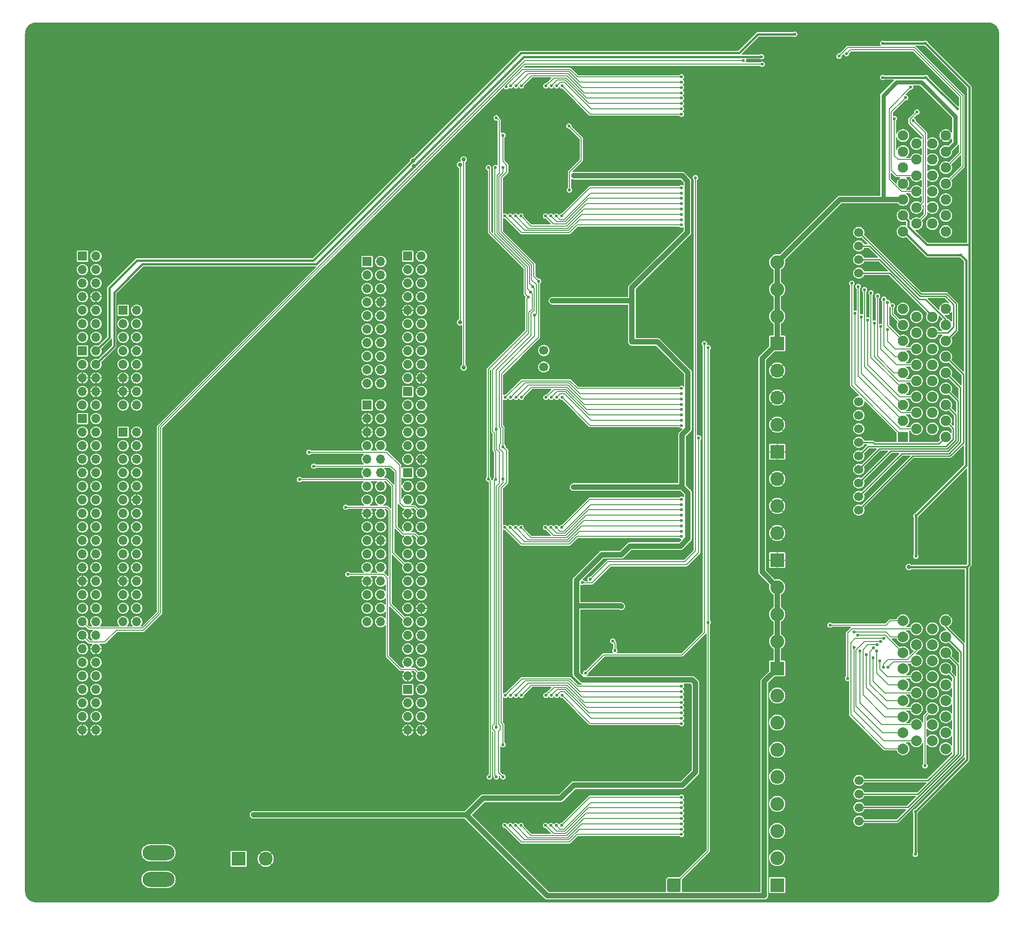
<source format=gbl>
G75*
G70*
%OFA0B0*%
%FSLAX25Y25*%
%IPPOS*%
%LPD*%
%AMOC8*
5,1,8,0,0,1.08239X$1,22.5*
%
%ADD10C,0.03150*%
%ADD11C,0.25197*%
%ADD12R,0.07677X0.07677*%
%ADD13C,0.07677*%
%ADD14R,0.06693X0.06693*%
%ADD15O,0.06693X0.06693*%
%ADD16R,0.10236X0.10236*%
%ADD17C,0.10236*%
%ADD18C,0.06693*%
%ADD19O,0.23622X0.11024*%
%ADD24C,0.07874*%
%ADD25C,0.02362*%
%ADD26C,0.00984*%
%ADD27C,0.01575*%
%ADD28C,0.03937*%
%ADD29C,0.00787*%
X0000000Y0000000D02*
%LPD*%
G01*
D10*
X0309449Y0013780D03*
X0312216Y0020461D03*
X0312216Y0007098D03*
X0318898Y0023228D03*
D11*
X0318898Y0013780D03*
D10*
X0318898Y0004331D03*
X0325579Y0020461D03*
X0325579Y0007098D03*
X0328346Y0013780D03*
D12*
X0647638Y0343701D03*
D13*
X0647638Y0355512D03*
X0647638Y0367323D03*
X0647638Y0379134D03*
X0647638Y0390945D03*
X0647638Y0402756D03*
X0647638Y0414567D03*
X0647638Y0426378D03*
X0647638Y0438189D03*
X0657480Y0349606D03*
X0657480Y0361417D03*
X0657480Y0373228D03*
X0657480Y0385039D03*
X0657480Y0396850D03*
X0657480Y0408661D03*
X0657480Y0420472D03*
X0657480Y0432283D03*
X0669291Y0349606D03*
X0669291Y0361417D03*
X0669291Y0373228D03*
X0669291Y0385039D03*
X0669291Y0396850D03*
X0669291Y0408661D03*
X0669291Y0420472D03*
X0669291Y0432283D03*
X0679134Y0343701D03*
X0679134Y0355512D03*
X0679134Y0367323D03*
X0679134Y0379134D03*
X0679134Y0390945D03*
X0679134Y0402756D03*
X0679134Y0414567D03*
X0679134Y0426378D03*
X0679134Y0438189D03*
X0647638Y0495276D03*
X0647638Y0507087D03*
X0647638Y0518898D03*
X0647638Y0530709D03*
X0647638Y0542520D03*
X0647638Y0554331D03*
X0647638Y0566142D03*
X0657480Y0501181D03*
X0657480Y0512992D03*
X0657480Y0524803D03*
X0657480Y0536614D03*
X0657480Y0548425D03*
X0657480Y0560236D03*
X0669291Y0501181D03*
X0669291Y0512992D03*
X0669291Y0524803D03*
X0669291Y0536614D03*
X0669291Y0548425D03*
X0669291Y0560236D03*
X0679134Y0495276D03*
X0679134Y0507087D03*
X0679134Y0518898D03*
X0679134Y0530709D03*
X0679134Y0542520D03*
X0679134Y0554331D03*
X0679134Y0566142D03*
D14*
X0252323Y0473165D03*
D15*
X0262323Y0473165D03*
X0252323Y0463165D03*
X0262323Y0463165D03*
X0252323Y0453165D03*
X0262323Y0453165D03*
X0252323Y0443165D03*
X0262323Y0443165D03*
X0252323Y0433165D03*
X0262323Y0433165D03*
X0252323Y0423165D03*
X0262323Y0423165D03*
X0252323Y0413165D03*
X0262323Y0413165D03*
X0252323Y0403165D03*
X0262323Y0403165D03*
X0252323Y0393165D03*
X0262323Y0393165D03*
X0252323Y0383165D03*
X0262323Y0383165D03*
D14*
X0042323Y0357165D03*
D15*
X0052323Y0357165D03*
X0042323Y0347165D03*
X0052323Y0347165D03*
X0042323Y0337165D03*
X0052323Y0337165D03*
X0042323Y0327165D03*
X0052323Y0327165D03*
X0042323Y0317165D03*
X0052323Y0317165D03*
X0042323Y0307165D03*
X0052323Y0307165D03*
X0042323Y0297165D03*
X0052323Y0297165D03*
X0042323Y0287165D03*
X0052323Y0287165D03*
X0042323Y0277165D03*
X0052323Y0277165D03*
X0042323Y0267165D03*
X0052323Y0267165D03*
X0042323Y0257165D03*
X0052323Y0257165D03*
X0042323Y0247165D03*
X0052323Y0247165D03*
X0042323Y0237165D03*
X0052323Y0237165D03*
X0042323Y0227165D03*
X0052323Y0227165D03*
X0042323Y0217165D03*
X0052323Y0217165D03*
X0042323Y0207165D03*
X0052323Y0207165D03*
X0042323Y0197165D03*
X0052323Y0197165D03*
X0042323Y0187165D03*
X0052323Y0187165D03*
X0042323Y0177165D03*
X0052323Y0177165D03*
X0042323Y0167165D03*
X0052323Y0167165D03*
X0042323Y0157165D03*
X0052323Y0157165D03*
X0042323Y0147165D03*
X0052323Y0147165D03*
X0042323Y0137165D03*
X0052323Y0137165D03*
X0042323Y0127165D03*
X0052323Y0127165D03*
D16*
X0554823Y0252677D03*
D17*
X0554823Y0272677D03*
X0554823Y0292677D03*
X0554823Y0312677D03*
D18*
X0382677Y0395276D03*
D19*
X0098425Y0016929D03*
X0098425Y0036614D03*
D16*
X0157500Y0032146D03*
D17*
X0177500Y0032146D03*
D18*
X0615000Y0494646D03*
X0382677Y0407480D03*
X0615000Y0359646D03*
D14*
X0072323Y0347165D03*
D15*
X0082323Y0347165D03*
X0072323Y0337165D03*
X0082323Y0337165D03*
X0072323Y0327165D03*
X0082323Y0327165D03*
X0072323Y0317165D03*
X0082323Y0317165D03*
X0072323Y0307165D03*
X0082323Y0307165D03*
X0072323Y0297165D03*
X0082323Y0297165D03*
X0072323Y0287165D03*
X0082323Y0287165D03*
X0072323Y0277165D03*
X0082323Y0277165D03*
X0072323Y0267165D03*
X0082323Y0267165D03*
X0072323Y0257165D03*
X0082323Y0257165D03*
X0072323Y0247165D03*
X0082323Y0247165D03*
X0072323Y0237165D03*
X0082323Y0237165D03*
X0072323Y0227165D03*
X0082323Y0227165D03*
X0072323Y0217165D03*
X0082323Y0217165D03*
X0072323Y0207165D03*
X0082323Y0207165D03*
D18*
X0615000Y0319646D03*
X0615000Y0299646D03*
D14*
X0282323Y0317087D03*
D15*
X0292323Y0317087D03*
X0282323Y0307087D03*
X0292323Y0307087D03*
X0282323Y0297087D03*
X0292323Y0297087D03*
X0282323Y0287087D03*
X0292323Y0287087D03*
X0282323Y0277087D03*
X0292323Y0277087D03*
X0282323Y0267087D03*
X0292323Y0267087D03*
X0282323Y0257087D03*
X0292323Y0257087D03*
X0282323Y0247087D03*
X0292323Y0247087D03*
X0282323Y0237087D03*
X0292323Y0237087D03*
X0282323Y0227087D03*
X0292323Y0227087D03*
X0282323Y0217087D03*
X0292323Y0217087D03*
X0282323Y0207087D03*
X0292323Y0207087D03*
X0282323Y0197087D03*
X0292323Y0197087D03*
X0282323Y0187087D03*
X0292323Y0187087D03*
X0282323Y0177087D03*
X0292323Y0177087D03*
X0282323Y0167087D03*
X0292323Y0167087D03*
D10*
X0311417Y0324803D03*
X0314185Y0331484D03*
X0314185Y0318122D03*
X0320866Y0334252D03*
D11*
X0320866Y0324803D03*
D10*
X0320866Y0315354D03*
X0327547Y0331484D03*
X0327547Y0318122D03*
X0330315Y0324803D03*
D14*
X0072323Y0437165D03*
D15*
X0082323Y0437165D03*
X0072323Y0427165D03*
X0082323Y0427165D03*
X0072323Y0417165D03*
X0082323Y0417165D03*
X0072323Y0407165D03*
X0082323Y0407165D03*
X0072323Y0397165D03*
X0082323Y0397165D03*
X0072323Y0387165D03*
X0082323Y0387165D03*
X0072323Y0377165D03*
X0082323Y0377165D03*
X0072323Y0367165D03*
X0082323Y0367165D03*
D16*
X0554823Y0332677D03*
D17*
X0554823Y0352677D03*
X0554823Y0372677D03*
X0554823Y0392677D03*
D16*
X0554823Y0412677D03*
D17*
X0554823Y0432677D03*
X0554823Y0452677D03*
X0554823Y0472677D03*
D16*
X0554823Y0012677D03*
D17*
X0554823Y0032677D03*
X0554823Y0052677D03*
X0554823Y0072677D03*
X0554823Y0092677D03*
X0554823Y0112677D03*
X0554823Y0132677D03*
X0554823Y0152677D03*
D10*
X0694938Y0013780D03*
X0697705Y0020461D03*
X0697705Y0007098D03*
X0704387Y0023228D03*
D11*
X0704387Y0013780D03*
D10*
X0704387Y0004331D03*
X0711068Y0020461D03*
X0711068Y0007098D03*
X0713835Y0013780D03*
D18*
X0615000Y0474646D03*
X0615000Y0289646D03*
D10*
X0694938Y0635827D03*
X0697705Y0642508D03*
X0697705Y0629145D03*
X0704387Y0645276D03*
D11*
X0704387Y0635827D03*
D10*
X0704387Y0626378D03*
X0711068Y0642508D03*
X0711068Y0629145D03*
X0713835Y0635827D03*
D18*
X0615000Y0309646D03*
X0615000Y0349646D03*
X0615157Y0080000D03*
D10*
X0004331Y0635827D03*
X0007098Y0642508D03*
X0007098Y0629145D03*
X0013780Y0645276D03*
D11*
X0013780Y0635827D03*
D10*
X0013780Y0626378D03*
X0020461Y0642508D03*
X0020461Y0629145D03*
X0023228Y0635827D03*
D14*
X0042323Y0407165D03*
D15*
X0052323Y0407165D03*
X0042323Y0397165D03*
X0052323Y0397165D03*
X0042323Y0387165D03*
X0052323Y0387165D03*
X0042323Y0377165D03*
X0052323Y0377165D03*
X0042323Y0367165D03*
X0052323Y0367165D03*
D18*
X0615000Y0369646D03*
X0615157Y0070000D03*
D10*
X0311417Y0635827D03*
X0314185Y0642508D03*
X0314185Y0629145D03*
X0320866Y0645276D03*
D11*
X0320866Y0635827D03*
D10*
X0320866Y0626378D03*
X0327547Y0642508D03*
X0327547Y0629145D03*
X0330315Y0635827D03*
D14*
X0282323Y0477087D03*
D15*
X0292323Y0477087D03*
X0282323Y0467087D03*
X0292323Y0467087D03*
X0282323Y0457087D03*
X0292323Y0457087D03*
X0282323Y0447087D03*
X0292323Y0447087D03*
X0282323Y0437087D03*
X0292323Y0437087D03*
X0282323Y0427087D03*
X0292323Y0427087D03*
X0282323Y0417087D03*
X0292323Y0417087D03*
X0282323Y0407087D03*
X0292323Y0407087D03*
X0282323Y0397087D03*
X0292323Y0397087D03*
X0282323Y0387087D03*
X0292323Y0387087D03*
D18*
X0615157Y0060000D03*
G36*
G01*
X0473642Y0008642D02*
X0473642Y0016713D01*
G75*
G02*
X0474626Y0017697I0000984J0000000D01*
G01*
X0482697Y0017697D01*
G75*
G02*
X0483681Y0016713I0000000J-000984D01*
G01*
X0483681Y0008642D01*
G75*
G02*
X0482697Y0007657I-000984J0000000D01*
G01*
X0474626Y0007657D01*
G75*
G02*
X0473642Y0008642I0000000J0000984D01*
G01*
G37*
D14*
X0282323Y0157087D03*
D15*
X0292323Y0157087D03*
X0282323Y0147087D03*
X0292323Y0147087D03*
X0282323Y0137087D03*
X0292323Y0137087D03*
X0282323Y0127087D03*
X0292323Y0127087D03*
D14*
X0252323Y0367165D03*
D15*
X0262323Y0367165D03*
X0252323Y0357165D03*
X0262323Y0357165D03*
X0252323Y0347165D03*
X0262323Y0347165D03*
X0252323Y0337165D03*
X0262323Y0337165D03*
X0252323Y0327165D03*
X0262323Y0327165D03*
X0252323Y0317165D03*
X0262323Y0317165D03*
X0252323Y0307165D03*
X0262323Y0307165D03*
X0252323Y0297165D03*
X0262323Y0297165D03*
X0252323Y0287165D03*
X0262323Y0287165D03*
X0252323Y0277165D03*
X0262323Y0277165D03*
X0252323Y0267165D03*
X0262323Y0267165D03*
X0252323Y0257165D03*
X0262323Y0257165D03*
X0252323Y0247165D03*
X0262323Y0247165D03*
X0252323Y0237165D03*
X0262323Y0237165D03*
X0252323Y0227165D03*
X0262323Y0227165D03*
X0252323Y0217165D03*
X0262323Y0217165D03*
X0252323Y0207165D03*
X0262323Y0207165D03*
D18*
X0615000Y0339646D03*
D14*
X0042323Y0477165D03*
D15*
X0052323Y0477165D03*
X0042323Y0467165D03*
X0052323Y0467165D03*
X0042323Y0457165D03*
X0052323Y0457165D03*
X0042323Y0447165D03*
X0052323Y0447165D03*
X0042323Y0437165D03*
X0052323Y0437165D03*
X0042323Y0427165D03*
X0052323Y0427165D03*
X0042323Y0417165D03*
X0052323Y0417165D03*
D18*
X0615157Y0090000D03*
D10*
X0004331Y0013780D03*
X0007098Y0020461D03*
X0007098Y0007098D03*
X0013780Y0023228D03*
D11*
X0013780Y0013780D03*
D10*
X0013780Y0004331D03*
X0020461Y0020461D03*
X0020461Y0007098D03*
X0023228Y0013780D03*
D14*
X0282323Y0377087D03*
D15*
X0292323Y0377087D03*
X0282323Y0367087D03*
X0292323Y0367087D03*
X0282323Y0357087D03*
X0292323Y0357087D03*
X0282323Y0347087D03*
X0292323Y0347087D03*
X0282323Y0337087D03*
X0292323Y0337087D03*
X0282323Y0327087D03*
X0292323Y0327087D03*
D18*
X0615000Y0484646D03*
D10*
X0004331Y0324803D03*
X0007098Y0331484D03*
X0007098Y0318122D03*
X0013780Y0334252D03*
D11*
X0013780Y0324803D03*
D10*
X0013780Y0315354D03*
X0020461Y0331484D03*
X0020461Y0318122D03*
X0023228Y0324803D03*
D18*
X0615000Y0464646D03*
D24*
X0647638Y0113386D03*
X0647638Y0125197D03*
X0647638Y0137008D03*
X0647638Y0148819D03*
X0647638Y0160630D03*
X0647638Y0172441D03*
X0647638Y0184252D03*
X0647638Y0196063D03*
X0647638Y0207874D03*
X0657480Y0119291D03*
X0657480Y0131102D03*
X0657480Y0142913D03*
X0657480Y0154724D03*
X0657480Y0166535D03*
X0657480Y0178346D03*
X0657480Y0190157D03*
X0657480Y0201969D03*
X0669291Y0119291D03*
X0669291Y0131102D03*
X0669291Y0142913D03*
X0669291Y0154724D03*
X0669291Y0166535D03*
X0669291Y0178346D03*
X0669291Y0190157D03*
X0669291Y0201969D03*
X0679134Y0113386D03*
X0679134Y0125197D03*
X0679134Y0137008D03*
X0679134Y0148819D03*
X0679134Y0160630D03*
X0679134Y0172441D03*
X0679134Y0184252D03*
X0679134Y0196063D03*
X0679134Y0207874D03*
D18*
X0615000Y0329646D03*
D16*
X0554823Y0172677D03*
D17*
X0554823Y0192677D03*
X0554823Y0212677D03*
X0554823Y0232677D03*
D25*
X0410236Y0107480D03*
X0309843Y0071654D03*
X0562205Y0600394D03*
X0479528Y0384252D03*
X0664567Y0616535D03*
X0429528Y0393701D03*
X0387795Y0557480D03*
X0332677Y0086614D03*
X0549606Y0529134D03*
X0462992Y0202362D03*
X0551181Y0557480D03*
X0567717Y0120472D03*
X0350787Y0071654D03*
X0318110Y0149213D03*
X0602362Y0390945D03*
X0584252Y0615748D03*
X0595669Y0617323D03*
X0636220Y0055118D03*
X0418898Y0343307D03*
X0665354Y0234646D03*
X0416929Y0470472D03*
X0489370Y0102756D03*
X0411417Y0129134D03*
X0353937Y0229528D03*
X0535433Y0170472D03*
X0415354Y0568898D03*
X0664961Y0310236D03*
X0552362Y0629134D03*
X0683071Y0006693D03*
X0105906Y0400394D03*
X0375591Y0367717D03*
X0426772Y0449213D03*
X0531890Y0326772D03*
X0411811Y0077165D03*
X0403150Y0327165D03*
X0651969Y0267717D03*
X0394094Y0405118D03*
X0494094Y0235827D03*
X0488583Y0129528D03*
X0324016Y0072047D03*
X0414173Y0548819D03*
X0497638Y0383858D03*
X0542520Y0629921D03*
X0628346Y0110236D03*
X0232283Y0012598D03*
X0668898Y0491339D03*
X0371260Y0402756D03*
X0302756Y0381496D03*
X0272047Y0145669D03*
X0538976Y0390157D03*
X0414567Y0176772D03*
X0455512Y0037008D03*
X0648031Y0579921D03*
X0420866Y0169685D03*
X0385827Y0231890D03*
X0441339Y0457480D03*
X0665354Y0579528D03*
X0181890Y0529921D03*
X0073622Y0563780D03*
X0571260Y0216929D03*
X0302756Y0322441D03*
X0209449Y0221260D03*
X0016535Y0107480D03*
X0351181Y0437402D03*
X0487795Y0081890D03*
X0562598Y0571654D03*
X0219685Y0159449D03*
X0448819Y0387402D03*
X0067323Y0010236D03*
X0421260Y0318504D03*
X0394488Y0438583D03*
X0538189Y0643701D03*
X0711811Y0428740D03*
X0339370Y0225984D03*
X0388976Y0034252D03*
X0475984Y0032283D03*
X0667717Y0021260D03*
X0672047Y0443701D03*
X0416142Y0557087D03*
X0444882Y0465748D03*
X0317323Y0091339D03*
X0551181Y0514961D03*
X0301575Y0301969D03*
X0451969Y0106693D03*
X0628346Y0561024D03*
X0368504Y0391575D03*
X0376378Y0178346D03*
X0398425Y0231496D03*
X0541339Y0046850D03*
X0540945Y0012598D03*
X0403150Y0427953D03*
X0651969Y0055118D03*
X0595669Y0485433D03*
X0598425Y0095669D03*
X0572047Y0323622D03*
X0534646Y0259055D03*
X0632677Y0626772D03*
X0356299Y0246457D03*
X0465354Y0481890D03*
X0714567Y0611811D03*
X0435039Y0013386D03*
X0515354Y0342913D03*
X0651969Y0047638D03*
X0114567Y0300787D03*
X0676378Y0067717D03*
X0541339Y0070472D03*
X0123622Y0481496D03*
X0220866Y0101969D03*
X0361024Y0237008D03*
X0272835Y0462992D03*
X0462598Y0446063D03*
X0622835Y0290157D03*
X0354331Y0501575D03*
X0094488Y0025591D03*
X0238976Y0432677D03*
X0383858Y0213780D03*
X0482283Y0496457D03*
X0344488Y0330709D03*
X0474409Y0267323D03*
X0697244Y0094094D03*
X0570866Y0254724D03*
X0241732Y0482677D03*
X0605118Y0160236D03*
X0415354Y0098425D03*
X0552362Y0572047D03*
X0427953Y0041339D03*
X0305906Y0440551D03*
X0398819Y0064173D03*
X0282677Y0036614D03*
X0014567Y0509449D03*
X0380315Y0071654D03*
X0452362Y0439370D03*
X0230315Y0344488D03*
X0271654Y0211417D03*
X0410630Y0082283D03*
X0491732Y0396457D03*
X0400787Y0075197D03*
X0333858Y0244488D03*
X0355512Y0186616D03*
X0665748Y0321260D03*
X0562205Y0528740D03*
X0499606Y0085039D03*
X0403543Y0583071D03*
X0707087Y0126772D03*
X0140945Y0562598D03*
X0009449Y0044094D03*
X0359449Y0260630D03*
X0371654Y0107874D03*
X0402760Y0170455D03*
X0412205Y0495669D03*
X0568504Y0384252D03*
X0012598Y0275984D03*
X0524016Y0110236D03*
X0640551Y0310236D03*
X0436614Y0404331D03*
X0490157Y0323228D03*
X0055118Y0637795D03*
X0273622Y0187008D03*
X0537795Y0152756D03*
X0508661Y0383858D03*
X0632677Y0616535D03*
X0369685Y0523228D03*
X0538583Y0300394D03*
X0509055Y0231496D03*
X0659843Y0594488D03*
X0455118Y0188583D03*
X0564961Y0357087D03*
X0337795Y0573228D03*
X0594882Y0188976D03*
X0306693Y0405118D03*
X0012992Y0587795D03*
X0649213Y0086220D03*
X0621654Y0566929D03*
X0627559Y0529134D03*
X0419291Y0123228D03*
X0283465Y0635433D03*
X0385827Y0253937D03*
X0125984Y0010236D03*
X0710630Y0505906D03*
X0412205Y0194488D03*
X0407874Y0264567D03*
X0365748Y0468110D03*
X0413780Y0348031D03*
X0488583Y0260630D03*
X0272441Y0434646D03*
X0490157Y0420472D03*
X0354724Y0455512D03*
X0696457Y0070472D03*
X0383858Y0502362D03*
X0453937Y0016929D03*
X0373228Y0603543D03*
X0384252Y0607480D03*
X0709449Y0562992D03*
X0475984Y0564567D03*
X0412205Y0231496D03*
X0429921Y0566929D03*
X0466929Y0222835D03*
X0441732Y0438976D03*
X0324016Y0552756D03*
X0490945Y0465748D03*
X0337402Y0186220D03*
X0509055Y0082283D03*
X0662205Y0273622D03*
X0576772Y0050394D03*
X0428346Y0417323D03*
X0351181Y0427165D03*
X0405512Y0295276D03*
X0498819Y0046063D03*
X0172835Y0635039D03*
X0447244Y0494488D03*
X0321654Y0053150D03*
X0498031Y0406299D03*
X0497638Y0218504D03*
X0405118Y0099213D03*
X0568110Y0171654D03*
X0603543Y0248425D03*
X0664173Y0626772D03*
X0603937Y0070866D03*
X0651969Y0273622D03*
X0418898Y0244488D03*
X0335827Y0036220D03*
X0570079Y0335827D03*
X0382677Y0272441D03*
X0418504Y0572835D03*
X0404331Y0016535D03*
X0627953Y0536220D03*
X0475591Y0545276D03*
X0339764Y0201575D03*
X0297638Y0262598D03*
X0503543Y0437795D03*
X0453937Y0178740D03*
X0369291Y0071654D03*
X0315354Y0233465D03*
X0463780Y0496457D03*
X0537402Y0129134D03*
X0369685Y0356693D03*
X0489370Y0552362D03*
X0409055Y0388976D03*
X0535433Y0222047D03*
X0486614Y0045669D03*
X0570079Y0095669D03*
X0634252Y0034646D03*
X0383071Y0052362D03*
X0508268Y0301181D03*
X0661024Y0055512D03*
X0445669Y0255672D03*
X0470866Y0237008D03*
X0568504Y0281102D03*
X0590157Y0640157D03*
X0628346Y0495669D03*
X0337795Y0468898D03*
X0274016Y0367717D03*
X0379921Y0522835D03*
X0500787Y0116142D03*
X0677953Y0469685D03*
X0446850Y0242520D03*
X0333071Y0300000D03*
X0657087Y0473228D03*
X0014173Y0184646D03*
X0422441Y0129528D03*
X0461417Y0419685D03*
X0576772Y0071654D03*
X0352362Y0099213D03*
X0380315Y0466929D03*
X0422441Y0579528D03*
X0507087Y0590945D03*
X0562598Y0500787D03*
X0338976Y0123228D03*
X0580315Y0005906D03*
X0407480Y0412205D03*
X0375984Y0410630D03*
X0422047Y0547638D03*
X0550394Y0500787D03*
X0624016Y0584646D03*
X0628346Y0094488D03*
X0603150Y0349213D03*
X0429528Y0266535D03*
X0474409Y0487795D03*
X0355906Y0041339D03*
X0413386Y0207480D03*
X0337795Y0264961D03*
X0550394Y0543307D03*
X0611024Y0622047D03*
X0442520Y0400394D03*
X0444488Y0411024D03*
X0532677Y0419685D03*
X0484646Y0641339D03*
X0407480Y0557480D03*
X0581890Y0442520D03*
X0425984Y0438583D03*
X0405118Y0343701D03*
X0516142Y0463780D03*
X0306693Y0475984D03*
X0428836Y0424314D03*
X0331890Y0064567D03*
X0374803Y0581890D03*
X0307480Y0280315D03*
X0485827Y0573622D03*
X0551575Y0585827D03*
X0603543Y0277953D03*
X0398819Y0594882D03*
X0405118Y0318898D03*
X0497244Y0547638D03*
X0537008Y0107480D03*
X0538189Y0087008D03*
X0380709Y0026378D03*
X0462598Y0427165D03*
X0338189Y0391575D03*
X0384252Y0418110D03*
X0382283Y0441732D03*
X0485827Y0098031D03*
X0244488Y0556693D03*
X0401181Y0218898D03*
X0562598Y0557480D03*
X0343701Y0550000D03*
X0199213Y0048425D03*
X0285827Y0104724D03*
X0322835Y0362205D03*
X0604724Y0147638D03*
X0710236Y0055906D03*
X0308661Y0271260D03*
X0185433Y0407480D03*
X0149606Y0188976D03*
X0551181Y0600394D03*
X0443307Y0417323D03*
X0683071Y0643701D03*
X0376378Y0376772D03*
X0334252Y0431496D03*
X0355118Y0379921D03*
X0426772Y0555906D03*
X0475591Y0324803D03*
X0627953Y0545276D03*
X0578346Y0638976D03*
X0358661Y0318898D03*
X0375591Y0220472D03*
X0355118Y0548819D03*
X0662205Y0267717D03*
X0374016Y0297638D03*
X0368504Y0005512D03*
X0475984Y0096457D03*
X0424803Y0325984D03*
X0377559Y0248425D03*
X0272441Y0398031D03*
X0405512Y0549213D03*
X0442913Y0427165D03*
X0268504Y0315748D03*
X0375984Y0133071D03*
X0342520Y0565748D03*
X0562205Y0514961D03*
X0697244Y0036614D03*
X0350889Y0415394D03*
X0337795Y0343701D03*
X0344488Y0320866D03*
X0400000Y0389764D03*
X0378740Y0483071D03*
X0707480Y0373622D03*
X0681102Y0612205D03*
X0488189Y0412598D03*
X0383071Y0156693D03*
X0380709Y0358268D03*
X0562598Y0585827D03*
X0354724Y0159449D03*
X0298230Y0187841D03*
X0606299Y0054331D03*
X0679134Y0579528D03*
X0665354Y0224016D03*
X0150000Y0122047D03*
X0510236Y0190551D03*
X0351181Y0432283D03*
X0689764Y0603543D03*
X0686220Y0501181D03*
X0363386Y0327559D03*
X0661417Y0047638D03*
X0474803Y0200787D03*
X0111192Y0054949D03*
X0159449Y0352362D03*
X0562205Y0322047D03*
X0453543Y0326378D03*
X0115354Y0203150D03*
X0438976Y0481496D03*
X0365354Y0557087D03*
X0602362Y0310630D03*
X0496063Y0253543D03*
X0129134Y0246063D03*
X0489764Y0486614D03*
X0271260Y0018898D03*
X0493307Y0012598D03*
X0607480Y0125984D03*
X0494882Y0173622D03*
X0418898Y0429134D03*
X0464173Y0402362D03*
X0398031Y0296063D03*
X0485433Y0547638D03*
X0462598Y0227559D03*
X0397638Y0450394D03*
X0464961Y0457480D03*
X0286614Y0485827D03*
X0488189Y0405118D03*
X0510630Y0630315D03*
X0603937Y0029528D03*
X0399110Y0194230D03*
X0113386Y0153150D03*
X0453543Y0553937D03*
X0625591Y0006299D03*
X0705118Y0181102D03*
X0571260Y0633858D03*
X0325984Y0406808D03*
X0400000Y0135827D03*
X0562598Y0543307D03*
X0375591Y0146457D03*
X0101181Y0114173D03*
X0298425Y0201181D03*
X0375197Y0272835D03*
X0175197Y0449606D03*
X0521654Y0423228D03*
X0484754Y0536506D03*
X0404793Y0086545D03*
X0439764Y0218504D03*
X0447638Y0453780D03*
X0404764Y0536496D03*
X0447638Y0413780D03*
X0439764Y0256693D03*
X0484744Y0086496D03*
X0389016Y0444134D03*
X0404587Y0306496D03*
X0168504Y0064646D03*
X0484596Y0306742D03*
X0484252Y0500085D03*
X0353939Y0506772D03*
X0636034Y0422833D03*
X0357874Y0506772D03*
X0484252Y0504020D03*
X0484252Y0507955D03*
X0631104Y0425195D03*
X0361809Y0506772D03*
X0626382Y0427557D03*
X0365744Y0506772D03*
X0484252Y0511890D03*
X0484252Y0515825D03*
X0621659Y0429921D03*
X0383939Y0506772D03*
X0387874Y0506772D03*
X0484252Y0519760D03*
X0616937Y0432278D03*
X0391809Y0506772D03*
X0484252Y0523695D03*
X0612215Y0435039D03*
X0484311Y0527630D03*
X0395744Y0506772D03*
X0484311Y0581977D03*
X0396061Y0602835D03*
X0639764Y0440549D03*
X0484252Y0585911D03*
X0392126Y0602835D03*
X0636220Y0442911D03*
X0401181Y0573228D03*
X0401575Y0525984D03*
X0413386Y0169291D03*
X0501181Y0412557D03*
X0347051Y0312205D03*
X0346992Y0542520D03*
X0347638Y0092598D03*
X0372840Y0450725D03*
X0341732Y0542520D03*
X0371267Y0446822D03*
X0342559Y0092559D03*
X0341732Y0312598D03*
X0374413Y0454556D03*
X0347638Y0129213D03*
X0347638Y0349213D03*
X0347638Y0579213D03*
X0352500Y0566398D03*
X0352500Y0116398D03*
X0378740Y0458661D03*
X0352500Y0336398D03*
X0352559Y0542598D03*
X0352559Y0312598D03*
X0375986Y0433465D03*
X0352559Y0092598D03*
X0606001Y0626676D03*
X0600394Y0624803D03*
X0411024Y0236220D03*
X0496850Y0342913D03*
D10*
X0320866Y0544607D03*
X0286786Y0543426D03*
X0320866Y0428327D03*
D25*
X0543307Y0624409D03*
X0388191Y0602835D03*
X0633465Y0445274D03*
X0484252Y0589846D03*
X0384256Y0602835D03*
X0484252Y0593781D03*
X0628740Y0447638D03*
X0366061Y0602835D03*
X0484252Y0597717D03*
X0624016Y0450000D03*
X0362126Y0602835D03*
X0484252Y0601652D03*
X0619291Y0452360D03*
X0484252Y0605587D03*
X0614567Y0454722D03*
X0358191Y0602835D03*
X0609843Y0457085D03*
X0484252Y0609522D03*
X0354958Y0602133D03*
X0484252Y0270085D03*
X0620497Y0183071D03*
X0353939Y0276772D03*
X0484252Y0274020D03*
X0615777Y0185431D03*
X0357874Y0276772D03*
X0361809Y0276772D03*
X0484252Y0277955D03*
X0611417Y0188189D03*
X0365744Y0276772D03*
X0593701Y0204724D03*
X0484252Y0281890D03*
X0611417Y0199608D03*
X0383939Y0276772D03*
X0484252Y0285825D03*
X0484252Y0289760D03*
X0387874Y0276772D03*
X0614054Y0197246D03*
X0391809Y0276772D03*
X0484252Y0293695D03*
X0395744Y0276772D03*
X0628304Y0185433D03*
X0484311Y0297630D03*
X0396061Y0372835D03*
X0484311Y0351977D03*
X0625984Y0187803D03*
X0628684Y0190163D03*
X0392126Y0372835D03*
X0484252Y0355911D03*
X0484252Y0359846D03*
X0631102Y0192520D03*
X0388191Y0372835D03*
X0384256Y0372835D03*
X0633465Y0194884D03*
X0484252Y0363781D03*
X0366061Y0372835D03*
X0484252Y0367717D03*
X0362126Y0372835D03*
X0484252Y0371652D03*
X0358191Y0372835D03*
X0484252Y0375587D03*
X0354256Y0372835D03*
X0484252Y0379522D03*
X0353939Y0056772D03*
X0484252Y0050085D03*
X0484252Y0054020D03*
X0357874Y0056772D03*
X0484252Y0057955D03*
X0361809Y0056772D03*
X0484252Y0061890D03*
X0365744Y0056772D03*
X0484252Y0065825D03*
X0383939Y0056772D03*
X0484252Y0069760D03*
X0387874Y0056772D03*
X0484252Y0073695D03*
X0391809Y0056772D03*
X0484311Y0077630D03*
X0395744Y0056772D03*
X0484311Y0131977D03*
X0663780Y0100787D03*
X0396061Y0152835D03*
X0484252Y0135911D03*
X0392126Y0152835D03*
X0484252Y0139846D03*
X0388191Y0152835D03*
X0606693Y0165354D03*
X0484252Y0143781D03*
X0384256Y0152835D03*
X0366061Y0152835D03*
X0633027Y0173622D03*
X0484252Y0147717D03*
X0484252Y0151652D03*
X0636614Y0173622D03*
X0362126Y0152835D03*
X0358191Y0152835D03*
X0484252Y0155587D03*
X0630666Y0178344D03*
X0354256Y0152835D03*
X0625589Y0180709D03*
X0484252Y0159522D03*
X0503937Y0409449D03*
X0503937Y0206693D03*
X0529921Y0621654D03*
X0543701Y0618898D03*
X0690157Y0477953D03*
X0664567Y0609055D03*
X0657087Y0285433D03*
X0687795Y0585827D03*
X0657087Y0255512D03*
X0632677Y0609055D03*
X0656693Y0066929D03*
X0656693Y0035433D03*
X0632677Y0634252D03*
D10*
X0651969Y0247638D03*
D25*
X0664173Y0634252D03*
X0655120Y0577165D03*
X0657874Y0583465D03*
X0653150Y0601969D03*
X0649604Y0594094D03*
X0641339Y0578740D03*
D10*
X0323622Y0394882D03*
D25*
X0567717Y0640945D03*
D10*
X0286220Y0547638D03*
X0323622Y0548425D03*
D25*
X0238189Y0242126D03*
X0236614Y0291732D03*
X0202362Y0312205D03*
X0212992Y0322047D03*
X0209449Y0332283D03*
X0494488Y0535039D03*
X0416929Y0238583D03*
X0433465Y0192913D03*
X0435039Y0185827D03*
D28*
X0484596Y0306742D02*
X0404833Y0306742D01*
X0325591Y0064567D02*
X0337795Y0076772D01*
X0466535Y0413780D02*
X0447638Y0413780D01*
X0488583Y0494724D02*
X0488583Y0532677D01*
X0447638Y0444488D02*
X0447638Y0453780D01*
X0425374Y0256693D02*
X0439764Y0256693D01*
X0389016Y0444134D02*
X0447283Y0444134D01*
X0543701Y0243799D02*
X0543701Y0252362D01*
X0554823Y0472677D02*
X0601043Y0518898D01*
D10*
X0642913Y0605512D02*
X0633071Y0595669D01*
X0686220Y0580315D02*
X0661024Y0605512D01*
X0679921Y0554331D02*
X0686220Y0560630D01*
D28*
X0404764Y0536496D02*
X0484744Y0536496D01*
X0484596Y0345226D02*
X0488976Y0349606D01*
X0447638Y0453780D02*
X0488583Y0494724D01*
X0488976Y0268504D02*
X0488976Y0302362D01*
X0404833Y0306742D02*
X0404587Y0306496D01*
X0439764Y0256693D02*
X0446063Y0262992D01*
X0406695Y0218898D02*
X0439370Y0218898D01*
X0168583Y0064567D02*
X0168504Y0064646D01*
X0411024Y0164173D02*
X0406695Y0168502D01*
X0554823Y0412677D02*
X0554823Y0472677D01*
X0406695Y0168502D02*
X0406695Y0218898D01*
X0406695Y0218898D02*
X0406695Y0238013D01*
X0554823Y0232677D02*
X0543701Y0243799D01*
X0545276Y0004903D02*
X0545276Y0163130D01*
X0385254Y0004903D02*
X0545276Y0004903D01*
X0494488Y0096240D02*
X0494488Y0161811D01*
X0484596Y0306742D02*
X0484596Y0345226D01*
X0488976Y0302362D02*
X0484596Y0306742D01*
X0488976Y0391339D02*
X0466535Y0413780D01*
D10*
X0633071Y0595669D02*
X0633071Y0519685D01*
D28*
X0483465Y0262992D02*
X0488976Y0268504D01*
X0447283Y0444134D02*
X0447638Y0444488D01*
X0447638Y0413780D02*
X0447638Y0444488D01*
X0395020Y0076772D02*
X0404793Y0086545D01*
X0406695Y0238013D02*
X0425374Y0256693D01*
X0484744Y0536496D02*
X0484754Y0536506D01*
X0492126Y0164173D02*
X0411024Y0164173D01*
D10*
X0661024Y0605512D02*
X0642913Y0605512D01*
X0679134Y0554331D02*
X0679921Y0554331D01*
D28*
X0484744Y0086496D02*
X0494488Y0096240D01*
X0337795Y0076772D02*
X0395020Y0076772D01*
X0543701Y0252362D02*
X0543701Y0401555D01*
X0488976Y0349606D02*
X0488976Y0391339D01*
X0494488Y0161811D02*
X0492126Y0164173D01*
X0543701Y0401555D02*
X0554823Y0412677D01*
D10*
X0633071Y0519685D02*
X0632283Y0518898D01*
X0686220Y0560630D02*
X0686220Y0580315D01*
D28*
X0554823Y0172677D02*
X0554823Y0232677D01*
X0325591Y0064567D02*
X0168583Y0064567D01*
X0488583Y0532677D02*
X0484754Y0536506D01*
X0446063Y0262992D02*
X0483465Y0262992D01*
X0545276Y0163130D02*
X0554823Y0172677D01*
X0325591Y0064567D02*
X0385254Y0004903D01*
X0404843Y0086496D02*
X0404793Y0086545D01*
X0601043Y0518898D02*
X0632283Y0518898D01*
X0632283Y0518898D02*
X0647638Y0518898D01*
X0439370Y0218898D02*
X0439764Y0218504D01*
X0484744Y0086496D02*
X0404843Y0086496D01*
D29*
X0401547Y0494580D02*
X0407051Y0500085D01*
X0366130Y0494580D02*
X0401547Y0494580D01*
X0407051Y0500085D02*
X0483935Y0500085D01*
X0353939Y0506772D02*
X0366130Y0494580D01*
X0357874Y0506772D02*
X0368493Y0496153D01*
X0408762Y0504020D02*
X0483935Y0504020D01*
X0636034Y0414360D02*
X0641732Y0408661D01*
X0400895Y0496153D02*
X0408762Y0504020D01*
X0368493Y0496153D02*
X0400895Y0496153D01*
X0636034Y0422833D02*
X0636034Y0414360D01*
X0641732Y0408661D02*
X0657480Y0408661D01*
X0631102Y0425193D02*
X0631102Y0408661D01*
X0642913Y0396850D02*
X0657480Y0396850D01*
X0631104Y0425195D02*
X0631102Y0425193D01*
X0410473Y0507955D02*
X0483935Y0507955D01*
X0400244Y0497726D02*
X0410473Y0507955D01*
X0631102Y0408661D02*
X0642913Y0396850D01*
X0370855Y0497726D02*
X0400244Y0497726D01*
X0361809Y0506772D02*
X0370855Y0497726D01*
X0373217Y0499299D02*
X0399592Y0499299D01*
X0399592Y0499299D02*
X0412183Y0511890D01*
X0626378Y0427553D02*
X0626378Y0402756D01*
X0644094Y0385039D02*
X0657480Y0385039D01*
X0626382Y0427557D02*
X0626378Y0427553D01*
X0626378Y0402756D02*
X0644094Y0385039D01*
X0365744Y0506772D02*
X0373217Y0499299D01*
X0412183Y0511890D02*
X0483935Y0511890D01*
X0645276Y0373228D02*
X0657480Y0373228D01*
X0398941Y0500872D02*
X0413894Y0515825D01*
X0389839Y0500872D02*
X0398941Y0500872D01*
X0413894Y0515825D02*
X0483935Y0515825D01*
X0383939Y0506772D02*
X0389839Y0500872D01*
X0621659Y0429921D02*
X0621654Y0429915D01*
X0621654Y0429915D02*
X0621654Y0396850D01*
X0621654Y0396850D02*
X0645276Y0373228D01*
X0646063Y0361417D02*
X0657480Y0361417D01*
X0616929Y0432270D02*
X0616929Y0390551D01*
X0616937Y0432278D02*
X0616929Y0432270D01*
X0387874Y0506772D02*
X0392201Y0502445D01*
X0392201Y0502445D02*
X0398289Y0502445D01*
X0398289Y0502445D02*
X0415604Y0519760D01*
X0616929Y0390551D02*
X0646063Y0361417D01*
X0415604Y0519760D02*
X0483935Y0519760D01*
X0645669Y0349606D02*
X0657480Y0349606D01*
X0417315Y0523695D02*
X0397638Y0504018D01*
X0483935Y0523695D02*
X0417315Y0523695D01*
X0612205Y0435030D02*
X0612205Y0383071D01*
X0612205Y0383071D02*
X0645669Y0349606D01*
X0612215Y0435039D02*
X0612205Y0435030D01*
X0397638Y0504018D02*
X0394563Y0504018D01*
X0394563Y0504018D02*
X0391809Y0506772D01*
X0395744Y0506772D02*
X0416602Y0527630D01*
X0416602Y0527630D02*
X0483994Y0527630D01*
X0396061Y0602835D02*
X0416919Y0581977D01*
X0639764Y0434252D02*
X0647638Y0426378D01*
X0416919Y0581977D02*
X0484311Y0581977D01*
X0639764Y0440549D02*
X0639764Y0434252D01*
X0394880Y0605589D02*
X0392126Y0602835D01*
X0636220Y0442911D02*
X0636220Y0425984D01*
X0417632Y0585911D02*
X0397955Y0605589D01*
X0636220Y0425984D02*
X0647638Y0414567D01*
X0484252Y0585911D02*
X0417632Y0585911D01*
X0397955Y0605589D02*
X0394880Y0605589D01*
X0401575Y0539370D02*
X0401575Y0525984D01*
X0410236Y0564173D02*
X0410236Y0548031D01*
X0401181Y0573228D02*
X0410236Y0564173D01*
X0410236Y0548031D02*
X0401575Y0539370D01*
X0484646Y0182677D02*
X0426772Y0182677D01*
X0426772Y0182677D02*
X0413386Y0169291D01*
X0501181Y0199213D02*
X0484646Y0182677D01*
X0501181Y0412557D02*
X0501181Y0199213D01*
X0346457Y0493307D02*
X0346457Y0541984D01*
X0346316Y0126459D02*
X0346457Y0126459D01*
X0347051Y0333008D02*
X0347051Y0312205D01*
X0370478Y0453087D02*
X0370478Y0469285D01*
X0374021Y0437800D02*
X0371659Y0435438D01*
X0344884Y0393309D02*
X0344884Y0347636D01*
X0370478Y0469285D02*
X0346457Y0493307D01*
X0344884Y0347636D02*
X0346065Y0346455D01*
X0346065Y0346455D02*
X0346065Y0333994D01*
X0346457Y0093780D02*
X0347638Y0092598D01*
X0346457Y0541984D02*
X0346992Y0542520D01*
X0344884Y0130535D02*
X0344884Y0127891D01*
X0347051Y0312205D02*
X0346065Y0311218D01*
X0346065Y0333994D02*
X0347051Y0333008D01*
X0371659Y0435438D02*
X0371659Y0420085D01*
X0344884Y0127891D02*
X0346316Y0126459D01*
X0346065Y0131716D02*
X0344884Y0130535D01*
X0372840Y0450725D02*
X0374021Y0449544D01*
X0372840Y0450725D02*
X0370478Y0453087D01*
X0374021Y0449544D02*
X0374021Y0437800D01*
X0346065Y0311218D02*
X0346065Y0131716D01*
X0346457Y0126459D02*
X0346457Y0093780D01*
X0371659Y0420085D02*
X0344884Y0393309D01*
X0341732Y0542520D02*
X0342559Y0541693D01*
X0368905Y0449184D02*
X0371267Y0446822D01*
X0342559Y0092559D02*
X0343307Y0093307D01*
X0342559Y0541693D02*
X0342559Y0494843D01*
X0343307Y0311024D02*
X0341732Y0312598D01*
X0370086Y0422055D02*
X0341732Y0393701D01*
X0341732Y0393701D02*
X0341732Y0312598D01*
X0342559Y0494843D02*
X0368905Y0468496D01*
X0368905Y0468496D02*
X0368905Y0449184D01*
X0371267Y0446822D02*
X0370086Y0445641D01*
X0343307Y0093307D02*
X0343307Y0311024D01*
X0370086Y0445641D02*
X0370086Y0422055D01*
X0347638Y0129213D02*
X0347638Y0307087D01*
X0347638Y0307087D02*
X0349805Y0309254D01*
X0349746Y0538191D02*
X0349746Y0577104D01*
X0349746Y0577104D02*
X0347638Y0579213D01*
X0372051Y0469957D02*
X0348039Y0493969D01*
X0349805Y0309254D02*
X0349805Y0332478D01*
X0372051Y0456918D02*
X0372051Y0469957D01*
X0375594Y0437149D02*
X0373232Y0434786D01*
X0374413Y0454556D02*
X0375594Y0453375D01*
X0373232Y0418508D02*
X0347638Y0392913D01*
X0373232Y0434786D02*
X0373232Y0418508D01*
X0347638Y0334646D02*
X0347638Y0349213D01*
X0347638Y0392913D02*
X0347638Y0349213D01*
X0349805Y0332478D02*
X0347638Y0334646D01*
X0348039Y0536484D02*
X0349746Y0538191D01*
X0374413Y0454556D02*
X0372051Y0456918D01*
X0375594Y0453375D02*
X0375594Y0437149D01*
X0348039Y0493969D02*
X0348039Y0536484D01*
X0351185Y0495272D02*
X0351185Y0535181D01*
X0375197Y0471260D02*
X0351185Y0495272D01*
X0355313Y0539309D02*
X0355313Y0544293D01*
X0352500Y0116398D02*
X0352500Y0131220D01*
X0351185Y0305909D02*
X0355313Y0310037D01*
X0352500Y0547106D02*
X0352500Y0566398D01*
X0352500Y0131220D02*
X0351185Y0132536D01*
X0355313Y0544293D02*
X0352500Y0547106D01*
X0351502Y0390085D02*
X0351502Y0351649D01*
X0355313Y0310037D02*
X0355313Y0333585D01*
X0352500Y0350651D02*
X0352500Y0336398D01*
X0351502Y0351649D02*
X0352500Y0350651D01*
X0355313Y0333585D02*
X0352500Y0336398D01*
X0378740Y0458661D02*
X0375197Y0462204D01*
X0351185Y0535181D02*
X0355313Y0539309D01*
X0378740Y0458661D02*
X0378740Y0417323D01*
X0375197Y0462204D02*
X0375197Y0471260D01*
X0378740Y0417323D02*
X0351502Y0390085D01*
X0351185Y0132536D02*
X0351185Y0305909D01*
X0349612Y0131314D02*
X0349612Y0306561D01*
X0377167Y0434646D02*
X0377167Y0456158D01*
X0349612Y0535833D02*
X0352559Y0538780D01*
X0350392Y0130535D02*
X0349612Y0131314D01*
X0352559Y0309508D02*
X0352559Y0312598D01*
X0375986Y0418112D02*
X0349929Y0392055D01*
X0349213Y0126378D02*
X0350392Y0127557D01*
X0349746Y0337720D02*
X0349746Y0335076D01*
X0349746Y0335076D02*
X0352559Y0332263D01*
X0350927Y0338901D02*
X0349746Y0337720D01*
X0352559Y0332263D02*
X0352559Y0312598D01*
X0375986Y0433465D02*
X0377167Y0434646D01*
X0373624Y0470608D02*
X0349612Y0494620D01*
X0377167Y0456158D02*
X0373624Y0459702D01*
X0349612Y0494620D02*
X0349612Y0535833D01*
X0350392Y0127557D02*
X0350392Y0130535D01*
X0352559Y0092598D02*
X0349213Y0095945D01*
X0375986Y0433465D02*
X0375986Y0418112D01*
X0373624Y0459702D02*
X0373624Y0470608D01*
X0349929Y0392055D02*
X0349929Y0350997D01*
X0349929Y0350997D02*
X0350927Y0349999D01*
X0349612Y0306561D02*
X0352559Y0309508D01*
X0350927Y0349999D02*
X0350927Y0338901D01*
X0352559Y0538780D02*
X0352559Y0542598D01*
X0349213Y0095945D02*
X0349213Y0126378D01*
X0679134Y0542520D02*
X0690157Y0553543D01*
X0690157Y0553543D02*
X0690157Y0594882D01*
X0690157Y0594882D02*
X0655512Y0629528D01*
X0655512Y0629528D02*
X0608852Y0629528D01*
X0608852Y0629528D02*
X0606001Y0626676D01*
X0679134Y0530709D02*
X0691732Y0543307D01*
X0691732Y0595534D02*
X0656164Y0631102D01*
X0691732Y0543307D02*
X0691732Y0595534D01*
X0656164Y0631102D02*
X0606693Y0631102D01*
X0606693Y0631102D02*
X0600394Y0624803D01*
X0411415Y0235829D02*
X0411024Y0236220D01*
X0431454Y0249213D02*
X0418070Y0235829D01*
X0496850Y0258268D02*
X0487795Y0249213D01*
X0496850Y0342913D02*
X0496850Y0258268D01*
X0418070Y0235829D02*
X0411415Y0235829D01*
X0487795Y0249213D02*
X0431454Y0249213D01*
X0321260Y0428720D02*
X0321260Y0544214D01*
D27*
X0065748Y0450394D02*
X0065748Y0410591D01*
X0214690Y0471260D02*
X0086614Y0471260D01*
X0065748Y0410591D02*
X0052323Y0397165D01*
D29*
X0320866Y0428327D02*
X0321260Y0428720D01*
D27*
X0086614Y0471260D02*
X0065748Y0450394D01*
D29*
X0321260Y0544214D02*
X0320866Y0544607D01*
D27*
X0543307Y0624409D02*
X0367840Y0624409D01*
X0367840Y0624409D02*
X0214690Y0471260D01*
D29*
X0398606Y0607162D02*
X0415921Y0589846D01*
X0641732Y0402756D02*
X0647638Y0402756D01*
X0392518Y0607162D02*
X0398606Y0607162D01*
X0388191Y0602835D02*
X0392518Y0607162D01*
X0415921Y0589846D02*
X0484252Y0589846D01*
X0633465Y0445274D02*
X0633465Y0411024D01*
X0633465Y0411024D02*
X0641732Y0402756D01*
X0628742Y0447636D02*
X0628742Y0409451D01*
X0414211Y0593781D02*
X0484252Y0593781D01*
X0628742Y0409451D02*
X0628740Y0409449D01*
X0628740Y0447638D02*
X0628742Y0447636D01*
X0399258Y0608734D02*
X0414211Y0593781D01*
X0628740Y0403150D02*
X0640945Y0390945D01*
X0384256Y0602835D02*
X0390156Y0608734D01*
X0628740Y0409449D02*
X0628740Y0403150D01*
X0390156Y0608734D02*
X0399258Y0608734D01*
X0640945Y0390945D02*
X0647638Y0390945D01*
X0624020Y0449996D02*
X0624020Y0406303D01*
X0412500Y0597717D02*
X0484252Y0597717D01*
X0647244Y0379134D02*
X0647638Y0379134D01*
X0373534Y0610307D02*
X0399909Y0610307D01*
X0366061Y0602835D02*
X0373534Y0610307D01*
X0624016Y0450000D02*
X0624020Y0449996D01*
X0624016Y0402362D02*
X0647244Y0379134D01*
X0624020Y0406303D02*
X0624016Y0406299D01*
X0624016Y0406299D02*
X0624016Y0402362D01*
X0399909Y0610307D02*
X0412500Y0597717D01*
X0619297Y0413392D02*
X0619291Y0413386D01*
X0410789Y0601652D02*
X0484252Y0601652D01*
X0371172Y0611880D02*
X0400561Y0611880D01*
X0619291Y0395669D02*
X0647638Y0367323D01*
X0619291Y0452360D02*
X0619297Y0452354D01*
X0362126Y0602835D02*
X0371172Y0611880D01*
X0619297Y0452354D02*
X0619297Y0413392D01*
X0619291Y0413386D02*
X0619291Y0395669D01*
X0400561Y0611880D02*
X0410789Y0601652D01*
X0614575Y0388575D02*
X0647638Y0355512D01*
X0409079Y0605587D02*
X0484252Y0605587D01*
X0368809Y0613453D02*
X0401212Y0613453D01*
X0614567Y0454722D02*
X0614575Y0454715D01*
X0614575Y0454715D02*
X0614575Y0388575D01*
X0401212Y0613453D02*
X0409079Y0605587D01*
X0358191Y0602835D02*
X0368809Y0613453D01*
X0354958Y0603246D02*
X0354958Y0602133D01*
X0609843Y0457085D02*
X0609852Y0457075D01*
X0407368Y0609522D02*
X0401864Y0615026D01*
X0366738Y0615026D02*
X0354958Y0603246D01*
X0609852Y0381486D02*
X0647638Y0343701D01*
X0484252Y0609522D02*
X0407368Y0609522D01*
X0401864Y0615026D02*
X0366738Y0615026D01*
X0609852Y0457075D02*
X0609852Y0381486D01*
X0366130Y0264580D02*
X0401547Y0264580D01*
X0636220Y0142913D02*
X0657480Y0142913D01*
X0620472Y0158661D02*
X0636220Y0142913D01*
X0401547Y0264580D02*
X0407051Y0270085D01*
X0407051Y0270085D02*
X0483935Y0270085D01*
X0620497Y0183071D02*
X0620472Y0183046D01*
X0620472Y0183046D02*
X0620472Y0158661D01*
X0353939Y0276772D02*
X0366130Y0264580D01*
X0408762Y0274020D02*
X0483935Y0274020D01*
X0631890Y0131102D02*
X0657480Y0131102D01*
X0357874Y0276772D02*
X0368493Y0266153D01*
X0615777Y0185431D02*
X0615748Y0185403D01*
X0615748Y0147244D02*
X0631890Y0131102D01*
X0400895Y0266153D02*
X0408762Y0274020D01*
X0368493Y0266153D02*
X0400895Y0266153D01*
X0615748Y0185403D02*
X0615748Y0147244D01*
X0611417Y0141339D02*
X0633465Y0119291D01*
X0400244Y0267726D02*
X0410473Y0277955D01*
X0370855Y0267726D02*
X0400244Y0267726D01*
X0633465Y0119291D02*
X0657480Y0119291D01*
X0611417Y0188189D02*
X0611417Y0141339D01*
X0410473Y0277955D02*
X0483935Y0277955D01*
X0361809Y0276772D02*
X0370855Y0267726D01*
X0638189Y0207874D02*
X0647638Y0207874D01*
X0412183Y0281890D02*
X0483935Y0281890D01*
X0365744Y0276772D02*
X0373217Y0269299D01*
X0635039Y0204724D02*
X0638189Y0207874D01*
X0399592Y0269299D02*
X0412183Y0281890D01*
X0373217Y0269299D02*
X0399592Y0269299D01*
X0593701Y0204724D02*
X0635039Y0204724D01*
X0398941Y0270872D02*
X0413894Y0285825D01*
X0635039Y0199606D02*
X0638583Y0196063D01*
X0389839Y0270872D02*
X0398941Y0270872D01*
X0638583Y0196063D02*
X0647638Y0196063D01*
X0611417Y0199608D02*
X0611419Y0199606D01*
X0611419Y0199606D02*
X0635039Y0199606D01*
X0383939Y0276772D02*
X0389839Y0270872D01*
X0413894Y0285825D02*
X0483935Y0285825D01*
X0387874Y0276772D02*
X0392201Y0272445D01*
X0392201Y0272445D02*
X0398289Y0272445D01*
X0415604Y0289760D02*
X0483935Y0289760D01*
X0614054Y0197246D02*
X0614056Y0197244D01*
X0398289Y0272445D02*
X0415604Y0289760D01*
X0614056Y0197244D02*
X0634646Y0197244D01*
X0634646Y0197244D02*
X0647638Y0184252D01*
X0397638Y0274018D02*
X0394563Y0274018D01*
X0417315Y0293695D02*
X0397638Y0274018D01*
X0483935Y0293695D02*
X0417315Y0293695D01*
X0394563Y0274018D02*
X0391809Y0276772D01*
X0628304Y0169334D02*
X0637008Y0160630D01*
X0637008Y0160630D02*
X0647638Y0160630D01*
X0395744Y0276772D02*
X0416602Y0297630D01*
X0628304Y0185433D02*
X0628304Y0169334D01*
X0416602Y0297630D02*
X0483994Y0297630D01*
X0396061Y0372835D02*
X0416919Y0351977D01*
X0623228Y0161024D02*
X0635433Y0148819D01*
X0625984Y0187803D02*
X0623228Y0185047D01*
X0416919Y0351977D02*
X0484311Y0351977D01*
X0635433Y0148819D02*
X0647638Y0148819D01*
X0623228Y0185047D02*
X0623228Y0161024D01*
X0618137Y0186641D02*
X0618137Y0153123D01*
X0621659Y0190163D02*
X0618137Y0186641D01*
X0634252Y0137008D02*
X0647638Y0137008D01*
X0397955Y0375589D02*
X0394880Y0375589D01*
X0618137Y0153123D02*
X0634252Y0137008D01*
X0417632Y0355911D02*
X0397955Y0375589D01*
X0484252Y0355911D02*
X0417632Y0355911D01*
X0394880Y0375589D02*
X0392126Y0372835D01*
X0628684Y0190163D02*
X0621659Y0190163D01*
X0392518Y0377162D02*
X0398606Y0377162D01*
X0631098Y0192524D02*
X0619295Y0192524D01*
X0619295Y0192524D02*
X0612992Y0186220D01*
X0415921Y0359846D02*
X0484252Y0359846D01*
X0612992Y0186220D02*
X0612992Y0144882D01*
X0631102Y0192520D02*
X0631098Y0192524D01*
X0388191Y0372835D02*
X0392518Y0377162D01*
X0612992Y0144882D02*
X0632677Y0125197D01*
X0632677Y0125197D02*
X0647638Y0125197D01*
X0398606Y0377162D02*
X0415921Y0359846D01*
X0612205Y0194882D02*
X0609055Y0191732D01*
X0633463Y0194882D02*
X0612205Y0194882D01*
X0634252Y0113386D02*
X0647638Y0113386D01*
X0399258Y0378734D02*
X0414211Y0363781D01*
X0633465Y0194884D02*
X0633463Y0194882D01*
X0390156Y0378734D02*
X0399258Y0378734D01*
X0609055Y0138583D02*
X0634252Y0113386D01*
X0414211Y0363781D02*
X0484252Y0363781D01*
X0384256Y0372835D02*
X0390156Y0378734D01*
X0609055Y0191732D02*
X0609055Y0138583D01*
X0373534Y0380307D02*
X0399909Y0380307D01*
X0412500Y0367717D02*
X0484252Y0367717D01*
X0366061Y0372835D02*
X0373534Y0380307D01*
X0399909Y0380307D02*
X0412500Y0367717D01*
X0400561Y0381880D02*
X0410789Y0371652D01*
X0371172Y0381880D02*
X0400561Y0381880D01*
X0362126Y0372835D02*
X0371172Y0381880D01*
X0410789Y0371652D02*
X0484252Y0371652D01*
X0368809Y0383453D02*
X0401212Y0383453D01*
X0358191Y0372835D02*
X0368809Y0383453D01*
X0401212Y0383453D02*
X0409079Y0375587D01*
X0409079Y0375587D02*
X0484252Y0375587D01*
X0354256Y0372835D02*
X0366447Y0385026D01*
X0366447Y0385026D02*
X0401864Y0385026D01*
X0407368Y0379522D02*
X0484252Y0379522D01*
X0401864Y0385026D02*
X0407368Y0379522D01*
X0366130Y0044580D02*
X0401547Y0044580D01*
X0401547Y0044580D02*
X0407051Y0050085D01*
X0353939Y0056772D02*
X0366130Y0044580D01*
X0407051Y0050085D02*
X0483935Y0050085D01*
X0408762Y0054020D02*
X0483935Y0054020D01*
X0400895Y0046153D02*
X0408762Y0054020D01*
X0357874Y0056772D02*
X0368493Y0046153D01*
X0368493Y0046153D02*
X0400895Y0046153D01*
X0370855Y0047726D02*
X0400244Y0047726D01*
X0361809Y0056772D02*
X0370855Y0047726D01*
X0410473Y0057955D02*
X0483935Y0057955D01*
X0400244Y0047726D02*
X0410473Y0057955D01*
X0365744Y0056772D02*
X0373217Y0049299D01*
X0399592Y0049299D02*
X0412183Y0061890D01*
X0373217Y0049299D02*
X0399592Y0049299D01*
X0412183Y0061890D02*
X0483935Y0061890D01*
X0413894Y0065825D02*
X0483935Y0065825D01*
X0389839Y0050872D02*
X0398941Y0050872D01*
X0398941Y0050872D02*
X0413894Y0065825D01*
X0383939Y0056772D02*
X0389839Y0050872D01*
X0415604Y0069760D02*
X0483935Y0069760D01*
X0392201Y0052445D02*
X0398289Y0052445D01*
X0387874Y0056772D02*
X0392201Y0052445D01*
X0398289Y0052445D02*
X0415604Y0069760D01*
X0394563Y0054018D02*
X0391809Y0056772D01*
X0483935Y0073695D02*
X0417315Y0073695D01*
X0417315Y0073695D02*
X0397638Y0054018D01*
X0397638Y0054018D02*
X0394563Y0054018D01*
X0416602Y0077630D02*
X0483994Y0077630D01*
X0395744Y0056772D02*
X0416602Y0077630D01*
X0416919Y0131977D02*
X0484311Y0131977D01*
X0663780Y0100787D02*
X0663780Y0137402D01*
X0663780Y0137402D02*
X0669291Y0142913D01*
X0396061Y0152835D02*
X0416919Y0131977D01*
X0417632Y0135911D02*
X0397955Y0155589D01*
X0394880Y0155589D02*
X0392126Y0152835D01*
X0484252Y0135911D02*
X0417632Y0135911D01*
X0397955Y0155589D02*
X0394880Y0155589D01*
X0392518Y0157162D02*
X0398606Y0157162D01*
X0398606Y0157162D02*
X0415921Y0139846D01*
X0415921Y0139846D02*
X0484252Y0139846D01*
X0388191Y0152835D02*
X0392518Y0157162D01*
X0609843Y0201969D02*
X0657480Y0201969D01*
X0606693Y0165354D02*
X0606693Y0198819D01*
X0399258Y0158734D02*
X0414211Y0143781D01*
X0414211Y0143781D02*
X0484252Y0143781D01*
X0606693Y0198819D02*
X0609843Y0201969D01*
X0384256Y0152835D02*
X0390156Y0158734D01*
X0390156Y0158734D02*
X0399258Y0158734D01*
X0412500Y0147717D02*
X0484252Y0147717D01*
X0650787Y0179134D02*
X0657480Y0185827D01*
X0636377Y0179134D02*
X0650787Y0179134D01*
X0366061Y0152835D02*
X0373534Y0160307D01*
X0633027Y0175783D02*
X0636377Y0179134D01*
X0399909Y0160307D02*
X0412500Y0147717D01*
X0633027Y0173622D02*
X0633027Y0175783D01*
X0657480Y0185827D02*
X0657480Y0190157D01*
X0373534Y0160307D02*
X0399909Y0160307D01*
X0636614Y0173622D02*
X0640551Y0177559D01*
X0656693Y0177559D02*
X0657480Y0178346D01*
X0410789Y0151652D02*
X0484252Y0151652D01*
X0400561Y0161880D02*
X0410789Y0151652D01*
X0362126Y0152835D02*
X0371172Y0161880D01*
X0640551Y0177559D02*
X0656693Y0177559D01*
X0371172Y0161880D02*
X0400561Y0161880D01*
X0368809Y0163453D02*
X0401212Y0163453D01*
X0630666Y0178344D02*
X0630666Y0172090D01*
X0358191Y0152835D02*
X0368809Y0163453D01*
X0409079Y0155587D02*
X0484252Y0155587D01*
X0630666Y0172090D02*
X0636220Y0166535D01*
X0636220Y0166535D02*
X0657480Y0166535D01*
X0401212Y0163453D02*
X0409079Y0155587D01*
X0407368Y0159522D02*
X0484252Y0159522D01*
X0401864Y0165026D02*
X0407368Y0159522D01*
X0625591Y0180707D02*
X0625591Y0163386D01*
X0625589Y0180709D02*
X0625591Y0180707D01*
X0366447Y0165026D02*
X0401864Y0165026D01*
X0634252Y0154724D02*
X0657480Y0154724D01*
X0354256Y0152835D02*
X0366447Y0165026D01*
X0625591Y0163386D02*
X0634252Y0154724D01*
X0503937Y0409449D02*
X0503937Y0206693D01*
X0478661Y0012677D02*
X0503937Y0037953D01*
X0503937Y0037953D02*
X0503937Y0206693D01*
X0368911Y0621654D02*
X0098425Y0351168D01*
X0529921Y0621654D02*
X0368911Y0621654D01*
X0098425Y0351168D02*
X0098425Y0214173D01*
X0086687Y0202435D02*
X0047053Y0202435D01*
X0047053Y0202435D02*
X0042323Y0207165D01*
X0098425Y0214173D02*
X0086687Y0202435D01*
X0047362Y0192126D02*
X0042323Y0197165D01*
X0368382Y0618898D02*
X0100000Y0350516D01*
X0543701Y0618898D02*
X0368382Y0618898D01*
X0100000Y0213521D02*
X0087339Y0200860D01*
X0058661Y0192126D02*
X0047362Y0192126D01*
X0067396Y0200860D02*
X0058661Y0192126D01*
X0087339Y0200860D02*
X0067396Y0200860D01*
X0100000Y0350516D02*
X0100000Y0213521D01*
D27*
X0690157Y0477953D02*
X0694094Y0474016D01*
X0694094Y0474016D02*
X0694094Y0322440D01*
X0687795Y0585827D02*
X0664567Y0609055D01*
X0665543Y0477953D02*
X0690157Y0477953D01*
X0694094Y0322440D02*
X0657087Y0285433D01*
X0647638Y0495276D02*
X0648221Y0495276D01*
X0657087Y0285433D02*
X0657087Y0255512D01*
X0664567Y0609055D02*
X0632677Y0609055D01*
X0648221Y0495276D02*
X0665543Y0477953D01*
X0665136Y0485433D02*
X0696063Y0485433D01*
X0694882Y0247638D02*
X0694882Y0105118D01*
X0696456Y0249212D02*
X0694882Y0247638D01*
X0664173Y0634252D02*
X0696456Y0601969D01*
X0656693Y0066929D02*
X0656693Y0035433D01*
X0651575Y0498994D02*
X0665136Y0485433D01*
X0696456Y0601969D02*
X0696456Y0249212D01*
X0651575Y0503150D02*
X0651575Y0498994D01*
X0694882Y0105118D02*
X0656693Y0066929D01*
X0664173Y0634252D02*
X0632677Y0634252D01*
X0651969Y0247638D02*
X0694882Y0247638D01*
X0647638Y0507087D02*
X0651575Y0503150D01*
D29*
X0655120Y0577163D02*
X0664173Y0568110D01*
X0664173Y0568110D02*
X0664173Y0507874D01*
X0664173Y0507874D02*
X0657480Y0501181D01*
X0655120Y0577165D02*
X0655120Y0577163D01*
X0662598Y0565748D02*
X0662598Y0516929D01*
X0652758Y0578348D02*
X0652758Y0575589D01*
X0652758Y0575589D02*
X0662598Y0565748D01*
X0657874Y0583465D02*
X0652758Y0578348D01*
X0662598Y0516929D02*
X0658661Y0512992D01*
X0658661Y0512992D02*
X0657480Y0512992D01*
X0646444Y0524803D02*
X0657480Y0524803D01*
X0637402Y0586031D02*
X0637402Y0533846D01*
X0653150Y0601779D02*
X0637402Y0586031D01*
X0637402Y0533846D02*
X0646444Y0524803D01*
X0648031Y0592520D02*
X0649606Y0594094D01*
X0638976Y0583465D02*
X0648031Y0592520D01*
X0642913Y0536614D02*
X0638976Y0540551D01*
X0638976Y0540551D02*
X0638976Y0583465D01*
X0657480Y0536614D02*
X0642913Y0536614D01*
X0657480Y0548425D02*
X0644094Y0548425D01*
X0641339Y0551181D02*
X0641339Y0578740D01*
X0644094Y0548425D02*
X0641339Y0551181D01*
D27*
X0365748Y0627165D02*
X0212598Y0474016D01*
X0526772Y0627165D02*
X0365748Y0627165D01*
X0062205Y0417047D02*
X0052323Y0407165D01*
D29*
X0323622Y0394882D02*
X0323622Y0548425D01*
D27*
X0212598Y0474016D02*
X0082677Y0474016D01*
X0540551Y0640945D02*
X0526772Y0627165D01*
X0082677Y0474016D02*
X0062205Y0453543D01*
X0567717Y0640945D02*
X0540551Y0640945D01*
X0062205Y0453543D02*
X0062205Y0417047D01*
D29*
X0267323Y0239370D02*
X0267323Y0181890D01*
X0277165Y0172047D02*
X0287362Y0172047D01*
X0267323Y0181890D02*
X0277165Y0172047D01*
X0264567Y0242126D02*
X0267323Y0239370D01*
X0287362Y0172047D02*
X0292323Y0167087D01*
X0238189Y0242126D02*
X0264567Y0242126D01*
X0236614Y0291732D02*
X0266929Y0291732D01*
X0269291Y0289370D02*
X0269291Y0220118D01*
X0266929Y0291732D02*
X0269291Y0289370D01*
X0269291Y0220118D02*
X0282323Y0207087D01*
X0271260Y0258150D02*
X0282323Y0247087D01*
X0266535Y0312205D02*
X0271260Y0307480D01*
X0202362Y0312205D02*
X0266535Y0312205D01*
X0271260Y0307480D02*
X0271260Y0258150D01*
X0212992Y0322047D02*
X0269685Y0322047D01*
X0269685Y0322047D02*
X0273622Y0318110D01*
X0273622Y0277165D02*
X0278740Y0272047D01*
X0287362Y0272047D02*
X0292323Y0267087D01*
X0278740Y0272047D02*
X0287362Y0272047D01*
X0273622Y0318110D02*
X0273622Y0277165D01*
X0209449Y0332283D02*
X0266535Y0332283D01*
X0276378Y0294882D02*
X0279134Y0292126D01*
X0279134Y0292126D02*
X0287283Y0292126D01*
X0287283Y0292126D02*
X0292323Y0287087D01*
X0276378Y0322441D02*
X0276378Y0294882D01*
X0266535Y0332283D02*
X0276378Y0322441D01*
X0429921Y0251575D02*
X0416929Y0238583D01*
X0486614Y0251575D02*
X0430709Y0251575D01*
X0430709Y0251575D02*
X0429921Y0251575D01*
X0494488Y0535039D02*
X0494488Y0259449D01*
X0494488Y0259449D02*
X0486614Y0251575D01*
X0435039Y0191339D02*
X0433465Y0192913D01*
X0435039Y0185827D02*
X0435039Y0191339D01*
D26*
X0643501Y0060000D02*
X0615157Y0060000D01*
X0679134Y0207874D02*
X0679134Y0203440D01*
X0679134Y0203440D02*
X0692126Y0190448D01*
X0692126Y0190448D02*
X0692126Y0108625D01*
X0692126Y0108625D02*
X0643501Y0060000D01*
X0615157Y0070000D02*
X0615236Y0070079D01*
X0690157Y0109162D02*
X0690157Y0185039D01*
X0690157Y0185039D02*
X0679134Y0196063D01*
X0615236Y0070079D02*
X0651074Y0070079D01*
X0651074Y0070079D02*
X0690157Y0109162D01*
X0688189Y0109699D02*
X0688189Y0175197D01*
X0658490Y0080000D02*
X0688189Y0109699D01*
X0688189Y0175197D02*
X0679134Y0184252D01*
X0615157Y0080000D02*
X0658490Y0080000D01*
X0665984Y0090000D02*
X0685039Y0109055D01*
X0685039Y0109055D02*
X0685039Y0166535D01*
X0615157Y0090000D02*
X0665984Y0090000D01*
X0685039Y0166535D02*
X0679134Y0172441D01*
X0664173Y0445276D02*
X0679134Y0430315D01*
X0679134Y0430315D02*
X0679134Y0426378D01*
X0630222Y0474646D02*
X0659592Y0445276D01*
X0659592Y0445276D02*
X0664173Y0445276D01*
X0615000Y0474646D02*
X0630222Y0474646D01*
X0615000Y0494646D02*
X0615340Y0494646D01*
X0660773Y0449213D02*
X0679671Y0449213D01*
X0686772Y0442112D02*
X0686772Y0422205D01*
X0615340Y0494646D02*
X0660773Y0449213D01*
X0686772Y0422205D02*
X0679134Y0414567D01*
X0679671Y0449213D02*
X0686772Y0442112D01*
X0682322Y0329567D02*
X0692027Y0339272D01*
X0692027Y0389863D02*
X0679134Y0402756D01*
X0615000Y0289646D02*
X0654921Y0329567D01*
X0692027Y0339272D02*
X0692027Y0389863D01*
X0654921Y0329567D02*
X0682322Y0329567D01*
X0646693Y0331339D02*
X0681526Y0331339D01*
X0615000Y0299646D02*
X0646693Y0331339D01*
X0681526Y0331339D02*
X0689960Y0339773D01*
X0689960Y0380119D02*
X0679134Y0390945D01*
X0689960Y0339773D02*
X0689960Y0380119D01*
X0615000Y0309646D02*
X0638465Y0333110D01*
X0680792Y0333110D02*
X0688189Y0340506D01*
X0688189Y0370079D02*
X0679134Y0379134D01*
X0638465Y0333110D02*
X0642126Y0333110D01*
X0688189Y0340506D02*
X0688189Y0370079D01*
X0642126Y0333110D02*
X0680792Y0333110D01*
X0686417Y0360040D02*
X0679134Y0367323D01*
X0686417Y0341240D02*
X0686417Y0360040D01*
X0615000Y0319646D02*
X0630236Y0334882D01*
X0630236Y0334882D02*
X0680059Y0334882D01*
X0680059Y0334882D02*
X0686417Y0341240D01*
X0684645Y0341974D02*
X0684645Y0350000D01*
X0684645Y0350000D02*
X0679134Y0355512D01*
X0623622Y0336654D02*
X0679325Y0336654D01*
X0622008Y0336654D02*
X0623622Y0336654D01*
X0679325Y0336654D02*
X0684645Y0341974D01*
X0615000Y0329646D02*
X0622008Y0336654D01*
X0625354Y0339646D02*
X0626417Y0338583D01*
X0674016Y0338583D02*
X0679134Y0343701D01*
X0615000Y0339646D02*
X0625354Y0339646D01*
X0626417Y0338583D02*
X0674016Y0338583D01*
X0637717Y0464646D02*
X0669291Y0433071D01*
X0615000Y0464646D02*
X0637717Y0464646D01*
X0669291Y0433071D02*
X0669291Y0432283D01*
X0680466Y0420472D02*
X0669291Y0420472D01*
X0685000Y0425006D02*
X0680466Y0420472D01*
X0660039Y0447441D02*
X0678937Y0447441D01*
X0615000Y0484646D02*
X0622835Y0484646D01*
X0622835Y0484646D02*
X0660039Y0447441D01*
X0678937Y0447441D02*
X0685000Y0441378D01*
X0685000Y0441378D02*
X0685000Y0425006D01*
G36*
X0502541Y0198519D02*
G01*
X0502711Y0198348D01*
X0502754Y0198171D01*
X0502754Y0038604D01*
X0502680Y0038375D01*
X0502640Y0038329D01*
X0482912Y0018600D01*
X0482697Y0018491D01*
X0482636Y0018486D01*
X0474412Y0018486D01*
X0474293Y0018475D01*
X0473788Y0018298D01*
X0473358Y0017981D01*
X0473358Y0017981D01*
X0473040Y0017551D01*
X0472864Y0017046D01*
X0472864Y0017046D01*
X0472852Y0016926D01*
X0472852Y0008428D01*
X0472864Y0008308D01*
X0472909Y0008180D01*
X0472914Y0007939D01*
X0472777Y0007741D01*
X0472549Y0007661D01*
X0472541Y0007661D01*
X0386558Y0007661D01*
X0386329Y0007736D01*
X0386282Y0007775D01*
X0337286Y0056772D01*
X0351948Y0056772D01*
X0352029Y0056211D01*
X0352203Y0055831D01*
X0352264Y0055695D01*
X0352435Y0055498D01*
X0352635Y0055267D01*
X0352902Y0055096D01*
X0353112Y0054961D01*
X0353531Y0054838D01*
X0353656Y0054801D01*
X0353656Y0054801D01*
X0353656Y0054801D01*
X0353656Y0054801D01*
X0354075Y0054801D01*
X0354304Y0054727D01*
X0354350Y0054687D01*
X0365112Y0043925D01*
X0365144Y0043881D01*
X0365148Y0043884D01*
X0365170Y0043855D01*
X0365310Y0043727D01*
X0365316Y0043721D01*
X0365347Y0043691D01*
X0365371Y0043666D01*
X0365383Y0043658D01*
X0365404Y0043641D01*
X0365497Y0043557D01*
X0365497Y0043557D01*
X0365497Y0043557D01*
X0365533Y0043543D01*
X0365612Y0043501D01*
X0365644Y0043479D01*
X0365766Y0043450D01*
X0365792Y0043442D01*
X0365909Y0043397D01*
X0365948Y0043397D01*
X0366037Y0043387D01*
X0366075Y0043378D01*
X0366184Y0043393D01*
X0366199Y0043395D01*
X0366226Y0043397D01*
X0401290Y0043397D01*
X0401344Y0043388D01*
X0401345Y0043393D01*
X0401381Y0043388D01*
X0401381Y0043388D01*
X0401381Y0043388D01*
X0401381Y0043388D01*
X0401415Y0043390D01*
X0401570Y0043397D01*
X0401579Y0043397D01*
X0401657Y0043397D01*
X0401657Y0043397D01*
X0401670Y0043400D01*
X0401697Y0043403D01*
X0401822Y0043409D01*
X0401858Y0043424D01*
X0401944Y0043451D01*
X0401982Y0043458D01*
X0402088Y0043524D01*
X0402112Y0043537D01*
X0402227Y0043587D01*
X0402254Y0043615D01*
X0402325Y0043670D01*
X0402358Y0043691D01*
X0402433Y0043791D01*
X0402451Y0043811D01*
X0407427Y0048787D01*
X0407642Y0048897D01*
X0407703Y0048902D01*
X0482492Y0048902D01*
X0482721Y0048827D01*
X0482786Y0048767D01*
X0482948Y0048580D01*
X0483425Y0048274D01*
X0483844Y0048151D01*
X0483969Y0048114D01*
X0483969Y0048114D01*
X0483969Y0048114D01*
X0483969Y0048114D01*
X0484535Y0048114D01*
X0484535Y0048114D01*
X0485079Y0048274D01*
X0485556Y0048580D01*
X0485927Y0049008D01*
X0486162Y0049524D01*
X0486243Y0050085D01*
X0486162Y0050645D01*
X0485927Y0051161D01*
X0485556Y0051589D01*
X0485345Y0051724D01*
X0485193Y0051911D01*
X0485179Y0052151D01*
X0485309Y0052354D01*
X0485345Y0052380D01*
X0485556Y0052515D01*
X0485927Y0052943D01*
X0486162Y0053459D01*
X0486243Y0054020D01*
X0486162Y0054581D01*
X0485927Y0055096D01*
X0485556Y0055524D01*
X0485345Y0055659D01*
X0485193Y0055846D01*
X0485179Y0056086D01*
X0485309Y0056289D01*
X0485345Y0056315D01*
X0485556Y0056450D01*
X0485927Y0056878D01*
X0486162Y0057394D01*
X0486243Y0057955D01*
X0486196Y0058276D01*
X0486162Y0058516D01*
X0486057Y0058745D01*
X0485927Y0059031D01*
X0485556Y0059459D01*
X0485345Y0059594D01*
X0485193Y0059781D01*
X0485179Y0060021D01*
X0485309Y0060224D01*
X0485345Y0060250D01*
X0485556Y0060385D01*
X0485927Y0060813D01*
X0486162Y0061329D01*
X0486200Y0061590D01*
X0486243Y0061890D01*
X0486243Y0061890D01*
X0486162Y0062451D01*
X0486057Y0062680D01*
X0485927Y0062966D01*
X0485556Y0063394D01*
X0485345Y0063529D01*
X0485193Y0063716D01*
X0485179Y0063956D01*
X0485309Y0064159D01*
X0485345Y0064185D01*
X0485556Y0064320D01*
X0485927Y0064749D01*
X0486162Y0065264D01*
X0486189Y0065451D01*
X0486243Y0065825D01*
X0486243Y0065825D01*
X0486162Y0066386D01*
X0486041Y0066650D01*
X0485927Y0066901D01*
X0485556Y0067329D01*
X0485345Y0067464D01*
X0485193Y0067651D01*
X0485179Y0067891D01*
X0485309Y0068094D01*
X0485345Y0068120D01*
X0485556Y0068255D01*
X0485927Y0068684D01*
X0486162Y0069199D01*
X0486243Y0069760D01*
X0486229Y0069856D01*
X0486162Y0070321D01*
X0485938Y0070811D01*
X0485927Y0070836D01*
X0485556Y0071264D01*
X0485345Y0071400D01*
X0485193Y0071586D01*
X0485179Y0071826D01*
X0485309Y0072029D01*
X0485345Y0072055D01*
X0485556Y0072190D01*
X0485927Y0072619D01*
X0486162Y0073134D01*
X0486237Y0073653D01*
X0486243Y0073695D01*
X0486243Y0073695D01*
X0486162Y0074256D01*
X0486108Y0074374D01*
X0485927Y0074771D01*
X0485556Y0075199D01*
X0485556Y0075199D01*
X0485556Y0075199D01*
X0485375Y0075315D01*
X0485223Y0075502D01*
X0485209Y0075742D01*
X0485339Y0075945D01*
X0485375Y0075971D01*
X0485615Y0076125D01*
X0485986Y0076553D01*
X0486221Y0077069D01*
X0486302Y0077630D01*
X0486221Y0078190D01*
X0485986Y0078706D01*
X0485615Y0079134D01*
X0485615Y0079134D01*
X0485615Y0079134D01*
X0485138Y0079440D01*
X0485138Y0079440D01*
X0485138Y0079440D01*
X0485138Y0079440D01*
X0484594Y0079600D01*
X0484594Y0079600D01*
X0484028Y0079600D01*
X0484028Y0079600D01*
X0483484Y0079440D01*
X0483484Y0079440D01*
X0483008Y0079134D01*
X0483007Y0079134D01*
X0482846Y0078947D01*
X0482639Y0078823D01*
X0482551Y0078813D01*
X0416859Y0078813D01*
X0416805Y0078821D01*
X0416804Y0078817D01*
X0416768Y0078822D01*
X0416609Y0078814D01*
X0416579Y0078813D01*
X0416570Y0078813D01*
X0416492Y0078813D01*
X0416479Y0078810D01*
X0416452Y0078807D01*
X0416326Y0078801D01*
X0416326Y0078801D01*
X0416291Y0078785D01*
X0416205Y0078759D01*
X0416167Y0078752D01*
X0416167Y0078752D01*
X0416061Y0078686D01*
X0416037Y0078673D01*
X0415922Y0078622D01*
X0415922Y0078622D01*
X0415894Y0078595D01*
X0415824Y0078539D01*
X0415791Y0078519D01*
X0415716Y0078419D01*
X0415698Y0078398D01*
X0396156Y0058856D01*
X0395941Y0058747D01*
X0395880Y0058742D01*
X0395461Y0058742D01*
X0394917Y0058582D01*
X0394917Y0058582D01*
X0394440Y0058276D01*
X0394440Y0058276D01*
X0394071Y0057850D01*
X0393865Y0057726D01*
X0393625Y0057746D01*
X0393482Y0057850D01*
X0393113Y0058276D01*
X0393113Y0058276D01*
X0393113Y0058276D01*
X0392636Y0058582D01*
X0392636Y0058582D01*
X0392636Y0058582D01*
X0392636Y0058582D01*
X0392092Y0058742D01*
X0392092Y0058742D01*
X0391526Y0058742D01*
X0391526Y0058742D01*
X0390982Y0058582D01*
X0390982Y0058582D01*
X0390505Y0058276D01*
X0390505Y0058276D01*
X0390136Y0057850D01*
X0389930Y0057726D01*
X0389690Y0057746D01*
X0389547Y0057850D01*
X0389178Y0058276D01*
X0389178Y0058276D01*
X0389178Y0058276D01*
X0388701Y0058582D01*
X0388701Y0058582D01*
X0388701Y0058582D01*
X0388701Y0058582D01*
X0388157Y0058742D01*
X0388157Y0058742D01*
X0387591Y0058742D01*
X0387591Y0058742D01*
X0387047Y0058582D01*
X0387047Y0058582D01*
X0386570Y0058276D01*
X0386570Y0058276D01*
X0386201Y0057850D01*
X0385995Y0057726D01*
X0385755Y0057746D01*
X0385612Y0057850D01*
X0385243Y0058276D01*
X0385243Y0058276D01*
X0385243Y0058276D01*
X0384766Y0058582D01*
X0384766Y0058582D01*
X0384766Y0058582D01*
X0384766Y0058582D01*
X0384222Y0058742D01*
X0384222Y0058742D01*
X0383656Y0058742D01*
X0383656Y0058742D01*
X0383112Y0058582D01*
X0383112Y0058582D01*
X0382635Y0058276D01*
X0382264Y0057848D01*
X0382029Y0057333D01*
X0381948Y0056772D01*
X0381948Y0056772D01*
X0382029Y0056211D01*
X0382203Y0055831D01*
X0382264Y0055695D01*
X0382435Y0055498D01*
X0382635Y0055267D01*
X0382902Y0055096D01*
X0383112Y0054961D01*
X0383531Y0054838D01*
X0383656Y0054801D01*
X0383656Y0054801D01*
X0383656Y0054801D01*
X0383656Y0054801D01*
X0384075Y0054801D01*
X0384304Y0054727D01*
X0384350Y0054687D01*
X0387890Y0051147D01*
X0387999Y0050933D01*
X0387962Y0050695D01*
X0387791Y0050524D01*
X0387615Y0050482D01*
X0373868Y0050482D01*
X0373639Y0050556D01*
X0373593Y0050596D01*
X0367833Y0056356D01*
X0367724Y0056571D01*
X0367723Y0056687D01*
X0367735Y0056772D01*
X0367723Y0056856D01*
X0367654Y0057333D01*
X0367514Y0057640D01*
X0367419Y0057848D01*
X0367048Y0058276D01*
X0367048Y0058276D01*
X0367048Y0058276D01*
X0366571Y0058582D01*
X0366571Y0058582D01*
X0366571Y0058582D01*
X0366571Y0058582D01*
X0366027Y0058742D01*
X0366027Y0058742D01*
X0365461Y0058742D01*
X0365461Y0058742D01*
X0364917Y0058582D01*
X0364917Y0058582D01*
X0364440Y0058276D01*
X0364440Y0058276D01*
X0364071Y0057850D01*
X0363865Y0057726D01*
X0363625Y0057746D01*
X0363482Y0057850D01*
X0363113Y0058276D01*
X0363113Y0058276D01*
X0363113Y0058276D01*
X0362636Y0058582D01*
X0362636Y0058582D01*
X0362636Y0058582D01*
X0362636Y0058582D01*
X0362092Y0058742D01*
X0362092Y0058742D01*
X0361526Y0058742D01*
X0361526Y0058742D01*
X0360982Y0058582D01*
X0360982Y0058582D01*
X0360505Y0058276D01*
X0360505Y0058276D01*
X0360136Y0057850D01*
X0359930Y0057726D01*
X0359690Y0057746D01*
X0359547Y0057850D01*
X0359178Y0058276D01*
X0359178Y0058276D01*
X0359178Y0058276D01*
X0358701Y0058582D01*
X0358701Y0058582D01*
X0358701Y0058582D01*
X0358701Y0058582D01*
X0358157Y0058742D01*
X0358157Y0058742D01*
X0357591Y0058742D01*
X0357591Y0058742D01*
X0357047Y0058582D01*
X0357047Y0058582D01*
X0356570Y0058276D01*
X0356570Y0058276D01*
X0356201Y0057850D01*
X0355995Y0057726D01*
X0355755Y0057746D01*
X0355612Y0057850D01*
X0355243Y0058276D01*
X0355243Y0058276D01*
X0355243Y0058276D01*
X0354766Y0058582D01*
X0354766Y0058582D01*
X0354766Y0058582D01*
X0354766Y0058582D01*
X0354222Y0058742D01*
X0354222Y0058742D01*
X0353656Y0058742D01*
X0353656Y0058742D01*
X0353112Y0058582D01*
X0353112Y0058582D01*
X0352635Y0058276D01*
X0352264Y0057848D01*
X0352029Y0057333D01*
X0351948Y0056772D01*
X0351948Y0056772D01*
X0337286Y0056772D01*
X0329766Y0064291D01*
X0329657Y0064506D01*
X0329695Y0064744D01*
X0329766Y0064843D01*
X0338823Y0073900D01*
X0339038Y0074009D01*
X0339099Y0074014D01*
X0394930Y0074014D01*
X0394942Y0074013D01*
X0395169Y0074000D01*
X0395187Y0073999D01*
X0395187Y0073999D01*
X0395187Y0073999D01*
X0395429Y0074043D01*
X0395441Y0074045D01*
X0395685Y0074074D01*
X0395730Y0074092D01*
X0395798Y0074111D01*
X0395846Y0074119D01*
X0396070Y0074220D01*
X0396081Y0074225D01*
X0396311Y0074312D01*
X0396351Y0074339D01*
X0396412Y0074374D01*
X0396457Y0074394D01*
X0396650Y0074546D01*
X0396660Y0074553D01*
X0396862Y0074692D01*
X0396914Y0074751D01*
X0397025Y0074876D01*
X0397033Y0074885D01*
X0405772Y0083624D01*
X0405987Y0083733D01*
X0406048Y0083738D01*
X0484655Y0083738D01*
X0484667Y0083738D01*
X0484893Y0083724D01*
X0484912Y0083723D01*
X0484912Y0083723D01*
X0484912Y0083723D01*
X0485154Y0083767D01*
X0485165Y0083769D01*
X0485409Y0083799D01*
X0485455Y0083816D01*
X0485523Y0083835D01*
X0485571Y0083844D01*
X0485795Y0083945D01*
X0485805Y0083949D01*
X0486035Y0084036D01*
X0486075Y0084064D01*
X0486137Y0084099D01*
X0486181Y0084119D01*
X0486375Y0084270D01*
X0486384Y0084277D01*
X0486586Y0084417D01*
X0486749Y0084600D01*
X0486757Y0084609D01*
X0496375Y0094227D01*
X0496384Y0094235D01*
X0496568Y0094398D01*
X0496707Y0094600D01*
X0496714Y0094610D01*
X0496741Y0094643D01*
X0496866Y0094803D01*
X0496886Y0094847D01*
X0496920Y0094909D01*
X0496948Y0094949D01*
X0497035Y0095179D01*
X0497040Y0095190D01*
X0497141Y0095414D01*
X0497149Y0095462D01*
X0497168Y0095530D01*
X0497186Y0095575D01*
X0497215Y0095819D01*
X0497217Y0095831D01*
X0497261Y0096072D01*
X0497246Y0096318D01*
X0497246Y0096329D01*
X0497246Y0161722D01*
X0497246Y0161734D01*
X0497261Y0161979D01*
X0497217Y0162221D01*
X0497215Y0162232D01*
X0497186Y0162476D01*
X0497168Y0162522D01*
X0497149Y0162589D01*
X0497141Y0162638D01*
X0497040Y0162862D01*
X0497035Y0162872D01*
X0496998Y0162972D01*
X0496948Y0163102D01*
X0496931Y0163126D01*
X0496920Y0163142D01*
X0496886Y0163204D01*
X0496866Y0163248D01*
X0496866Y0163248D01*
X0496866Y0163248D01*
X0496714Y0163442D01*
X0496707Y0163451D01*
X0496583Y0163631D01*
X0496568Y0163653D01*
X0496568Y0163653D01*
X0496568Y0163653D01*
X0496384Y0163816D01*
X0496375Y0163824D01*
X0494139Y0166060D01*
X0494131Y0166069D01*
X0494017Y0166198D01*
X0493968Y0166253D01*
X0493957Y0166260D01*
X0493766Y0166392D01*
X0493757Y0166399D01*
X0493717Y0166431D01*
X0493563Y0166551D01*
X0493563Y0166551D01*
X0493563Y0166551D01*
X0493519Y0166571D01*
X0493457Y0166605D01*
X0493417Y0166633D01*
X0493187Y0166720D01*
X0493177Y0166725D01*
X0493067Y0166774D01*
X0492952Y0166826D01*
X0492952Y0166826D01*
X0492904Y0166834D01*
X0492836Y0166853D01*
X0492814Y0166862D01*
X0492791Y0166871D01*
X0492791Y0166871D01*
X0492547Y0166900D01*
X0492535Y0166902D01*
X0492294Y0166946D01*
X0492140Y0166937D01*
X0492048Y0166931D01*
X0492037Y0166931D01*
X0414685Y0166931D01*
X0414456Y0167006D01*
X0414315Y0167200D01*
X0414315Y0167441D01*
X0414456Y0167636D01*
X0414475Y0167649D01*
X0414689Y0167787D01*
X0415061Y0168215D01*
X0415296Y0168730D01*
X0415342Y0169052D01*
X0415377Y0169291D01*
X0415377Y0169291D01*
X0415364Y0169376D01*
X0415405Y0169613D01*
X0415475Y0169707D01*
X0427148Y0181380D01*
X0427362Y0181489D01*
X0427423Y0181494D01*
X0484389Y0181494D01*
X0484443Y0181485D01*
X0484444Y0181490D01*
X0484479Y0181485D01*
X0484479Y0181485D01*
X0484479Y0181485D01*
X0484479Y0181485D01*
X0484514Y0181487D01*
X0484668Y0181494D01*
X0484677Y0181494D01*
X0484755Y0181494D01*
X0484755Y0181494D01*
X0484769Y0181497D01*
X0484796Y0181500D01*
X0484921Y0181506D01*
X0484957Y0181521D01*
X0485042Y0181548D01*
X0485080Y0181555D01*
X0485187Y0181621D01*
X0485211Y0181634D01*
X0485326Y0181684D01*
X0485353Y0181712D01*
X0485424Y0181767D01*
X0485457Y0181788D01*
X0485532Y0181888D01*
X0485550Y0181908D01*
X0493692Y0190050D01*
X0501836Y0198195D01*
X0501881Y0198226D01*
X0501878Y0198230D01*
X0501906Y0198252D01*
X0501906Y0198252D01*
X0502034Y0198392D01*
X0502040Y0198398D01*
X0502089Y0198447D01*
X0502303Y0198556D01*
X0502541Y0198519D01*
G37*
G36*
X0352969Y0275053D02*
G01*
X0353112Y0274961D01*
X0353531Y0274838D01*
X0353656Y0274801D01*
X0353656Y0274801D01*
X0353656Y0274801D01*
X0353656Y0274801D01*
X0354075Y0274801D01*
X0354304Y0274727D01*
X0354350Y0274687D01*
X0365112Y0263925D01*
X0365144Y0263881D01*
X0365148Y0263884D01*
X0365170Y0263855D01*
X0365310Y0263727D01*
X0365316Y0263721D01*
X0365347Y0263691D01*
X0365371Y0263666D01*
X0365383Y0263658D01*
X0365404Y0263641D01*
X0365497Y0263557D01*
X0365497Y0263557D01*
X0365497Y0263557D01*
X0365533Y0263543D01*
X0365612Y0263501D01*
X0365644Y0263479D01*
X0365766Y0263450D01*
X0365792Y0263442D01*
X0365909Y0263397D01*
X0365948Y0263397D01*
X0366037Y0263387D01*
X0366075Y0263378D01*
X0366184Y0263393D01*
X0366199Y0263395D01*
X0366226Y0263397D01*
X0401290Y0263397D01*
X0401344Y0263388D01*
X0401345Y0263393D01*
X0401381Y0263388D01*
X0401381Y0263388D01*
X0401381Y0263388D01*
X0401381Y0263388D01*
X0401415Y0263390D01*
X0401570Y0263397D01*
X0401579Y0263397D01*
X0401657Y0263397D01*
X0401657Y0263397D01*
X0401670Y0263400D01*
X0401697Y0263403D01*
X0401822Y0263409D01*
X0401858Y0263424D01*
X0401944Y0263451D01*
X0401982Y0263458D01*
X0402088Y0263524D01*
X0402112Y0263537D01*
X0402227Y0263587D01*
X0402254Y0263615D01*
X0402325Y0263670D01*
X0402358Y0263691D01*
X0402433Y0263791D01*
X0402451Y0263811D01*
X0407427Y0268787D01*
X0407642Y0268897D01*
X0407703Y0268902D01*
X0482492Y0268902D01*
X0482721Y0268827D01*
X0482786Y0268767D01*
X0482948Y0268580D01*
X0483123Y0268468D01*
X0483328Y0268336D01*
X0483425Y0268274D01*
X0483893Y0268136D01*
X0484092Y0268000D01*
X0484173Y0267773D01*
X0484105Y0267542D01*
X0484059Y0267487D01*
X0482436Y0265864D01*
X0482222Y0265755D01*
X0482161Y0265750D01*
X0446152Y0265750D01*
X0446141Y0265750D01*
X0446040Y0265756D01*
X0445895Y0265765D01*
X0445654Y0265721D01*
X0445642Y0265719D01*
X0445398Y0265690D01*
X0445352Y0265672D01*
X0445285Y0265653D01*
X0445236Y0265644D01*
X0445012Y0265544D01*
X0445002Y0265539D01*
X0444772Y0265452D01*
X0444772Y0265452D01*
X0444732Y0265424D01*
X0444670Y0265390D01*
X0444626Y0265370D01*
X0444626Y0265370D01*
X0444432Y0265218D01*
X0444423Y0265211D01*
X0444221Y0265072D01*
X0444058Y0264888D01*
X0444050Y0264879D01*
X0438736Y0259565D01*
X0438521Y0259456D01*
X0438460Y0259451D01*
X0425464Y0259451D01*
X0425452Y0259451D01*
X0425351Y0259457D01*
X0425207Y0259466D01*
X0424965Y0259422D01*
X0424953Y0259420D01*
X0424709Y0259390D01*
X0424664Y0259373D01*
X0424596Y0259354D01*
X0424548Y0259345D01*
X0424548Y0259345D01*
X0424324Y0259244D01*
X0424313Y0259240D01*
X0424083Y0259153D01*
X0424083Y0259153D01*
X0424043Y0259125D01*
X0423982Y0259090D01*
X0423937Y0259070D01*
X0423937Y0259070D01*
X0423937Y0259070D01*
X0423744Y0258919D01*
X0423734Y0258912D01*
X0423639Y0258846D01*
X0423532Y0258772D01*
X0423369Y0258589D01*
X0423361Y0258580D01*
X0404808Y0240027D01*
X0404799Y0240019D01*
X0404615Y0239856D01*
X0404542Y0239749D01*
X0404476Y0239654D01*
X0404469Y0239644D01*
X0404361Y0239507D01*
X0404317Y0239451D01*
X0404317Y0239451D01*
X0404297Y0239406D01*
X0404263Y0239345D01*
X0404235Y0239305D01*
X0404235Y0239305D01*
X0404148Y0239075D01*
X0404143Y0239064D01*
X0404043Y0238840D01*
X0404043Y0238840D01*
X0404034Y0238792D01*
X0404015Y0238724D01*
X0403997Y0238678D01*
X0403968Y0238435D01*
X0403966Y0238423D01*
X0403922Y0238181D01*
X0403931Y0238037D01*
X0403937Y0237936D01*
X0403937Y0237924D01*
X0403937Y0168591D01*
X0403937Y0168580D01*
X0403931Y0168487D01*
X0403922Y0168334D01*
X0403966Y0168093D01*
X0403968Y0168081D01*
X0403997Y0167837D01*
X0403997Y0167837D01*
X0404015Y0167791D01*
X0404034Y0167724D01*
X0404043Y0167675D01*
X0404043Y0167675D01*
X0404130Y0167480D01*
X0404143Y0167451D01*
X0404148Y0167441D01*
X0404220Y0167251D01*
X0404235Y0167211D01*
X0404235Y0167211D01*
X0404263Y0167171D01*
X0404297Y0167109D01*
X0404317Y0167065D01*
X0404317Y0167065D01*
X0404317Y0167065D01*
X0404462Y0166881D01*
X0404469Y0166871D01*
X0404476Y0166862D01*
X0404593Y0166693D01*
X0404615Y0166660D01*
X0404645Y0166633D01*
X0404799Y0166497D01*
X0404808Y0166489D01*
X0409010Y0162286D01*
X0409019Y0162278D01*
X0409181Y0162094D01*
X0409181Y0162094D01*
X0409181Y0162094D01*
X0409384Y0161954D01*
X0409393Y0161947D01*
X0409586Y0161796D01*
X0409586Y0161796D01*
X0409586Y0161796D01*
X0409628Y0161777D01*
X0409631Y0161776D01*
X0409692Y0161741D01*
X0409712Y0161728D01*
X0409733Y0161713D01*
X0409962Y0161626D01*
X0409973Y0161622D01*
X0410197Y0161521D01*
X0410245Y0161512D01*
X0410313Y0161493D01*
X0410359Y0161476D01*
X0410359Y0161476D01*
X0410370Y0161473D01*
X0410377Y0161469D01*
X0410381Y0161467D01*
X0410381Y0161467D01*
X0410575Y0161346D01*
X0410666Y0161123D01*
X0410608Y0160889D01*
X0410424Y0160734D01*
X0410277Y0160705D01*
X0408020Y0160705D01*
X0407791Y0160779D01*
X0407744Y0160819D01*
X0402882Y0165681D01*
X0402850Y0165726D01*
X0402846Y0165723D01*
X0402824Y0165751D01*
X0402728Y0165839D01*
X0402684Y0165879D01*
X0402678Y0165885D01*
X0402623Y0165940D01*
X0402611Y0165948D01*
X0402590Y0165965D01*
X0402497Y0166049D01*
X0402461Y0166063D01*
X0402382Y0166105D01*
X0402350Y0166127D01*
X0402350Y0166127D01*
X0402228Y0166156D01*
X0402202Y0166164D01*
X0402085Y0166209D01*
X0402085Y0166209D01*
X0402085Y0166209D01*
X0402085Y0166209D01*
X0402046Y0166209D01*
X0401957Y0166220D01*
X0401919Y0166228D01*
X0401919Y0166228D01*
X0401795Y0166211D01*
X0401768Y0166209D01*
X0366704Y0166209D01*
X0366650Y0166218D01*
X0366649Y0166213D01*
X0366614Y0166218D01*
X0366455Y0166211D01*
X0366425Y0166209D01*
X0366416Y0166209D01*
X0366338Y0166209D01*
X0366324Y0166207D01*
X0366297Y0166203D01*
X0366172Y0166198D01*
X0366172Y0166198D01*
X0366136Y0166182D01*
X0366051Y0166156D01*
X0366013Y0166148D01*
X0366013Y0166148D01*
X0365906Y0166082D01*
X0365882Y0166070D01*
X0365767Y0166019D01*
X0365767Y0166019D01*
X0365740Y0165992D01*
X0365669Y0165936D01*
X0365636Y0165916D01*
X0365561Y0165815D01*
X0365543Y0165795D01*
X0354667Y0154919D01*
X0354453Y0154810D01*
X0354392Y0154805D01*
X0353973Y0154805D01*
X0353429Y0154645D01*
X0353429Y0154645D01*
X0352969Y0154350D01*
X0352736Y0154288D01*
X0352511Y0154376D01*
X0352381Y0154578D01*
X0352368Y0154678D01*
X0352368Y0274725D01*
X0352442Y0274954D01*
X0352637Y0275096D01*
X0352878Y0275096D01*
X0352969Y0275053D01*
G37*
G36*
X0388161Y0379050D02*
G01*
X0388302Y0378855D01*
X0388302Y0378614D01*
X0388207Y0378459D01*
X0386435Y0376687D01*
X0384667Y0374919D01*
X0384453Y0374810D01*
X0384392Y0374805D01*
X0383973Y0374805D01*
X0383429Y0374645D01*
X0383429Y0374645D01*
X0382952Y0374339D01*
X0382581Y0373911D01*
X0382346Y0373396D01*
X0382265Y0372835D01*
X0382265Y0372835D01*
X0382346Y0372274D01*
X0382484Y0371971D01*
X0382581Y0371758D01*
X0382891Y0371401D01*
X0382952Y0371330D01*
X0383340Y0371081D01*
X0383429Y0371024D01*
X0383848Y0370901D01*
X0383973Y0370864D01*
X0383973Y0370864D01*
X0383973Y0370864D01*
X0383973Y0370864D01*
X0384539Y0370864D01*
X0384539Y0370864D01*
X0385083Y0371024D01*
X0385560Y0371330D01*
X0385929Y0371756D01*
X0386135Y0371881D01*
X0386375Y0371860D01*
X0386518Y0371756D01*
X0386887Y0371330D01*
X0386887Y0371330D01*
X0387275Y0371081D01*
X0387364Y0371024D01*
X0387783Y0370901D01*
X0387908Y0370864D01*
X0387908Y0370864D01*
X0387908Y0370864D01*
X0387908Y0370864D01*
X0388474Y0370864D01*
X0388474Y0370864D01*
X0389018Y0371024D01*
X0389495Y0371330D01*
X0389864Y0371756D01*
X0390070Y0371881D01*
X0390310Y0371860D01*
X0390453Y0371756D01*
X0390822Y0371330D01*
X0390822Y0371330D01*
X0391210Y0371081D01*
X0391299Y0371024D01*
X0391718Y0370901D01*
X0391843Y0370864D01*
X0391843Y0370864D01*
X0391843Y0370864D01*
X0391843Y0370864D01*
X0392409Y0370864D01*
X0392409Y0370864D01*
X0392953Y0371024D01*
X0393430Y0371330D01*
X0393799Y0371756D01*
X0394005Y0371881D01*
X0394245Y0371860D01*
X0394388Y0371756D01*
X0394757Y0371330D01*
X0394757Y0371330D01*
X0395145Y0371081D01*
X0395234Y0371024D01*
X0395653Y0370901D01*
X0395778Y0370864D01*
X0395778Y0370864D01*
X0395778Y0370864D01*
X0395778Y0370864D01*
X0396197Y0370864D01*
X0396426Y0370790D01*
X0396473Y0370750D01*
X0406193Y0361030D01*
X0415901Y0351322D01*
X0415933Y0351277D01*
X0415937Y0351280D01*
X0415958Y0351251D01*
X0416098Y0351124D01*
X0416105Y0351118D01*
X0416137Y0351086D01*
X0416160Y0351063D01*
X0416166Y0351059D01*
X0416171Y0351055D01*
X0416193Y0351038D01*
X0416257Y0350979D01*
X0416285Y0350953D01*
X0416321Y0350940D01*
X0416401Y0350898D01*
X0416433Y0350876D01*
X0416555Y0350847D01*
X0416581Y0350839D01*
X0416698Y0350794D01*
X0416736Y0350794D01*
X0416826Y0350783D01*
X0416863Y0350774D01*
X0416970Y0350789D01*
X0416988Y0350792D01*
X0417015Y0350794D01*
X0482551Y0350794D01*
X0482780Y0350719D01*
X0482846Y0350659D01*
X0483007Y0350472D01*
X0483484Y0350166D01*
X0483903Y0350043D01*
X0484028Y0350006D01*
X0484028Y0350006D01*
X0484028Y0350006D01*
X0484028Y0350006D01*
X0484535Y0350006D01*
X0484764Y0349932D01*
X0484906Y0349737D01*
X0484906Y0349496D01*
X0484811Y0349341D01*
X0482709Y0347240D01*
X0482701Y0347231D01*
X0482517Y0347069D01*
X0482443Y0346962D01*
X0482377Y0346866D01*
X0482371Y0346857D01*
X0482304Y0346772D01*
X0482219Y0346664D01*
X0482219Y0346664D01*
X0482199Y0346619D01*
X0482164Y0346558D01*
X0482137Y0346517D01*
X0482137Y0346517D01*
X0482049Y0346288D01*
X0482045Y0346277D01*
X0481944Y0346053D01*
X0481944Y0346053D01*
X0481935Y0346005D01*
X0481916Y0345937D01*
X0481899Y0345891D01*
X0481869Y0345647D01*
X0481868Y0345636D01*
X0481823Y0345394D01*
X0481832Y0345257D01*
X0481838Y0345149D01*
X0481839Y0345137D01*
X0481839Y0309890D01*
X0481764Y0309661D01*
X0481569Y0309519D01*
X0481449Y0309500D01*
X0404922Y0309500D01*
X0404910Y0309500D01*
X0404807Y0309507D01*
X0404665Y0309515D01*
X0404423Y0309471D01*
X0404412Y0309469D01*
X0404168Y0309440D01*
X0404122Y0309422D01*
X0404054Y0309403D01*
X0404006Y0309394D01*
X0404006Y0309394D01*
X0403782Y0309294D01*
X0403771Y0309289D01*
X0403542Y0309202D01*
X0403542Y0309202D01*
X0403501Y0309174D01*
X0403440Y0309140D01*
X0403395Y0309120D01*
X0403395Y0309120D01*
X0403202Y0308968D01*
X0403193Y0308961D01*
X0402990Y0308822D01*
X0402828Y0308638D01*
X0402819Y0308629D01*
X0402519Y0308328D01*
X0402519Y0308328D01*
X0402209Y0307933D01*
X0401934Y0307323D01*
X0401934Y0307323D01*
X0401814Y0306664D01*
X0401854Y0305995D01*
X0401854Y0305995D01*
X0401854Y0305995D01*
X0401943Y0305709D01*
X0402053Y0305356D01*
X0402053Y0305356D01*
X0402112Y0305258D01*
X0402400Y0304783D01*
X0402873Y0304309D01*
X0403446Y0303963D01*
X0404086Y0303763D01*
X0404754Y0303723D01*
X0404754Y0303723D01*
X0404754Y0303723D01*
X0404929Y0303755D01*
X0405413Y0303844D01*
X0405649Y0303950D01*
X0405809Y0303984D01*
X0483293Y0303984D01*
X0483522Y0303910D01*
X0483568Y0303870D01*
X0486104Y0301334D01*
X0486214Y0301119D01*
X0486219Y0301058D01*
X0486219Y0299460D01*
X0486144Y0299231D01*
X0485949Y0299089D01*
X0485708Y0299089D01*
X0485618Y0299132D01*
X0485138Y0299440D01*
X0485138Y0299440D01*
X0485138Y0299440D01*
X0485138Y0299440D01*
X0484594Y0299600D01*
X0484594Y0299600D01*
X0484028Y0299600D01*
X0484028Y0299600D01*
X0483484Y0299440D01*
X0483484Y0299440D01*
X0483008Y0299134D01*
X0483007Y0299134D01*
X0482846Y0298947D01*
X0482639Y0298823D01*
X0482551Y0298813D01*
X0416859Y0298813D01*
X0416805Y0298821D01*
X0416804Y0298817D01*
X0416768Y0298822D01*
X0416609Y0298814D01*
X0416579Y0298813D01*
X0416570Y0298813D01*
X0416492Y0298813D01*
X0416479Y0298810D01*
X0416452Y0298807D01*
X0416326Y0298801D01*
X0416326Y0298801D01*
X0416291Y0298785D01*
X0416205Y0298759D01*
X0416167Y0298752D01*
X0416167Y0298752D01*
X0416061Y0298686D01*
X0416037Y0298673D01*
X0415922Y0298622D01*
X0415922Y0298622D01*
X0415894Y0298595D01*
X0415824Y0298539D01*
X0415791Y0298519D01*
X0415716Y0298419D01*
X0415698Y0298398D01*
X0396156Y0278856D01*
X0395941Y0278747D01*
X0395880Y0278742D01*
X0395461Y0278742D01*
X0394917Y0278582D01*
X0394917Y0278582D01*
X0394440Y0278276D01*
X0394440Y0278276D01*
X0394071Y0277850D01*
X0393865Y0277726D01*
X0393625Y0277746D01*
X0393482Y0277850D01*
X0393113Y0278276D01*
X0393113Y0278276D01*
X0393113Y0278276D01*
X0392636Y0278582D01*
X0392636Y0278582D01*
X0392636Y0278582D01*
X0392635Y0278583D01*
X0392092Y0278742D01*
X0392092Y0278742D01*
X0391526Y0278742D01*
X0391526Y0278742D01*
X0390982Y0278582D01*
X0390982Y0278582D01*
X0390505Y0278276D01*
X0390505Y0278276D01*
X0390136Y0277850D01*
X0389930Y0277726D01*
X0389690Y0277746D01*
X0389547Y0277850D01*
X0389178Y0278276D01*
X0389178Y0278276D01*
X0389178Y0278276D01*
X0388701Y0278582D01*
X0388701Y0278582D01*
X0388701Y0278582D01*
X0388700Y0278583D01*
X0388157Y0278742D01*
X0388157Y0278742D01*
X0387591Y0278742D01*
X0387591Y0278742D01*
X0387047Y0278582D01*
X0387047Y0278582D01*
X0386570Y0278276D01*
X0386570Y0278276D01*
X0386201Y0277850D01*
X0385995Y0277726D01*
X0385755Y0277746D01*
X0385612Y0277850D01*
X0385243Y0278276D01*
X0385243Y0278276D01*
X0385243Y0278276D01*
X0384766Y0278582D01*
X0384766Y0278582D01*
X0384766Y0278582D01*
X0384765Y0278583D01*
X0384222Y0278742D01*
X0384222Y0278742D01*
X0383656Y0278742D01*
X0383656Y0278742D01*
X0383112Y0278582D01*
X0383112Y0278582D01*
X0382635Y0278276D01*
X0382264Y0277848D01*
X0382029Y0277333D01*
X0381948Y0276772D01*
X0381948Y0276772D01*
X0382029Y0276211D01*
X0382203Y0275830D01*
X0382264Y0275695D01*
X0382458Y0275472D01*
X0382635Y0275267D01*
X0382934Y0275075D01*
X0383112Y0274961D01*
X0383531Y0274838D01*
X0383656Y0274801D01*
X0383656Y0274801D01*
X0383656Y0274801D01*
X0383656Y0274801D01*
X0384075Y0274801D01*
X0384304Y0274727D01*
X0384350Y0274687D01*
X0387890Y0271147D01*
X0387999Y0270933D01*
X0387962Y0270695D01*
X0387791Y0270524D01*
X0387615Y0270482D01*
X0373868Y0270482D01*
X0373639Y0270556D01*
X0373593Y0270596D01*
X0367833Y0276356D01*
X0367724Y0276571D01*
X0367723Y0276687D01*
X0367735Y0276772D01*
X0367723Y0276856D01*
X0367654Y0277333D01*
X0367507Y0277655D01*
X0367419Y0277848D01*
X0367048Y0278276D01*
X0367048Y0278276D01*
X0367048Y0278276D01*
X0366571Y0278582D01*
X0366571Y0278582D01*
X0366571Y0278582D01*
X0366570Y0278583D01*
X0366027Y0278742D01*
X0366027Y0278742D01*
X0365461Y0278742D01*
X0365461Y0278742D01*
X0364917Y0278582D01*
X0364917Y0278582D01*
X0364440Y0278276D01*
X0364440Y0278276D01*
X0364071Y0277850D01*
X0363865Y0277726D01*
X0363625Y0277746D01*
X0363482Y0277850D01*
X0363113Y0278276D01*
X0363113Y0278276D01*
X0363113Y0278276D01*
X0362636Y0278582D01*
X0362636Y0278582D01*
X0362636Y0278582D01*
X0362635Y0278583D01*
X0362092Y0278742D01*
X0362092Y0278742D01*
X0361526Y0278742D01*
X0361526Y0278742D01*
X0360982Y0278582D01*
X0360982Y0278582D01*
X0360505Y0278276D01*
X0360505Y0278276D01*
X0360136Y0277850D01*
X0359930Y0277726D01*
X0359690Y0277746D01*
X0359547Y0277850D01*
X0359178Y0278276D01*
X0359178Y0278276D01*
X0359178Y0278276D01*
X0358701Y0278582D01*
X0358701Y0278582D01*
X0358701Y0278582D01*
X0358700Y0278583D01*
X0358157Y0278742D01*
X0358157Y0278742D01*
X0357591Y0278742D01*
X0357591Y0278742D01*
X0357047Y0278582D01*
X0357047Y0278582D01*
X0356570Y0278276D01*
X0356570Y0278276D01*
X0356201Y0277850D01*
X0355995Y0277726D01*
X0355755Y0277746D01*
X0355612Y0277850D01*
X0355243Y0278276D01*
X0355243Y0278276D01*
X0355243Y0278276D01*
X0354766Y0278582D01*
X0354766Y0278582D01*
X0354766Y0278582D01*
X0354765Y0278583D01*
X0354222Y0278742D01*
X0354222Y0278742D01*
X0353656Y0278742D01*
X0353656Y0278742D01*
X0353112Y0278582D01*
X0353112Y0278582D01*
X0352969Y0278490D01*
X0352736Y0278429D01*
X0352511Y0278516D01*
X0352381Y0278719D01*
X0352368Y0278818D01*
X0352368Y0305258D01*
X0352442Y0305487D01*
X0352482Y0305533D01*
X0355968Y0309019D01*
X0356012Y0309051D01*
X0356010Y0309055D01*
X0356038Y0309077D01*
X0356038Y0309077D01*
X0356166Y0309217D01*
X0356172Y0309223D01*
X0356227Y0309278D01*
X0356235Y0309290D01*
X0356252Y0309311D01*
X0356336Y0309404D01*
X0356350Y0309440D01*
X0356392Y0309519D01*
X0356414Y0309551D01*
X0356443Y0309673D01*
X0356451Y0309699D01*
X0356496Y0309816D01*
X0356496Y0309855D01*
X0356506Y0309944D01*
X0356515Y0309982D01*
X0356498Y0310104D01*
X0356498Y0310106D01*
X0356496Y0310133D01*
X0356496Y0333328D01*
X0356505Y0333382D01*
X0356500Y0333383D01*
X0356505Y0333418D01*
X0356499Y0333559D01*
X0356496Y0333607D01*
X0356496Y0333616D01*
X0356496Y0333694D01*
X0356496Y0333694D01*
X0356494Y0333708D01*
X0356490Y0333735D01*
X0356485Y0333860D01*
X0356469Y0333896D01*
X0356442Y0333981D01*
X0356435Y0334019D01*
X0356435Y0334019D01*
X0356369Y0334126D01*
X0356357Y0334150D01*
X0356306Y0334265D01*
X0356306Y0334265D01*
X0356279Y0334292D01*
X0356223Y0334363D01*
X0356202Y0334395D01*
X0356102Y0334471D01*
X0356082Y0334489D01*
X0354589Y0335982D01*
X0354479Y0336197D01*
X0354479Y0336313D01*
X0354491Y0336398D01*
X0354410Y0336958D01*
X0354175Y0337474D01*
X0353804Y0337902D01*
X0353804Y0337902D01*
X0353785Y0337923D01*
X0353793Y0337930D01*
X0353693Y0338096D01*
X0353683Y0338185D01*
X0353683Y0350394D01*
X0353692Y0350448D01*
X0353687Y0350449D01*
X0353692Y0350484D01*
X0353683Y0350673D01*
X0353683Y0350682D01*
X0353683Y0350760D01*
X0353683Y0350760D01*
X0353680Y0350774D01*
X0353677Y0350801D01*
X0353672Y0350926D01*
X0353656Y0350962D01*
X0353629Y0351048D01*
X0353627Y0351059D01*
X0353622Y0351085D01*
X0353556Y0351192D01*
X0353544Y0351216D01*
X0353493Y0351331D01*
X0353493Y0351331D01*
X0353466Y0351358D01*
X0353410Y0351429D01*
X0353389Y0351462D01*
X0353289Y0351537D01*
X0353269Y0351555D01*
X0352799Y0352025D01*
X0352690Y0352239D01*
X0352685Y0352300D01*
X0352685Y0370788D01*
X0352759Y0371017D01*
X0352954Y0371159D01*
X0353195Y0371159D01*
X0353285Y0371116D01*
X0353340Y0371081D01*
X0353429Y0371024D01*
X0353848Y0370901D01*
X0353973Y0370864D01*
X0353973Y0370864D01*
X0353973Y0370864D01*
X0353973Y0370864D01*
X0354539Y0370864D01*
X0354539Y0370864D01*
X0355083Y0371024D01*
X0355560Y0371330D01*
X0355929Y0371756D01*
X0356135Y0371881D01*
X0356375Y0371860D01*
X0356518Y0371756D01*
X0356887Y0371330D01*
X0356887Y0371330D01*
X0357275Y0371081D01*
X0357364Y0371024D01*
X0357783Y0370901D01*
X0357908Y0370864D01*
X0357908Y0370864D01*
X0357908Y0370864D01*
X0357908Y0370864D01*
X0358474Y0370864D01*
X0358474Y0370864D01*
X0359018Y0371024D01*
X0359495Y0371330D01*
X0359864Y0371756D01*
X0360070Y0371881D01*
X0360310Y0371860D01*
X0360453Y0371756D01*
X0360822Y0371330D01*
X0360822Y0371330D01*
X0361210Y0371081D01*
X0361299Y0371024D01*
X0361718Y0370901D01*
X0361843Y0370864D01*
X0361843Y0370864D01*
X0361843Y0370864D01*
X0361843Y0370864D01*
X0362409Y0370864D01*
X0362409Y0370864D01*
X0362953Y0371024D01*
X0363430Y0371330D01*
X0363799Y0371756D01*
X0364005Y0371881D01*
X0364245Y0371860D01*
X0364388Y0371756D01*
X0364757Y0371330D01*
X0364757Y0371330D01*
X0365145Y0371081D01*
X0365234Y0371024D01*
X0365653Y0370901D01*
X0365778Y0370864D01*
X0365778Y0370864D01*
X0365778Y0370864D01*
X0365778Y0370864D01*
X0366344Y0370864D01*
X0366344Y0370864D01*
X0366888Y0371024D01*
X0367365Y0371330D01*
X0367736Y0371758D01*
X0367971Y0372274D01*
X0368052Y0372835D01*
X0368051Y0372839D01*
X0368040Y0372919D01*
X0368081Y0373157D01*
X0368150Y0373250D01*
X0373910Y0379010D01*
X0374124Y0379119D01*
X0374185Y0379124D01*
X0387931Y0379124D01*
X0388161Y0379050D01*
G37*
G36*
X0343488Y0393402D02*
G01*
X0343658Y0393232D01*
X0343701Y0393055D01*
X0343701Y0347892D01*
X0343692Y0347839D01*
X0343697Y0347838D01*
X0343691Y0347797D01*
X0343682Y0347780D01*
X0343682Y0347779D01*
X0343694Y0347744D01*
X0343701Y0347613D01*
X0343701Y0347604D01*
X0343701Y0347526D01*
X0343703Y0347513D01*
X0343706Y0347486D01*
X0343712Y0347360D01*
X0343712Y0347360D01*
X0343728Y0347325D01*
X0343754Y0347239D01*
X0343762Y0347201D01*
X0343828Y0347094D01*
X0343840Y0347071D01*
X0343891Y0346956D01*
X0343891Y0346956D01*
X0343918Y0346928D01*
X0343974Y0346858D01*
X0343994Y0346825D01*
X0344094Y0346749D01*
X0344115Y0346732D01*
X0344768Y0346079D01*
X0344877Y0345864D01*
X0344882Y0345803D01*
X0344882Y0334251D01*
X0344873Y0334197D01*
X0344878Y0334196D01*
X0344873Y0334160D01*
X0344882Y0333971D01*
X0344882Y0333962D01*
X0344882Y0333885D01*
X0344884Y0333871D01*
X0344887Y0333844D01*
X0344893Y0333719D01*
X0344893Y0333719D01*
X0344909Y0333683D01*
X0344935Y0333597D01*
X0344943Y0333559D01*
X0345009Y0333453D01*
X0345021Y0333429D01*
X0345064Y0333331D01*
X0345072Y0333314D01*
X0345099Y0333287D01*
X0345155Y0333216D01*
X0345162Y0333205D01*
X0345175Y0333183D01*
X0345276Y0333108D01*
X0345296Y0333090D01*
X0345754Y0332632D01*
X0345863Y0332417D01*
X0345868Y0332356D01*
X0345868Y0313992D01*
X0345794Y0313763D01*
X0345765Y0313731D01*
X0345766Y0313730D01*
X0345747Y0313709D01*
X0345747Y0313709D01*
X0345684Y0313636D01*
X0345376Y0313281D01*
X0345141Y0312766D01*
X0345060Y0312205D01*
X0345060Y0312205D01*
X0345062Y0312194D01*
X0345078Y0312083D01*
X0345044Y0311890D01*
X0345055Y0311886D01*
X0345028Y0311816D01*
X0344986Y0311737D01*
X0344953Y0311689D01*
X0344762Y0311542D01*
X0344522Y0311535D01*
X0344323Y0311672D01*
X0344310Y0311689D01*
X0344300Y0311704D01*
X0344273Y0311731D01*
X0344217Y0311802D01*
X0344197Y0311834D01*
X0344197Y0311834D01*
X0344096Y0311910D01*
X0344076Y0311928D01*
X0343966Y0312038D01*
X0343821Y0312183D01*
X0343712Y0312397D01*
X0343711Y0312514D01*
X0343723Y0312598D01*
X0343712Y0312677D01*
X0343642Y0313159D01*
X0343576Y0313306D01*
X0343407Y0313675D01*
X0343036Y0314103D01*
X0343036Y0314103D01*
X0343018Y0314124D01*
X0343026Y0314131D01*
X0342925Y0314297D01*
X0342915Y0314385D01*
X0342915Y0347726D01*
X0342933Y0347781D01*
X0342915Y0347851D01*
X0342915Y0393049D01*
X0342990Y0393278D01*
X0343029Y0393325D01*
X0343035Y0393331D01*
X0343250Y0393440D01*
X0343488Y0393402D01*
G37*
G36*
X0352969Y0505053D02*
G01*
X0353112Y0504961D01*
X0353531Y0504838D01*
X0353656Y0504801D01*
X0353656Y0504801D01*
X0353656Y0504801D01*
X0353656Y0504801D01*
X0354075Y0504801D01*
X0354304Y0504727D01*
X0354350Y0504687D01*
X0365112Y0493925D01*
X0365144Y0493881D01*
X0365148Y0493884D01*
X0365170Y0493855D01*
X0365310Y0493727D01*
X0365316Y0493721D01*
X0365347Y0493691D01*
X0365371Y0493666D01*
X0365383Y0493658D01*
X0365404Y0493641D01*
X0365497Y0493557D01*
X0365497Y0493557D01*
X0365497Y0493557D01*
X0365533Y0493543D01*
X0365612Y0493501D01*
X0365644Y0493479D01*
X0365766Y0493450D01*
X0365792Y0493442D01*
X0365909Y0493397D01*
X0365948Y0493397D01*
X0366037Y0493387D01*
X0366075Y0493378D01*
X0366184Y0493393D01*
X0366199Y0493395D01*
X0366226Y0493397D01*
X0401290Y0493397D01*
X0401344Y0493388D01*
X0401345Y0493393D01*
X0401381Y0493388D01*
X0401381Y0493388D01*
X0401381Y0493388D01*
X0401381Y0493388D01*
X0401415Y0493390D01*
X0401570Y0493397D01*
X0401579Y0493397D01*
X0401657Y0493397D01*
X0401657Y0493397D01*
X0401670Y0493400D01*
X0401697Y0493403D01*
X0401822Y0493409D01*
X0401858Y0493424D01*
X0401944Y0493451D01*
X0401982Y0493458D01*
X0402088Y0493524D01*
X0402112Y0493537D01*
X0402227Y0493587D01*
X0402254Y0493615D01*
X0402325Y0493670D01*
X0402358Y0493691D01*
X0402433Y0493791D01*
X0402451Y0493811D01*
X0407427Y0498787D01*
X0407642Y0498897D01*
X0407703Y0498902D01*
X0482492Y0498902D01*
X0482721Y0498827D01*
X0482786Y0498767D01*
X0482948Y0498580D01*
X0483218Y0498407D01*
X0483425Y0498274D01*
X0483425Y0498274D01*
X0483844Y0498151D01*
X0483969Y0498114D01*
X0483969Y0498114D01*
X0483969Y0498114D01*
X0483969Y0498114D01*
X0484535Y0498114D01*
X0484535Y0498114D01*
X0485079Y0498274D01*
X0485224Y0498367D01*
X0485457Y0498428D01*
X0485682Y0498341D01*
X0485812Y0498138D01*
X0485825Y0498039D01*
X0485825Y0496028D01*
X0485750Y0495799D01*
X0485711Y0495753D01*
X0445751Y0455793D01*
X0445742Y0455785D01*
X0445558Y0455622D01*
X0445512Y0455555D01*
X0445419Y0455420D01*
X0445412Y0455410D01*
X0445317Y0455289D01*
X0445260Y0455217D01*
X0445260Y0455217D01*
X0445240Y0455172D01*
X0445206Y0455111D01*
X0445178Y0455071D01*
X0445178Y0455071D01*
X0445091Y0454841D01*
X0445086Y0454830D01*
X0444985Y0454606D01*
X0444985Y0454606D01*
X0444977Y0454558D01*
X0444958Y0454490D01*
X0444940Y0454444D01*
X0444911Y0454201D01*
X0444909Y0454189D01*
X0444865Y0453947D01*
X0444870Y0453865D01*
X0444880Y0453702D01*
X0444880Y0453690D01*
X0444880Y0447281D01*
X0444805Y0447052D01*
X0444611Y0446911D01*
X0444490Y0446892D01*
X0388849Y0446892D01*
X0388351Y0446831D01*
X0387725Y0446594D01*
X0387174Y0446213D01*
X0387174Y0446213D01*
X0386729Y0445712D01*
X0386418Y0445119D01*
X0386258Y0444469D01*
X0386258Y0443799D01*
X0386418Y0443149D01*
X0386418Y0443149D01*
X0386418Y0443149D01*
X0386729Y0442557D01*
X0386729Y0442556D01*
X0387172Y0442056D01*
X0387174Y0442054D01*
X0387725Y0441674D01*
X0388351Y0441436D01*
X0388761Y0441387D01*
X0388849Y0441376D01*
X0388849Y0441376D01*
X0388849Y0441376D01*
X0444490Y0441376D01*
X0444719Y0441302D01*
X0444861Y0441107D01*
X0444880Y0440986D01*
X0444880Y0414114D01*
X0444880Y0413445D01*
X0444889Y0413408D01*
X0444917Y0413293D01*
X0444922Y0413270D01*
X0444938Y0413132D01*
X0444940Y0413115D01*
X0444980Y0413011D01*
X0444996Y0412969D01*
X0445003Y0412946D01*
X0445040Y0412794D01*
X0445113Y0412656D01*
X0445122Y0412635D01*
X0445178Y0412488D01*
X0445178Y0412488D01*
X0445267Y0412360D01*
X0445279Y0412340D01*
X0445323Y0412255D01*
X0445351Y0412201D01*
X0445455Y0412084D01*
X0445470Y0412066D01*
X0445558Y0411937D01*
X0445558Y0411937D01*
X0445558Y0411937D01*
X0445675Y0411834D01*
X0445692Y0411817D01*
X0445796Y0411700D01*
X0445796Y0411700D01*
X0445924Y0411611D01*
X0445943Y0411597D01*
X0446037Y0411514D01*
X0446060Y0411493D01*
X0446198Y0411421D01*
X0446218Y0411408D01*
X0446347Y0411320D01*
X0446488Y0411266D01*
X0446493Y0411264D01*
X0446514Y0411255D01*
X0446653Y0411182D01*
X0446653Y0411182D01*
X0446804Y0411145D01*
X0446827Y0411138D01*
X0446973Y0411082D01*
X0447128Y0411063D01*
X0447151Y0411059D01*
X0447303Y0411022D01*
X0447471Y0411022D01*
X0465232Y0411022D01*
X0465461Y0410947D01*
X0465507Y0410907D01*
X0486104Y0390310D01*
X0486214Y0390096D01*
X0486219Y0390035D01*
X0486219Y0381305D01*
X0486144Y0381076D01*
X0485949Y0380935D01*
X0485708Y0380935D01*
X0485574Y0381011D01*
X0485556Y0381026D01*
X0485079Y0381333D01*
X0485079Y0381333D01*
X0485079Y0381333D01*
X0485079Y0381333D01*
X0484535Y0381492D01*
X0484535Y0381492D01*
X0483969Y0381492D01*
X0483969Y0381492D01*
X0483425Y0381333D01*
X0483425Y0381333D01*
X0482948Y0381026D01*
X0482948Y0381026D01*
X0482928Y0381003D01*
X0482801Y0380856D01*
X0482786Y0380839D01*
X0482580Y0380715D01*
X0482492Y0380705D01*
X0408020Y0380705D01*
X0407791Y0380779D01*
X0407744Y0380819D01*
X0402882Y0385681D01*
X0402850Y0385726D01*
X0402846Y0385723D01*
X0402824Y0385751D01*
X0402684Y0385879D01*
X0402678Y0385885D01*
X0402623Y0385940D01*
X0402611Y0385948D01*
X0402590Y0385965D01*
X0402497Y0386049D01*
X0402461Y0386063D01*
X0402382Y0386105D01*
X0402350Y0386127D01*
X0402350Y0386127D01*
X0402228Y0386156D01*
X0402202Y0386164D01*
X0402085Y0386209D01*
X0402085Y0386209D01*
X0402085Y0386209D01*
X0402085Y0386209D01*
X0402046Y0386209D01*
X0401957Y0386220D01*
X0401919Y0386228D01*
X0401919Y0386228D01*
X0401795Y0386211D01*
X0401768Y0386209D01*
X0366704Y0386209D01*
X0366650Y0386218D01*
X0366649Y0386213D01*
X0366614Y0386218D01*
X0366455Y0386211D01*
X0366425Y0386209D01*
X0366416Y0386209D01*
X0366338Y0386209D01*
X0366324Y0386207D01*
X0366297Y0386203D01*
X0366172Y0386198D01*
X0366172Y0386198D01*
X0366136Y0386182D01*
X0366051Y0386156D01*
X0366013Y0386148D01*
X0366013Y0386148D01*
X0365906Y0386082D01*
X0365882Y0386070D01*
X0365767Y0386019D01*
X0365767Y0386019D01*
X0365740Y0385992D01*
X0365669Y0385936D01*
X0365636Y0385916D01*
X0365561Y0385815D01*
X0365543Y0385795D01*
X0354667Y0374919D01*
X0354453Y0374810D01*
X0354392Y0374805D01*
X0353973Y0374805D01*
X0353429Y0374645D01*
X0353429Y0374645D01*
X0353285Y0374553D01*
X0353052Y0374492D01*
X0352828Y0374579D01*
X0352698Y0374782D01*
X0352685Y0374881D01*
X0352685Y0389433D01*
X0352759Y0389662D01*
X0352799Y0389709D01*
X0358366Y0395276D01*
X0378521Y0395276D01*
X0378601Y0394465D01*
X0378601Y0394465D01*
X0378838Y0393685D01*
X0379222Y0392967D01*
X0379724Y0392355D01*
X0379739Y0392337D01*
X0379739Y0392337D01*
X0380368Y0391820D01*
X0380368Y0391820D01*
X0380368Y0391820D01*
X0381087Y0391436D01*
X0381552Y0391295D01*
X0381866Y0391200D01*
X0381866Y0391200D01*
X0382677Y0391120D01*
X0382677Y0391120D01*
X0382677Y0391120D01*
X0383488Y0391200D01*
X0383488Y0391200D01*
X0383619Y0391239D01*
X0384268Y0391436D01*
X0384986Y0391820D01*
X0385616Y0392337D01*
X0386133Y0392967D01*
X0386517Y0393685D01*
X0386753Y0394465D01*
X0386753Y0394465D01*
X0386833Y0395276D01*
X0386833Y0395276D01*
X0386753Y0396086D01*
X0386753Y0396086D01*
X0386672Y0396355D01*
X0386517Y0396866D01*
X0386133Y0397584D01*
X0386089Y0397638D01*
X0385616Y0398214D01*
X0385616Y0398214D01*
X0385508Y0398303D01*
X0384986Y0398731D01*
X0384268Y0399115D01*
X0383488Y0399352D01*
X0383488Y0399352D01*
X0382677Y0399431D01*
X0382677Y0399431D01*
X0381866Y0399352D01*
X0381866Y0399352D01*
X0381087Y0399115D01*
X0380368Y0398731D01*
X0379739Y0398214D01*
X0379739Y0398214D01*
X0379222Y0397584D01*
X0378838Y0396866D01*
X0378601Y0396086D01*
X0378601Y0396086D01*
X0378521Y0395276D01*
X0378521Y0395276D01*
X0358366Y0395276D01*
X0366083Y0402992D01*
X0370571Y0407480D01*
X0378521Y0407480D01*
X0378601Y0406670D01*
X0378601Y0406670D01*
X0378838Y0405890D01*
X0379222Y0405171D01*
X0379545Y0404778D01*
X0379739Y0404542D01*
X0379739Y0404542D01*
X0380368Y0404025D01*
X0380368Y0404025D01*
X0380368Y0404025D01*
X0381087Y0403641D01*
X0381515Y0403511D01*
X0381866Y0403404D01*
X0381866Y0403404D01*
X0382677Y0403324D01*
X0382677Y0403324D01*
X0382677Y0403324D01*
X0383488Y0403404D01*
X0383488Y0403404D01*
X0384268Y0403641D01*
X0384986Y0404025D01*
X0385616Y0404542D01*
X0386133Y0405171D01*
X0386517Y0405890D01*
X0386753Y0406670D01*
X0386753Y0406670D01*
X0386833Y0407480D01*
X0386833Y0407480D01*
X0386753Y0408291D01*
X0386753Y0408291D01*
X0386612Y0408756D01*
X0386517Y0409071D01*
X0386133Y0409789D01*
X0386109Y0409818D01*
X0385626Y0410406D01*
X0385616Y0410419D01*
X0385558Y0410466D01*
X0384986Y0410936D01*
X0384268Y0411320D01*
X0383488Y0411556D01*
X0383488Y0411556D01*
X0382677Y0411636D01*
X0382677Y0411636D01*
X0381866Y0411556D01*
X0381866Y0411556D01*
X0381087Y0411320D01*
X0380368Y0410936D01*
X0379739Y0410419D01*
X0379739Y0410419D01*
X0379222Y0409789D01*
X0378838Y0409071D01*
X0378601Y0408291D01*
X0378601Y0408291D01*
X0378521Y0407480D01*
X0378521Y0407480D01*
X0370571Y0407480D01*
X0379395Y0416305D01*
X0379440Y0416337D01*
X0379437Y0416341D01*
X0379465Y0416362D01*
X0379465Y0416362D01*
X0379593Y0416502D01*
X0379599Y0416509D01*
X0379654Y0416564D01*
X0379662Y0416575D01*
X0379679Y0416596D01*
X0379763Y0416689D01*
X0379777Y0416725D01*
X0379819Y0416805D01*
X0379822Y0416808D01*
X0379841Y0416837D01*
X0379870Y0416959D01*
X0379878Y0416985D01*
X0379923Y0417102D01*
X0379923Y0417140D01*
X0379934Y0417230D01*
X0379942Y0417267D01*
X0379925Y0417392D01*
X0379923Y0417419D01*
X0379923Y0456874D01*
X0379998Y0457104D01*
X0380027Y0457135D01*
X0380026Y0457136D01*
X0380051Y0457165D01*
X0380415Y0457585D01*
X0380650Y0458101D01*
X0380731Y0458661D01*
X0380729Y0458677D01*
X0380650Y0459222D01*
X0380603Y0459326D01*
X0380415Y0459738D01*
X0380044Y0460166D01*
X0380044Y0460166D01*
X0380044Y0460166D01*
X0379567Y0460472D01*
X0379567Y0460472D01*
X0379567Y0460472D01*
X0379567Y0460472D01*
X0379023Y0460632D01*
X0379023Y0460632D01*
X0378604Y0460632D01*
X0378375Y0460706D01*
X0378329Y0460746D01*
X0376494Y0462580D01*
X0376385Y0462795D01*
X0376380Y0462856D01*
X0376380Y0471003D01*
X0376389Y0471057D01*
X0376384Y0471058D01*
X0376389Y0471093D01*
X0376380Y0471282D01*
X0376380Y0471291D01*
X0376380Y0471369D01*
X0376380Y0471369D01*
X0376378Y0471383D01*
X0376374Y0471410D01*
X0376369Y0471535D01*
X0376353Y0471571D01*
X0376326Y0471656D01*
X0376319Y0471694D01*
X0376319Y0471694D01*
X0376253Y0471801D01*
X0376241Y0471825D01*
X0376190Y0471940D01*
X0376190Y0471940D01*
X0376163Y0471967D01*
X0376107Y0472038D01*
X0376087Y0472070D01*
X0375986Y0472146D01*
X0375966Y0472164D01*
X0352482Y0495648D01*
X0352373Y0495862D01*
X0352368Y0495923D01*
X0352368Y0504725D01*
X0352442Y0504954D01*
X0352637Y0505096D01*
X0352878Y0505096D01*
X0352969Y0505053D01*
G37*
G36*
X0663078Y0632613D02*
G01*
X0663346Y0632441D01*
X0663772Y0632316D01*
X0663828Y0632300D01*
X0663994Y0632201D01*
X0694765Y0601430D01*
X0694875Y0601215D01*
X0694879Y0601154D01*
X0694879Y0487400D01*
X0694805Y0487171D01*
X0694610Y0487029D01*
X0694490Y0487010D01*
X0665951Y0487010D01*
X0665721Y0487084D01*
X0665675Y0487124D01*
X0657523Y0495276D01*
X0674486Y0495276D01*
X0674565Y0494422D01*
X0674726Y0493855D01*
X0674800Y0493597D01*
X0675182Y0492829D01*
X0675699Y0492144D01*
X0676333Y0491567D01*
X0677062Y0491115D01*
X0677862Y0490805D01*
X0678705Y0490648D01*
X0679563Y0490648D01*
X0680406Y0490805D01*
X0681206Y0491115D01*
X0681935Y0491567D01*
X0682569Y0492144D01*
X0683085Y0492829D01*
X0683468Y0493597D01*
X0683702Y0494422D01*
X0683782Y0495276D01*
X0683702Y0496130D01*
X0683468Y0496955D01*
X0683085Y0497722D01*
X0682569Y0498407D01*
X0681935Y0498985D01*
X0681206Y0499436D01*
X0680406Y0499746D01*
X0680406Y0499746D01*
X0680406Y0499746D01*
X0679563Y0499904D01*
X0678705Y0499904D01*
X0677862Y0499746D01*
X0677651Y0499664D01*
X0677062Y0499436D01*
X0676333Y0498985D01*
X0676333Y0498985D01*
X0675699Y0498407D01*
X0675182Y0497722D01*
X0675182Y0497722D01*
X0674800Y0496955D01*
X0674565Y0496130D01*
X0674486Y0495276D01*
X0657523Y0495276D01*
X0656911Y0495888D01*
X0656802Y0496102D01*
X0656840Y0496340D01*
X0657010Y0496511D01*
X0657187Y0496553D01*
X0657909Y0496553D01*
X0658752Y0496711D01*
X0659552Y0497021D01*
X0660281Y0497472D01*
X0660915Y0498050D01*
X0661432Y0498734D01*
X0661814Y0499502D01*
X0662049Y0500327D01*
X0662128Y0501181D01*
X0664644Y0501181D01*
X0664723Y0500327D01*
X0664957Y0499502D01*
X0665340Y0498734D01*
X0665857Y0498050D01*
X0666490Y0497472D01*
X0667220Y0497021D01*
X0668019Y0496711D01*
X0668862Y0496553D01*
X0669720Y0496553D01*
X0670563Y0496711D01*
X0671363Y0497021D01*
X0672092Y0497472D01*
X0672726Y0498050D01*
X0673243Y0498734D01*
X0673625Y0499502D01*
X0673860Y0500327D01*
X0673939Y0501181D01*
X0673860Y0502035D01*
X0673625Y0502860D01*
X0673243Y0503628D01*
X0672726Y0504312D01*
X0672092Y0504890D01*
X0671363Y0505342D01*
X0670563Y0505651D01*
X0670563Y0505651D01*
X0670563Y0505651D01*
X0669720Y0505809D01*
X0668862Y0505809D01*
X0668019Y0505651D01*
X0667824Y0505576D01*
X0667220Y0505342D01*
X0666490Y0504890D01*
X0666490Y0504890D01*
X0665857Y0504312D01*
X0665857Y0504312D01*
X0665754Y0504177D01*
X0665340Y0503628D01*
X0665340Y0503628D01*
X0664957Y0502860D01*
X0664723Y0502035D01*
X0664694Y0501724D01*
X0664644Y0501181D01*
X0662128Y0501181D01*
X0662049Y0502035D01*
X0661814Y0502860D01*
X0661613Y0503265D01*
X0661577Y0503503D01*
X0661686Y0503714D01*
X0664828Y0506856D01*
X0664873Y0506888D01*
X0664870Y0506892D01*
X0664899Y0506914D01*
X0664899Y0506914D01*
X0665026Y0507054D01*
X0665032Y0507060D01*
X0665059Y0507087D01*
X0674486Y0507087D01*
X0674565Y0506233D01*
X0674782Y0505472D01*
X0674800Y0505408D01*
X0675182Y0504640D01*
X0675699Y0503955D01*
X0676333Y0503378D01*
X0677062Y0502926D01*
X0677862Y0502616D01*
X0678705Y0502459D01*
X0679563Y0502459D01*
X0680406Y0502616D01*
X0681206Y0502926D01*
X0681935Y0503378D01*
X0682569Y0503955D01*
X0683085Y0504640D01*
X0683468Y0505408D01*
X0683702Y0506233D01*
X0683782Y0507087D01*
X0683702Y0507941D01*
X0683468Y0508766D01*
X0683085Y0509533D01*
X0682569Y0510218D01*
X0681935Y0510796D01*
X0681206Y0511247D01*
X0680406Y0511557D01*
X0680406Y0511557D01*
X0680406Y0511557D01*
X0679563Y0511715D01*
X0678705Y0511715D01*
X0677862Y0511557D01*
X0677568Y0511443D01*
X0677062Y0511247D01*
X0676333Y0510796D01*
X0676333Y0510796D01*
X0675699Y0510218D01*
X0675182Y0509533D01*
X0675182Y0509533D01*
X0674800Y0508766D01*
X0674565Y0507941D01*
X0674486Y0507087D01*
X0665059Y0507087D01*
X0665087Y0507115D01*
X0665095Y0507127D01*
X0665112Y0507148D01*
X0665197Y0507240D01*
X0665210Y0507276D01*
X0665252Y0507356D01*
X0665274Y0507388D01*
X0665303Y0507510D01*
X0665311Y0507536D01*
X0665356Y0507653D01*
X0665356Y0507692D01*
X0665367Y0507781D01*
X0665376Y0507818D01*
X0665358Y0507941D01*
X0665358Y0507943D01*
X0665356Y0507970D01*
X0665356Y0509434D01*
X0665431Y0509663D01*
X0665626Y0509805D01*
X0665867Y0509805D01*
X0666009Y0509722D01*
X0666490Y0509283D01*
X0667220Y0508832D01*
X0668019Y0508522D01*
X0668862Y0508364D01*
X0669720Y0508364D01*
X0670563Y0508522D01*
X0671363Y0508832D01*
X0672092Y0509283D01*
X0672726Y0509861D01*
X0673243Y0510545D01*
X0673625Y0511313D01*
X0673860Y0512138D01*
X0673939Y0512992D01*
X0673860Y0513846D01*
X0673625Y0514671D01*
X0673243Y0515439D01*
X0672726Y0516123D01*
X0672092Y0516701D01*
X0671363Y0517153D01*
X0670563Y0517462D01*
X0670563Y0517462D01*
X0670563Y0517462D01*
X0669720Y0517620D01*
X0668862Y0517620D01*
X0668019Y0517462D01*
X0667733Y0517352D01*
X0667220Y0517153D01*
X0666496Y0516705D01*
X0666490Y0516701D01*
X0666009Y0516262D01*
X0665789Y0516163D01*
X0665553Y0516211D01*
X0665391Y0516389D01*
X0665356Y0516550D01*
X0665356Y0518898D01*
X0674486Y0518898D01*
X0674565Y0518044D01*
X0674723Y0517491D01*
X0674800Y0517219D01*
X0675182Y0516451D01*
X0675699Y0515766D01*
X0676333Y0515189D01*
X0677062Y0514737D01*
X0677862Y0514427D01*
X0678705Y0514270D01*
X0679563Y0514270D01*
X0680406Y0514427D01*
X0681206Y0514737D01*
X0681935Y0515189D01*
X0682569Y0515766D01*
X0683085Y0516451D01*
X0683468Y0517219D01*
X0683702Y0518044D01*
X0683782Y0518898D01*
X0683702Y0519752D01*
X0683468Y0520577D01*
X0683085Y0521344D01*
X0682569Y0522029D01*
X0681935Y0522607D01*
X0681206Y0523058D01*
X0680406Y0523368D01*
X0680406Y0523368D01*
X0680406Y0523368D01*
X0679563Y0523526D01*
X0678705Y0523526D01*
X0677862Y0523368D01*
X0677568Y0523254D01*
X0677062Y0523058D01*
X0676333Y0522607D01*
X0676333Y0522607D01*
X0675717Y0522045D01*
X0675699Y0522029D01*
X0675590Y0521884D01*
X0675182Y0521344D01*
X0675182Y0521344D01*
X0674800Y0520577D01*
X0674565Y0519752D01*
X0674486Y0518898D01*
X0665356Y0518898D01*
X0665356Y0521245D01*
X0665431Y0521474D01*
X0665626Y0521616D01*
X0665867Y0521616D01*
X0666009Y0521533D01*
X0666490Y0521094D01*
X0667220Y0520643D01*
X0668019Y0520333D01*
X0668862Y0520175D01*
X0669720Y0520175D01*
X0670563Y0520333D01*
X0671363Y0520643D01*
X0672092Y0521094D01*
X0672726Y0521672D01*
X0673243Y0522356D01*
X0673625Y0523124D01*
X0673860Y0523949D01*
X0673939Y0524803D01*
X0673860Y0525657D01*
X0673625Y0526482D01*
X0673243Y0527250D01*
X0672726Y0527934D01*
X0672092Y0528512D01*
X0671363Y0528964D01*
X0670563Y0529274D01*
X0670563Y0529274D01*
X0670563Y0529274D01*
X0669720Y0529431D01*
X0668862Y0529431D01*
X0668019Y0529274D01*
X0667725Y0529160D01*
X0667220Y0528964D01*
X0666534Y0528539D01*
X0666490Y0528512D01*
X0666009Y0528073D01*
X0665789Y0527974D01*
X0665553Y0528022D01*
X0665391Y0528200D01*
X0665356Y0528361D01*
X0665356Y0533056D01*
X0665431Y0533285D01*
X0665626Y0533427D01*
X0665867Y0533427D01*
X0666009Y0533344D01*
X0666490Y0532905D01*
X0667220Y0532454D01*
X0668019Y0532144D01*
X0668862Y0531986D01*
X0669720Y0531986D01*
X0670563Y0532144D01*
X0671363Y0532454D01*
X0672092Y0532905D01*
X0672726Y0533483D01*
X0673243Y0534167D01*
X0673625Y0534935D01*
X0673860Y0535760D01*
X0673939Y0536614D01*
X0673860Y0537468D01*
X0673625Y0538293D01*
X0673243Y0539061D01*
X0672726Y0539745D01*
X0672092Y0540323D01*
X0671363Y0540775D01*
X0670563Y0541085D01*
X0670563Y0541085D01*
X0670563Y0541085D01*
X0669720Y0541242D01*
X0668862Y0541242D01*
X0668019Y0541085D01*
X0667844Y0541016D01*
X0667220Y0540775D01*
X0666544Y0540356D01*
X0666490Y0540323D01*
X0666242Y0540096D01*
X0666054Y0539925D01*
X0666009Y0539884D01*
X0665789Y0539785D01*
X0665553Y0539833D01*
X0665391Y0540011D01*
X0665356Y0540172D01*
X0665356Y0544867D01*
X0665431Y0545096D01*
X0665626Y0545238D01*
X0665867Y0545238D01*
X0666009Y0545155D01*
X0666490Y0544716D01*
X0667220Y0544265D01*
X0668019Y0543955D01*
X0668862Y0543797D01*
X0669720Y0543797D01*
X0670563Y0543955D01*
X0671363Y0544265D01*
X0672092Y0544716D01*
X0672726Y0545294D01*
X0673243Y0545978D01*
X0673625Y0546746D01*
X0673860Y0547571D01*
X0673939Y0548425D01*
X0673860Y0549279D01*
X0673625Y0550104D01*
X0673243Y0550872D01*
X0672726Y0551556D01*
X0672092Y0552134D01*
X0671363Y0552586D01*
X0670563Y0552896D01*
X0670563Y0552896D01*
X0670563Y0552896D01*
X0669720Y0553053D01*
X0668862Y0553053D01*
X0668019Y0552896D01*
X0667865Y0552836D01*
X0667220Y0552586D01*
X0666490Y0552134D01*
X0666490Y0552134D01*
X0666216Y0551884D01*
X0666021Y0551706D01*
X0666009Y0551695D01*
X0665789Y0551596D01*
X0665553Y0551644D01*
X0665391Y0551822D01*
X0665356Y0551983D01*
X0665356Y0556678D01*
X0665431Y0556907D01*
X0665626Y0557049D01*
X0665867Y0557049D01*
X0666009Y0556966D01*
X0666490Y0556527D01*
X0667220Y0556076D01*
X0668019Y0555766D01*
X0668862Y0555608D01*
X0669720Y0555608D01*
X0670563Y0555766D01*
X0671363Y0556076D01*
X0672092Y0556527D01*
X0672726Y0557105D01*
X0673243Y0557789D01*
X0673625Y0558557D01*
X0673860Y0559382D01*
X0673939Y0560236D01*
X0673860Y0561090D01*
X0673625Y0561915D01*
X0673243Y0562683D01*
X0672726Y0563367D01*
X0672092Y0563945D01*
X0671363Y0564397D01*
X0670563Y0564707D01*
X0670563Y0564707D01*
X0670563Y0564707D01*
X0669720Y0564864D01*
X0668862Y0564864D01*
X0668019Y0564707D01*
X0667865Y0564647D01*
X0667220Y0564397D01*
X0666547Y0563980D01*
X0666490Y0563945D01*
X0666217Y0563696D01*
X0666026Y0563522D01*
X0666009Y0563506D01*
X0665789Y0563407D01*
X0665553Y0563455D01*
X0665391Y0563633D01*
X0665356Y0563794D01*
X0665356Y0567854D01*
X0665365Y0567908D01*
X0665360Y0567908D01*
X0665365Y0567944D01*
X0665357Y0568133D01*
X0665356Y0568142D01*
X0665356Y0568220D01*
X0665356Y0568220D01*
X0665354Y0568234D01*
X0665351Y0568260D01*
X0665345Y0568386D01*
X0665329Y0568421D01*
X0665303Y0568507D01*
X0665296Y0568545D01*
X0665296Y0568545D01*
X0665229Y0568652D01*
X0665217Y0568676D01*
X0665166Y0568790D01*
X0665166Y0568790D01*
X0665139Y0568818D01*
X0665083Y0568888D01*
X0665063Y0568921D01*
X0664963Y0568997D01*
X0664942Y0569014D01*
X0657209Y0576748D01*
X0657099Y0576963D01*
X0657098Y0577079D01*
X0657111Y0577165D01*
X0657104Y0577214D01*
X0657030Y0577726D01*
X0656976Y0577844D01*
X0656795Y0578242D01*
X0656424Y0578670D01*
X0656424Y0578670D01*
X0656424Y0578670D01*
X0655947Y0578976D01*
X0655947Y0578976D01*
X0655947Y0578976D01*
X0655927Y0578982D01*
X0655891Y0578993D01*
X0655692Y0579129D01*
X0655611Y0579356D01*
X0655679Y0579587D01*
X0655725Y0579642D01*
X0657463Y0581380D01*
X0657677Y0581489D01*
X0657738Y0581494D01*
X0658157Y0581494D01*
X0658157Y0581494D01*
X0658701Y0581654D01*
X0659178Y0581960D01*
X0659549Y0582388D01*
X0659784Y0582904D01*
X0659840Y0583294D01*
X0659865Y0583465D01*
X0659865Y0583465D01*
X0659784Y0584025D01*
X0659663Y0584291D01*
X0659549Y0584541D01*
X0659178Y0584969D01*
X0659178Y0584969D01*
X0659178Y0584969D01*
X0658701Y0585275D01*
X0658701Y0585275D01*
X0658701Y0585275D01*
X0658701Y0585275D01*
X0658157Y0585435D01*
X0658157Y0585435D01*
X0657591Y0585435D01*
X0657591Y0585435D01*
X0657047Y0585275D01*
X0657047Y0585275D01*
X0656570Y0584969D01*
X0656199Y0584541D01*
X0655964Y0584025D01*
X0655883Y0583465D01*
X0655883Y0583465D01*
X0655895Y0583380D01*
X0655854Y0583143D01*
X0655785Y0583049D01*
X0652103Y0579366D01*
X0652059Y0579334D01*
X0652061Y0579331D01*
X0652033Y0579309D01*
X0651905Y0579169D01*
X0651899Y0579162D01*
X0651844Y0579107D01*
X0651844Y0579107D01*
X0651836Y0579096D01*
X0651819Y0579075D01*
X0651735Y0578982D01*
X0651735Y0578982D01*
X0651721Y0578946D01*
X0651679Y0578866D01*
X0651657Y0578835D01*
X0651657Y0578835D01*
X0651628Y0578712D01*
X0651620Y0578687D01*
X0651575Y0578570D01*
X0651575Y0578531D01*
X0651564Y0578442D01*
X0651556Y0578404D01*
X0651573Y0578280D01*
X0651575Y0578253D01*
X0651575Y0575845D01*
X0651566Y0575791D01*
X0651571Y0575791D01*
X0651566Y0575755D01*
X0651575Y0575566D01*
X0651575Y0575557D01*
X0651575Y0575479D01*
X0651577Y0575465D01*
X0651580Y0575438D01*
X0651586Y0575313D01*
X0651586Y0575313D01*
X0651602Y0575278D01*
X0651628Y0575192D01*
X0651636Y0575154D01*
X0651702Y0575047D01*
X0651714Y0575023D01*
X0651765Y0574908D01*
X0651765Y0574908D01*
X0651792Y0574881D01*
X0651848Y0574811D01*
X0651868Y0574778D01*
X0651969Y0574702D01*
X0651989Y0574684D01*
X0661301Y0565372D01*
X0661411Y0565158D01*
X0661415Y0565097D01*
X0661415Y0563794D01*
X0661341Y0563565D01*
X0661146Y0563423D01*
X0660905Y0563423D01*
X0660763Y0563506D01*
X0660746Y0563522D01*
X0660281Y0563945D01*
X0659552Y0564397D01*
X0658752Y0564707D01*
X0658752Y0564707D01*
X0658752Y0564707D01*
X0657909Y0564864D01*
X0657051Y0564864D01*
X0656208Y0564707D01*
X0656054Y0564647D01*
X0655409Y0564397D01*
X0654736Y0563980D01*
X0654679Y0563945D01*
X0654046Y0563367D01*
X0653529Y0562683D01*
X0653529Y0562683D01*
X0653146Y0561915D01*
X0652912Y0561090D01*
X0652833Y0560236D01*
X0652912Y0559382D01*
X0653061Y0558856D01*
X0653146Y0558557D01*
X0653529Y0557789D01*
X0654046Y0557105D01*
X0654679Y0556527D01*
X0655409Y0556076D01*
X0656208Y0555766D01*
X0657051Y0555608D01*
X0657909Y0555608D01*
X0658752Y0555766D01*
X0659552Y0556076D01*
X0660281Y0556527D01*
X0660763Y0556966D01*
X0660982Y0557066D01*
X0661218Y0557017D01*
X0661381Y0556839D01*
X0661415Y0556678D01*
X0661415Y0551983D01*
X0661341Y0551754D01*
X0661146Y0551612D01*
X0660905Y0551612D01*
X0660763Y0551695D01*
X0660751Y0551706D01*
X0660281Y0552134D01*
X0659552Y0552586D01*
X0658752Y0552896D01*
X0658752Y0552896D01*
X0658752Y0552896D01*
X0657909Y0553053D01*
X0657051Y0553053D01*
X0656208Y0552896D01*
X0656054Y0552836D01*
X0655409Y0552586D01*
X0654679Y0552134D01*
X0654679Y0552134D01*
X0654046Y0551556D01*
X0653529Y0550872D01*
X0653529Y0550872D01*
X0653146Y0550104D01*
X0653086Y0549891D01*
X0652952Y0549691D01*
X0652725Y0549609D01*
X0652711Y0549608D01*
X0650172Y0549608D01*
X0649943Y0549683D01*
X0649801Y0549878D01*
X0649801Y0550118D01*
X0649943Y0550313D01*
X0649967Y0550329D01*
X0650439Y0550622D01*
X0651073Y0551200D01*
X0651589Y0551884D01*
X0651972Y0552652D01*
X0652206Y0553477D01*
X0652286Y0554331D01*
X0652206Y0555185D01*
X0651972Y0556010D01*
X0651589Y0556777D01*
X0651073Y0557462D01*
X0650439Y0558040D01*
X0649709Y0558491D01*
X0648910Y0558801D01*
X0648910Y0558801D01*
X0648910Y0558801D01*
X0648067Y0558959D01*
X0647209Y0558959D01*
X0646366Y0558801D01*
X0646084Y0558692D01*
X0645566Y0558491D01*
X0644837Y0558040D01*
X0644837Y0558040D01*
X0644203Y0557462D01*
X0643686Y0556777D01*
X0643686Y0556777D01*
X0643304Y0556010D01*
X0643286Y0555948D01*
X0643152Y0555748D01*
X0642926Y0555665D01*
X0642694Y0555731D01*
X0642545Y0555921D01*
X0642522Y0556055D01*
X0642522Y0564418D01*
X0642596Y0564647D01*
X0642791Y0564789D01*
X0643032Y0564789D01*
X0643227Y0564647D01*
X0643286Y0564525D01*
X0643304Y0564463D01*
X0643562Y0563945D01*
X0643686Y0563695D01*
X0644203Y0563011D01*
X0644837Y0562433D01*
X0645566Y0561981D01*
X0646366Y0561671D01*
X0647209Y0561514D01*
X0648067Y0561514D01*
X0648910Y0561671D01*
X0649709Y0561981D01*
X0650439Y0562433D01*
X0651073Y0563011D01*
X0651589Y0563695D01*
X0651972Y0564463D01*
X0652206Y0565288D01*
X0652286Y0566142D01*
X0652206Y0566996D01*
X0651972Y0567821D01*
X0651589Y0568588D01*
X0651073Y0569273D01*
X0650439Y0569851D01*
X0649709Y0570302D01*
X0648910Y0570612D01*
X0648910Y0570612D01*
X0648910Y0570612D01*
X0648067Y0570770D01*
X0647209Y0570770D01*
X0646366Y0570612D01*
X0646072Y0570498D01*
X0645566Y0570302D01*
X0644837Y0569851D01*
X0644837Y0569851D01*
X0644203Y0569273D01*
X0643686Y0568588D01*
X0643686Y0568588D01*
X0643304Y0567821D01*
X0643286Y0567759D01*
X0643152Y0567559D01*
X0642926Y0567476D01*
X0642694Y0567542D01*
X0642545Y0567732D01*
X0642522Y0567866D01*
X0642522Y0576953D01*
X0642596Y0577182D01*
X0642625Y0577214D01*
X0642624Y0577215D01*
X0642647Y0577241D01*
X0643013Y0577664D01*
X0643249Y0578179D01*
X0643281Y0578404D01*
X0643329Y0578740D01*
X0643329Y0578740D01*
X0643249Y0579301D01*
X0643013Y0579816D01*
X0643013Y0579816D01*
X0642642Y0580245D01*
X0642642Y0580245D01*
X0642642Y0580245D01*
X0642166Y0580551D01*
X0642166Y0580551D01*
X0642166Y0580551D01*
X0642166Y0580551D01*
X0641622Y0580711D01*
X0641622Y0580711D01*
X0641055Y0580711D01*
X0641055Y0580711D01*
X0640659Y0580594D01*
X0640418Y0580601D01*
X0640227Y0580748D01*
X0640159Y0580968D01*
X0640159Y0582813D01*
X0640234Y0583042D01*
X0640274Y0583089D01*
X0648946Y0591761D01*
X0649195Y0592010D01*
X0649409Y0592119D01*
X0649470Y0592124D01*
X0649888Y0592124D01*
X0649888Y0592124D01*
X0650431Y0592284D01*
X0650908Y0592590D01*
X0651279Y0593018D01*
X0651514Y0593534D01*
X0651595Y0594094D01*
X0651514Y0594655D01*
X0651279Y0595171D01*
X0650908Y0595599D01*
X0650908Y0595599D01*
X0650908Y0595599D01*
X0650431Y0595905D01*
X0650431Y0595905D01*
X0650431Y0595905D01*
X0650188Y0595977D01*
X0649915Y0596057D01*
X0649717Y0596193D01*
X0649636Y0596420D01*
X0649704Y0596651D01*
X0649750Y0596706D01*
X0652927Y0599884D01*
X0653142Y0599993D01*
X0653203Y0599998D01*
X0653433Y0599998D01*
X0653433Y0599998D01*
X0653977Y0600158D01*
X0654453Y0600464D01*
X0654824Y0600892D01*
X0655060Y0601408D01*
X0655104Y0601719D01*
X0655140Y0601968D01*
X0655140Y0601969D01*
X0655060Y0602529D01*
X0655029Y0602596D01*
X0655002Y0602835D01*
X0655120Y0603045D01*
X0655339Y0603145D01*
X0655384Y0603148D01*
X0659883Y0603148D01*
X0660112Y0603073D01*
X0660159Y0603033D01*
X0683742Y0579450D01*
X0683852Y0579235D01*
X0683856Y0579174D01*
X0683856Y0568693D01*
X0683782Y0568464D01*
X0683587Y0568323D01*
X0683346Y0568323D01*
X0683151Y0568464D01*
X0683118Y0568519D01*
X0683084Y0568587D01*
X0683084Y0568587D01*
X0682676Y0569127D01*
X0681204Y0567655D01*
X0681121Y0567786D01*
X0680657Y0568222D01*
X0682117Y0569682D01*
X0681934Y0569849D01*
X0681934Y0569849D01*
X0681205Y0570300D01*
X0681205Y0570300D01*
X0680405Y0570610D01*
X0679563Y0570768D01*
X0678705Y0570768D01*
X0677862Y0570610D01*
X0677063Y0570300D01*
X0677063Y0570300D01*
X0676334Y0569849D01*
X0676334Y0569849D01*
X0676151Y0569682D01*
X0677624Y0568208D01*
X0677368Y0568022D01*
X0677064Y0567655D01*
X0675592Y0569127D01*
X0675184Y0568587D01*
X0675184Y0568587D01*
X0674802Y0567820D01*
X0674567Y0566995D01*
X0674488Y0566142D01*
X0674567Y0565288D01*
X0674802Y0564463D01*
X0675184Y0563696D01*
X0675184Y0563696D01*
X0675592Y0563156D01*
X0677064Y0564628D01*
X0677146Y0564498D01*
X0677611Y0564062D01*
X0676151Y0562602D01*
X0676334Y0562434D01*
X0676334Y0562434D01*
X0677063Y0561983D01*
X0677063Y0561983D01*
X0677862Y0561673D01*
X0678705Y0561516D01*
X0679563Y0561516D01*
X0680405Y0561673D01*
X0681205Y0561983D01*
X0681205Y0561983D01*
X0681934Y0562434D01*
X0681934Y0562434D01*
X0682117Y0562602D01*
X0680643Y0564075D01*
X0680900Y0564261D01*
X0681204Y0564629D01*
X0682676Y0563156D01*
X0683084Y0563696D01*
X0683084Y0563696D01*
X0683118Y0563764D01*
X0683286Y0563936D01*
X0683524Y0563976D01*
X0683740Y0563868D01*
X0683851Y0563655D01*
X0683856Y0563590D01*
X0683856Y0561771D01*
X0683782Y0561542D01*
X0683742Y0561495D01*
X0681048Y0558801D01*
X0680834Y0558692D01*
X0680632Y0558713D01*
X0680406Y0558801D01*
X0679563Y0558959D01*
X0678705Y0558959D01*
X0677862Y0558801D01*
X0677580Y0558692D01*
X0677062Y0558491D01*
X0676333Y0558040D01*
X0676333Y0558040D01*
X0675699Y0557462D01*
X0675182Y0556777D01*
X0675182Y0556777D01*
X0674800Y0556010D01*
X0674565Y0555185D01*
X0674486Y0554331D01*
X0674565Y0553477D01*
X0674731Y0552896D01*
X0674800Y0552652D01*
X0675182Y0551884D01*
X0675699Y0551200D01*
X0676333Y0550622D01*
X0677062Y0550170D01*
X0677862Y0549860D01*
X0678705Y0549703D01*
X0679563Y0549703D01*
X0680406Y0549860D01*
X0681206Y0550170D01*
X0681935Y0550622D01*
X0682569Y0551200D01*
X0683085Y0551884D01*
X0683468Y0552652D01*
X0683702Y0553477D01*
X0683782Y0554331D01*
X0683755Y0554622D01*
X0683808Y0554857D01*
X0683867Y0554933D01*
X0687774Y0558840D01*
X0687793Y0558856D01*
X0687907Y0558944D01*
X0688275Y0559424D01*
X0688474Y0559561D01*
X0688715Y0559555D01*
X0688906Y0559408D01*
X0688974Y0559187D01*
X0688974Y0554195D01*
X0688900Y0553966D01*
X0688860Y0553919D01*
X0681681Y0546740D01*
X0681466Y0546630D01*
X0681228Y0546668D01*
X0681211Y0546678D01*
X0681206Y0546680D01*
X0680817Y0546831D01*
X0680406Y0546990D01*
X0680406Y0546990D01*
X0680406Y0546990D01*
X0679563Y0547148D01*
X0678705Y0547148D01*
X0677862Y0546990D01*
X0677657Y0546911D01*
X0677062Y0546680D01*
X0676333Y0546229D01*
X0676333Y0546229D01*
X0675699Y0545651D01*
X0675182Y0544966D01*
X0675182Y0544966D01*
X0674800Y0544199D01*
X0674565Y0543374D01*
X0674486Y0542520D01*
X0674565Y0541666D01*
X0674800Y0540841D01*
X0675166Y0540106D01*
X0675182Y0540073D01*
X0675699Y0539388D01*
X0676333Y0538811D01*
X0677062Y0538359D01*
X0677862Y0538049D01*
X0678705Y0537892D01*
X0679563Y0537892D01*
X0680406Y0538049D01*
X0681206Y0538359D01*
X0681935Y0538811D01*
X0682569Y0539388D01*
X0683085Y0540073D01*
X0683468Y0540841D01*
X0683702Y0541666D01*
X0683782Y0542520D01*
X0683702Y0543374D01*
X0683468Y0544199D01*
X0683266Y0544603D01*
X0683231Y0544841D01*
X0683340Y0545052D01*
X0689884Y0551597D01*
X0690098Y0551706D01*
X0690336Y0551668D01*
X0690507Y0551498D01*
X0690549Y0551321D01*
X0690549Y0543959D01*
X0690475Y0543729D01*
X0690435Y0543683D01*
X0681681Y0534929D01*
X0681466Y0534819D01*
X0681228Y0534857D01*
X0681211Y0534867D01*
X0681206Y0534869D01*
X0680766Y0535039D01*
X0680406Y0535179D01*
X0680406Y0535179D01*
X0680406Y0535179D01*
X0679563Y0535337D01*
X0678705Y0535337D01*
X0677862Y0535179D01*
X0677782Y0535148D01*
X0677062Y0534869D01*
X0676431Y0534479D01*
X0676333Y0534418D01*
X0675840Y0533968D01*
X0675699Y0533840D01*
X0675611Y0533723D01*
X0675182Y0533155D01*
X0675182Y0533155D01*
X0674800Y0532388D01*
X0674565Y0531563D01*
X0674486Y0530709D01*
X0674565Y0529855D01*
X0674711Y0529342D01*
X0674800Y0529030D01*
X0675182Y0528262D01*
X0675699Y0527577D01*
X0676333Y0527000D01*
X0677062Y0526548D01*
X0677862Y0526238D01*
X0678705Y0526081D01*
X0679563Y0526081D01*
X0680406Y0526238D01*
X0681206Y0526548D01*
X0681935Y0527000D01*
X0682569Y0527577D01*
X0683085Y0528262D01*
X0683468Y0529030D01*
X0683702Y0529855D01*
X0683782Y0530709D01*
X0683702Y0531563D01*
X0683468Y0532388D01*
X0683266Y0532792D01*
X0683231Y0533030D01*
X0683340Y0533241D01*
X0692387Y0542289D01*
X0692432Y0542321D01*
X0692429Y0542325D01*
X0692458Y0542347D01*
X0692458Y0542347D01*
X0692585Y0542487D01*
X0692591Y0542493D01*
X0692646Y0542548D01*
X0692654Y0542560D01*
X0692671Y0542581D01*
X0692756Y0542673D01*
X0692770Y0542710D01*
X0692811Y0542789D01*
X0692833Y0542821D01*
X0692862Y0542943D01*
X0692870Y0542969D01*
X0692915Y0543086D01*
X0692915Y0543125D01*
X0692926Y0543214D01*
X0692935Y0543252D01*
X0692918Y0543374D01*
X0692917Y0543376D01*
X0692915Y0543403D01*
X0692915Y0595278D01*
X0692924Y0595331D01*
X0692919Y0595332D01*
X0692924Y0595368D01*
X0692916Y0595557D01*
X0692915Y0595566D01*
X0692915Y0595644D01*
X0692915Y0595644D01*
X0692913Y0595658D01*
X0692910Y0595684D01*
X0692904Y0595810D01*
X0692888Y0595845D01*
X0692862Y0595931D01*
X0692855Y0595969D01*
X0692855Y0595969D01*
X0692788Y0596076D01*
X0692776Y0596100D01*
X0692725Y0596214D01*
X0692725Y0596214D01*
X0692725Y0596214D01*
X0692698Y0596242D01*
X0692642Y0596312D01*
X0692622Y0596345D01*
X0692622Y0596345D01*
X0692522Y0596421D01*
X0692501Y0596438D01*
X0657182Y0631758D01*
X0657150Y0631802D01*
X0657146Y0631799D01*
X0657125Y0631828D01*
X0656985Y0631955D01*
X0656978Y0631961D01*
X0656948Y0631992D01*
X0656930Y0632010D01*
X0656820Y0632224D01*
X0656858Y0632462D01*
X0657028Y0632633D01*
X0657205Y0632675D01*
X0662868Y0632675D01*
X0663078Y0632613D01*
G37*
G36*
X0652940Y0535357D02*
G01*
X0653082Y0535162D01*
X0653086Y0535148D01*
X0653146Y0534935D01*
X0653529Y0534167D01*
X0654046Y0533483D01*
X0654679Y0532905D01*
X0655409Y0532454D01*
X0656208Y0532144D01*
X0657051Y0531986D01*
X0657909Y0531986D01*
X0658752Y0532144D01*
X0659552Y0532454D01*
X0660281Y0532905D01*
X0660763Y0533344D01*
X0660982Y0533444D01*
X0661218Y0533395D01*
X0661381Y0533217D01*
X0661415Y0533056D01*
X0661415Y0528361D01*
X0661341Y0528132D01*
X0661146Y0527990D01*
X0660905Y0527990D01*
X0660763Y0528073D01*
X0660555Y0528263D01*
X0660281Y0528512D01*
X0659552Y0528964D01*
X0658752Y0529274D01*
X0658752Y0529274D01*
X0658752Y0529274D01*
X0657909Y0529431D01*
X0657051Y0529431D01*
X0656208Y0529274D01*
X0655914Y0529160D01*
X0655409Y0528964D01*
X0654723Y0528539D01*
X0654679Y0528512D01*
X0654046Y0527934D01*
X0653529Y0527250D01*
X0653529Y0527250D01*
X0653146Y0526482D01*
X0653146Y0526482D01*
X0653115Y0526372D01*
X0653086Y0526269D01*
X0652952Y0526069D01*
X0652725Y0525986D01*
X0652711Y0525986D01*
X0650168Y0525986D01*
X0649939Y0526061D01*
X0649797Y0526256D01*
X0649797Y0526496D01*
X0649939Y0526691D01*
X0649963Y0526707D01*
X0650438Y0527001D01*
X0650438Y0527001D01*
X0650621Y0527169D01*
X0649147Y0528642D01*
X0649404Y0528828D01*
X0649707Y0529196D01*
X0651180Y0527723D01*
X0651588Y0528263D01*
X0651588Y0528263D01*
X0651970Y0529030D01*
X0652204Y0529855D01*
X0652284Y0530709D01*
X0652204Y0531562D01*
X0651970Y0532387D01*
X0651588Y0533154D01*
X0651588Y0533154D01*
X0651180Y0533694D01*
X0649708Y0532222D01*
X0649625Y0532353D01*
X0649161Y0532789D01*
X0650621Y0534249D01*
X0650438Y0534416D01*
X0650438Y0534416D01*
X0649963Y0534710D01*
X0649807Y0534894D01*
X0649790Y0535134D01*
X0649916Y0535339D01*
X0650139Y0535430D01*
X0650168Y0535431D01*
X0652711Y0535431D01*
X0652940Y0535357D01*
G37*
G36*
X0639250Y0538604D02*
G01*
X0640845Y0537010D01*
X0641895Y0535959D01*
X0641927Y0535915D01*
X0641931Y0535918D01*
X0641953Y0535889D01*
X0642093Y0535761D01*
X0642099Y0535755D01*
X0642154Y0535700D01*
X0642154Y0535700D01*
X0642163Y0535694D01*
X0642166Y0535692D01*
X0642187Y0535675D01*
X0642252Y0535616D01*
X0642280Y0535591D01*
X0642280Y0535591D01*
X0642316Y0535577D01*
X0642395Y0535535D01*
X0642427Y0535513D01*
X0642549Y0535484D01*
X0642575Y0535476D01*
X0642692Y0535431D01*
X0642731Y0535431D01*
X0642820Y0535421D01*
X0642858Y0535412D01*
X0642982Y0535429D01*
X0643009Y0535431D01*
X0645107Y0535431D01*
X0645337Y0535357D01*
X0645478Y0535162D01*
X0645478Y0534921D01*
X0645337Y0534726D01*
X0645313Y0534710D01*
X0644838Y0534416D01*
X0644838Y0534416D01*
X0644654Y0534249D01*
X0646128Y0532775D01*
X0645872Y0532589D01*
X0645568Y0532222D01*
X0644095Y0533694D01*
X0643688Y0533154D01*
X0643688Y0533154D01*
X0643306Y0532387D01*
X0643071Y0531562D01*
X0643002Y0530822D01*
X0642907Y0530600D01*
X0642700Y0530477D01*
X0642460Y0530500D01*
X0642339Y0530582D01*
X0638699Y0534222D01*
X0638589Y0534436D01*
X0638585Y0534497D01*
X0638585Y0538329D01*
X0638659Y0538558D01*
X0638854Y0538700D01*
X0639095Y0538700D01*
X0639250Y0538604D01*
G37*
G36*
X0269263Y0320790D02*
G01*
X0269309Y0320750D01*
X0272325Y0317734D01*
X0272434Y0317520D01*
X0272439Y0317459D01*
X0272439Y0308915D01*
X0272365Y0308686D01*
X0272170Y0308545D01*
X0271929Y0308545D01*
X0271774Y0308640D01*
X0267553Y0312860D01*
X0267522Y0312904D01*
X0267518Y0312901D01*
X0267496Y0312930D01*
X0267409Y0313010D01*
X0267356Y0313058D01*
X0267350Y0313064D01*
X0267294Y0313119D01*
X0267283Y0313127D01*
X0267262Y0313143D01*
X0267169Y0313228D01*
X0267133Y0313242D01*
X0267053Y0313284D01*
X0267022Y0313306D01*
X0267022Y0313306D01*
X0266899Y0313334D01*
X0266874Y0313342D01*
X0266757Y0313388D01*
X0266757Y0313388D01*
X0266757Y0313388D01*
X0266757Y0313388D01*
X0266718Y0313388D01*
X0266629Y0313398D01*
X0266591Y0313407D01*
X0266591Y0313407D01*
X0266467Y0313390D01*
X0266440Y0313388D01*
X0265329Y0313388D01*
X0265099Y0313462D01*
X0264958Y0313657D01*
X0264958Y0313898D01*
X0265081Y0314079D01*
X0265111Y0314103D01*
X0265261Y0314227D01*
X0265778Y0314856D01*
X0266162Y0315575D01*
X0266399Y0316355D01*
X0266399Y0316355D01*
X0266479Y0317165D01*
X0266479Y0317165D01*
X0266399Y0317976D01*
X0266399Y0317976D01*
X0266264Y0318422D01*
X0266162Y0318756D01*
X0265778Y0319474D01*
X0265638Y0319646D01*
X0265326Y0320025D01*
X0265261Y0320104D01*
X0265177Y0320173D01*
X0265047Y0320376D01*
X0265062Y0320616D01*
X0265214Y0320803D01*
X0265424Y0320864D01*
X0269034Y0320864D01*
X0269263Y0320790D01*
G37*
G36*
X0682676Y0435203D02*
G01*
X0683018Y0435656D01*
X0683215Y0435794D01*
X0683456Y0435789D01*
X0683648Y0435644D01*
X0683719Y0435421D01*
X0683719Y0429149D01*
X0683644Y0428920D01*
X0683449Y0428779D01*
X0683208Y0428779D01*
X0683018Y0428914D01*
X0682569Y0429509D01*
X0681935Y0430087D01*
X0681206Y0430538D01*
X0680406Y0430848D01*
X0680405Y0430849D01*
X0680226Y0430989D01*
X0680220Y0430997D01*
X0680211Y0431012D01*
X0680131Y0431151D01*
X0680103Y0431174D01*
X0680007Y0431255D01*
X0679994Y0431267D01*
X0678357Y0432905D01*
X0678247Y0433119D01*
X0678285Y0433357D01*
X0678455Y0433527D01*
X0678687Y0433564D01*
X0678687Y0433565D01*
X0678689Y0433564D01*
X0678693Y0433565D01*
X0678704Y0433563D01*
X0678705Y0433563D01*
X0679563Y0433563D01*
X0680405Y0433721D01*
X0681205Y0434030D01*
X0681205Y0434030D01*
X0681934Y0434482D01*
X0681934Y0434482D01*
X0682117Y0434649D01*
X0680643Y0436123D01*
X0680900Y0436309D01*
X0681204Y0436676D01*
X0682676Y0435203D01*
G37*
G36*
X0678474Y0446085D02*
G01*
X0678520Y0446045D01*
X0681552Y0443013D01*
X0681662Y0442799D01*
X0681624Y0442561D01*
X0681454Y0442391D01*
X0681216Y0442353D01*
X0681136Y0442374D01*
X0680405Y0442657D01*
X0679563Y0442815D01*
X0678705Y0442815D01*
X0677862Y0442657D01*
X0677063Y0442348D01*
X0677063Y0442348D01*
X0676334Y0441896D01*
X0676334Y0441896D01*
X0676151Y0441729D01*
X0677624Y0440255D01*
X0677368Y0440069D01*
X0677064Y0439702D01*
X0675592Y0441174D01*
X0675184Y0440635D01*
X0675184Y0440635D01*
X0674802Y0439867D01*
X0674567Y0439043D01*
X0674488Y0438189D01*
X0674533Y0437703D01*
X0674480Y0437468D01*
X0674299Y0437309D01*
X0674059Y0437287D01*
X0673869Y0437392D01*
X0665767Y0445494D01*
X0665658Y0445709D01*
X0665695Y0445947D01*
X0665866Y0446117D01*
X0666043Y0446159D01*
X0678245Y0446159D01*
X0678474Y0446085D01*
G37*
G36*
X0710636Y0649604D02*
G01*
X0710960Y0649583D01*
X0711678Y0649531D01*
X0711702Y0649528D01*
X0711833Y0649502D01*
X0712163Y0649436D01*
X0712734Y0649312D01*
X0712755Y0649306D01*
X0713226Y0649146D01*
X0713749Y0648951D01*
X0713767Y0648943D01*
X0714223Y0648719D01*
X0714224Y0648718D01*
X0714706Y0648455D01*
X0714721Y0648446D01*
X0715145Y0648163D01*
X0715154Y0648157D01*
X0715587Y0647832D01*
X0715598Y0647823D01*
X0715983Y0647485D01*
X0715993Y0647477D01*
X0716374Y0647095D01*
X0716383Y0647086D01*
X0716721Y0646701D01*
X0716730Y0646689D01*
X0717054Y0646256D01*
X0717060Y0646248D01*
X0717344Y0645824D01*
X0717353Y0645809D01*
X0717616Y0645327D01*
X0717841Y0644870D01*
X0717849Y0644852D01*
X0718044Y0644328D01*
X0718204Y0643857D01*
X0718210Y0643836D01*
X0718334Y0643265D01*
X0718426Y0642805D01*
X0718429Y0642780D01*
X0718480Y0642062D01*
X0718502Y0641739D01*
X0718502Y0641726D01*
X0718502Y0007880D01*
X0718502Y0007868D01*
X0718480Y0007545D01*
X0718429Y0006826D01*
X0718426Y0006802D01*
X0718334Y0006341D01*
X0718210Y0005770D01*
X0718204Y0005749D01*
X0718044Y0005278D01*
X0717849Y0004755D01*
X0717841Y0004736D01*
X0717616Y0004280D01*
X0717353Y0003798D01*
X0717344Y0003783D01*
X0717060Y0003359D01*
X0717054Y0003350D01*
X0716730Y0002917D01*
X0716721Y0002905D01*
X0716383Y0002520D01*
X0716374Y0002511D01*
X0715993Y0002130D01*
X0715983Y0002121D01*
X0715598Y0001783D01*
X0715587Y0001774D01*
X0715154Y0001450D01*
X0715145Y0001444D01*
X0714721Y0001160D01*
X0714706Y0001151D01*
X0714224Y0000888D01*
X0713767Y0000663D01*
X0713749Y0000655D01*
X0713226Y0000460D01*
X0712755Y0000300D01*
X0712734Y0000294D01*
X0712163Y0000170D01*
X0711702Y0000078D01*
X0711678Y0000075D01*
X0710959Y0000024D01*
X0710676Y0000005D01*
X0710636Y0000002D01*
X0710624Y0000002D01*
X0007880Y0000002D01*
X0007868Y0000002D01*
X0007828Y0000005D01*
X0007545Y0000024D01*
X0006826Y0000075D01*
X0006802Y0000078D01*
X0006341Y0000170D01*
X0005770Y0000294D01*
X0005749Y0000300D01*
X0005278Y0000460D01*
X0005138Y0000512D01*
X0004755Y0000655D01*
X0004736Y0000663D01*
X0004280Y0000888D01*
X0003798Y0001151D01*
X0003783Y0001160D01*
X0003359Y0001444D01*
X0003350Y0001450D01*
X0002917Y0001774D01*
X0002906Y0001783D01*
X0002520Y0002121D01*
X0002511Y0002130D01*
X0002130Y0002511D01*
X0002121Y0002520D01*
X0002111Y0002532D01*
X0001783Y0002906D01*
X0001774Y0002917D01*
X0001450Y0003350D01*
X0001444Y0003359D01*
X0001160Y0003783D01*
X0001151Y0003798D01*
X0000888Y0004280D01*
X0000820Y0004417D01*
X0000663Y0004737D01*
X0000655Y0004755D01*
X0000460Y0005278D01*
X0000300Y0005749D01*
X0000294Y0005770D01*
X0000170Y0006341D01*
X0000104Y0006671D01*
X0000078Y0006802D01*
X0000075Y0006826D01*
X0000045Y0007251D01*
X0000024Y0007544D01*
X0000002Y0007868D01*
X0000002Y0007880D01*
X0000002Y0016929D01*
X0085805Y0016929D01*
X0085883Y0015940D01*
X0086115Y0014976D01*
X0086494Y0014060D01*
X0086494Y0014060D01*
X0087012Y0013214D01*
X0087012Y0013214D01*
X0087657Y0012460D01*
X0088411Y0011816D01*
X0088411Y0011816D01*
X0089256Y0011297D01*
X0089256Y0011297D01*
X0090173Y0010918D01*
X0090173Y0010918D01*
X0091137Y0010686D01*
X0091878Y0010628D01*
X0091878Y0010628D01*
X0104972Y0010628D01*
X0104972Y0010628D01*
X0105713Y0010686D01*
X0106678Y0010918D01*
X0107594Y0011297D01*
X0108440Y0011816D01*
X0109194Y0012460D01*
X0109838Y0013214D01*
X0110356Y0014060D01*
X0110736Y0014976D01*
X0110967Y0015940D01*
X0111045Y0016929D01*
X0110967Y0017918D01*
X0110736Y0018882D01*
X0110356Y0019799D01*
X0109838Y0020644D01*
X0109194Y0021399D01*
X0109194Y0021399D01*
X0109194Y0021399D01*
X0108440Y0022043D01*
X0108440Y0022043D01*
X0107594Y0022561D01*
X0107594Y0022561D01*
X0106678Y0022940D01*
X0106678Y0022940D01*
X0105713Y0023172D01*
X0105208Y0023212D01*
X0104972Y0023230D01*
X0091878Y0023230D01*
X0091657Y0023213D01*
X0091137Y0023172D01*
X0090173Y0022940D01*
X0089256Y0022561D01*
X0089256Y0022561D01*
X0088411Y0022043D01*
X0088411Y0022043D01*
X0087657Y0021399D01*
X0087657Y0021398D01*
X0087012Y0020644D01*
X0087012Y0020644D01*
X0086494Y0019799D01*
X0086494Y0019799D01*
X0086115Y0018882D01*
X0085883Y0017918D01*
X0085805Y0016929D01*
X0000002Y0016929D01*
X0000002Y0026950D01*
X0151593Y0026950D01*
X0151593Y0026950D01*
X0151638Y0026720D01*
X0151638Y0026720D01*
X0151813Y0026458D01*
X0152074Y0026284D01*
X0152249Y0026249D01*
X0152304Y0026238D01*
X0152304Y0026238D01*
X0152304Y0026238D01*
X0152304Y0026238D01*
X0162696Y0026238D01*
X0162696Y0026238D01*
X0162926Y0026284D01*
X0163187Y0026458D01*
X0163362Y0026720D01*
X0163407Y0026950D01*
X0163407Y0032146D01*
X0171574Y0032146D01*
X0171655Y0031170D01*
X0171895Y0030222D01*
X0172288Y0029325D01*
X0172824Y0028506D01*
X0173054Y0028256D01*
X0175430Y0030632D01*
X0175513Y0030502D01*
X0175977Y0030066D01*
X0173605Y0027694D01*
X0174259Y0027185D01*
X0174259Y0027185D01*
X0175120Y0026719D01*
X0176045Y0026401D01*
X0177011Y0026240D01*
X0177989Y0026240D01*
X0178955Y0026401D01*
X0179880Y0026719D01*
X0180741Y0027185D01*
X0180741Y0027185D01*
X0181395Y0027694D01*
X0179010Y0030079D01*
X0179266Y0030265D01*
X0179570Y0030633D01*
X0181946Y0028256D01*
X0181946Y0028256D01*
X0182176Y0028506D01*
X0182712Y0029325D01*
X0183105Y0030222D01*
X0183345Y0031170D01*
X0183426Y0032146D01*
X0183345Y0033121D01*
X0183105Y0034070D01*
X0182712Y0034966D01*
X0182176Y0035785D01*
X0181946Y0036035D01*
X0179570Y0033659D01*
X0179487Y0033790D01*
X0179023Y0034226D01*
X0181395Y0036598D01*
X0180741Y0037107D01*
X0179880Y0037572D01*
X0178955Y0037890D01*
X0177989Y0038051D01*
X0177011Y0038051D01*
X0176045Y0037890D01*
X0175120Y0037572D01*
X0174259Y0037107D01*
X0174259Y0037107D01*
X0173605Y0036598D01*
X0173605Y0036598D01*
X0175990Y0034212D01*
X0175734Y0034026D01*
X0175430Y0033659D01*
X0173054Y0036035D01*
X0172824Y0035785D01*
X0172824Y0035785D01*
X0172288Y0034966D01*
X0171895Y0034070D01*
X0171655Y0033121D01*
X0171574Y0032146D01*
X0163407Y0032146D01*
X0163407Y0037342D01*
X0163362Y0037572D01*
X0163187Y0037833D01*
X0163187Y0037833D01*
X0162926Y0038007D01*
X0162926Y0038007D01*
X0162926Y0038007D01*
X0162926Y0038007D01*
X0162696Y0038053D01*
X0162696Y0038053D01*
X0152304Y0038053D01*
X0152304Y0038053D01*
X0152304Y0038053D01*
X0152074Y0038007D01*
X0152074Y0038007D01*
X0151813Y0037833D01*
X0151813Y0037833D01*
X0151638Y0037572D01*
X0151638Y0037572D01*
X0151593Y0037342D01*
X0151593Y0037342D01*
X0151593Y0026950D01*
X0000002Y0026950D01*
X0000002Y0036614D01*
X0085805Y0036614D01*
X0085883Y0035625D01*
X0086115Y0034661D01*
X0086494Y0033745D01*
X0086494Y0033745D01*
X0087012Y0032899D01*
X0087012Y0032899D01*
X0087656Y0032146D01*
X0087657Y0032145D01*
X0088411Y0031501D01*
X0088411Y0031501D01*
X0089256Y0030982D01*
X0089256Y0030982D01*
X0090173Y0030603D01*
X0090173Y0030603D01*
X0091137Y0030371D01*
X0091878Y0030313D01*
X0091878Y0030313D01*
X0104972Y0030313D01*
X0104972Y0030313D01*
X0105713Y0030371D01*
X0106678Y0030603D01*
X0107594Y0030982D01*
X0108440Y0031501D01*
X0109194Y0032145D01*
X0109838Y0032899D01*
X0110356Y0033745D01*
X0110736Y0034661D01*
X0110967Y0035625D01*
X0111045Y0036614D01*
X0110967Y0037603D01*
X0110736Y0038567D01*
X0110356Y0039484D01*
X0109838Y0040329D01*
X0109194Y0041084D01*
X0109194Y0041084D01*
X0109194Y0041084D01*
X0108440Y0041728D01*
X0108440Y0041728D01*
X0107594Y0042246D01*
X0107594Y0042246D01*
X0106678Y0042625D01*
X0106678Y0042625D01*
X0105713Y0042857D01*
X0105208Y0042897D01*
X0104972Y0042915D01*
X0091878Y0042915D01*
X0091657Y0042898D01*
X0091137Y0042857D01*
X0090173Y0042625D01*
X0089256Y0042246D01*
X0089256Y0042246D01*
X0088411Y0041728D01*
X0088411Y0041728D01*
X0087657Y0041084D01*
X0087657Y0041084D01*
X0087012Y0040329D01*
X0087012Y0040329D01*
X0086494Y0039484D01*
X0086494Y0039484D01*
X0086115Y0038567D01*
X0085883Y0037603D01*
X0085805Y0036614D01*
X0000002Y0036614D01*
X0000002Y0064478D01*
X0165731Y0064478D01*
X0165852Y0063819D01*
X0165852Y0063819D01*
X0165989Y0063514D01*
X0166126Y0063208D01*
X0166276Y0063017D01*
X0166283Y0063008D01*
X0166296Y0062989D01*
X0166312Y0062971D01*
X0166319Y0062962D01*
X0166436Y0062814D01*
X0166503Y0062747D01*
X0166570Y0062680D01*
X0166578Y0062671D01*
X0166740Y0062487D01*
X0166740Y0062487D01*
X0166740Y0062487D01*
X0166840Y0062419D01*
X0166943Y0062348D01*
X0166952Y0062341D01*
X0167145Y0062189D01*
X0167146Y0062189D01*
X0167146Y0062189D01*
X0167190Y0062169D01*
X0167251Y0062135D01*
X0167281Y0062114D01*
X0167292Y0062107D01*
X0167439Y0062051D01*
X0167521Y0062020D01*
X0167532Y0062015D01*
X0167756Y0061915D01*
X0167804Y0061906D01*
X0167872Y0061887D01*
X0167918Y0061870D01*
X0168162Y0061840D01*
X0168173Y0061838D01*
X0168415Y0061794D01*
X0168660Y0061809D01*
X0168672Y0061809D01*
X0324287Y0061809D01*
X0324516Y0061735D01*
X0324562Y0061695D01*
X0383241Y0003016D01*
X0383249Y0003008D01*
X0383412Y0002824D01*
X0383412Y0002824D01*
X0383412Y0002824D01*
X0383614Y0002684D01*
X0383623Y0002677D01*
X0383817Y0002526D01*
X0383817Y0002526D01*
X0383817Y0002526D01*
X0383850Y0002511D01*
X0383861Y0002506D01*
X0383923Y0002471D01*
X0383947Y0002455D01*
X0383963Y0002444D01*
X0384193Y0002356D01*
X0384203Y0002352D01*
X0384428Y0002251D01*
X0384476Y0002242D01*
X0384544Y0002223D01*
X0384589Y0002206D01*
X0384833Y0002176D01*
X0384845Y0002175D01*
X0385086Y0002130D01*
X0385332Y0002145D01*
X0385343Y0002146D01*
X0545610Y0002146D01*
X0545610Y0002146D01*
X0545762Y0002183D01*
X0545785Y0002187D01*
X0545940Y0002206D01*
X0546087Y0002261D01*
X0546109Y0002268D01*
X0546139Y0002276D01*
X0546261Y0002306D01*
X0546399Y0002378D01*
X0546421Y0002388D01*
X0546567Y0002444D01*
X0546695Y0002532D01*
X0546715Y0002544D01*
X0546854Y0002617D01*
X0546971Y0002721D01*
X0546989Y0002735D01*
X0547118Y0002824D01*
X0547221Y0002941D01*
X0547238Y0002958D01*
X0547355Y0003061D01*
X0547444Y0003190D01*
X0547458Y0003208D01*
X0547562Y0003325D01*
X0547635Y0003464D01*
X0547647Y0003484D01*
X0547736Y0003612D01*
X0547791Y0003759D01*
X0547801Y0003780D01*
X0547873Y0003918D01*
X0547911Y0004070D01*
X0547918Y0004092D01*
X0547973Y0004239D01*
X0547992Y0004394D01*
X0547996Y0004417D01*
X0548033Y0004569D01*
X0548033Y0005238D01*
X0548033Y0007481D01*
X0548915Y0007481D01*
X0548915Y0007481D01*
X0548940Y0007358D01*
X0548961Y0007251D01*
X0549136Y0006990D01*
X0549397Y0006815D01*
X0549572Y0006781D01*
X0549627Y0006770D01*
X0549627Y0006770D01*
X0549627Y0006770D01*
X0549627Y0006770D01*
X0560019Y0006770D01*
X0560019Y0006770D01*
X0560249Y0006815D01*
X0560510Y0006990D01*
X0560685Y0007251D01*
X0560730Y0007481D01*
X0560730Y0017873D01*
X0560685Y0018103D01*
X0560510Y0018364D01*
X0560510Y0018364D01*
X0560249Y0018539D01*
X0560249Y0018539D01*
X0560249Y0018539D01*
X0560249Y0018539D01*
X0560019Y0018585D01*
X0560019Y0018585D01*
X0549627Y0018585D01*
X0549627Y0018585D01*
X0549627Y0018585D01*
X0549397Y0018539D01*
X0549397Y0018539D01*
X0549136Y0018364D01*
X0549136Y0018364D01*
X0548961Y0018103D01*
X0548961Y0018103D01*
X0548915Y0017873D01*
X0548915Y0017873D01*
X0548915Y0007481D01*
X0548033Y0007481D01*
X0548033Y0032677D01*
X0548895Y0032677D01*
X0548976Y0031702D01*
X0549027Y0031501D01*
X0549216Y0030752D01*
X0549610Y0029856D01*
X0550145Y0029036D01*
X0550808Y0028316D01*
X0551581Y0027715D01*
X0552442Y0027249D01*
X0553368Y0026931D01*
X0554333Y0026770D01*
X0555312Y0026770D01*
X0556278Y0026931D01*
X0557204Y0027249D01*
X0558065Y0027715D01*
X0558838Y0028316D01*
X0559501Y0029036D01*
X0560036Y0029856D01*
X0560429Y0030752D01*
X0560670Y0031701D01*
X0560751Y0032677D01*
X0560670Y0033653D01*
X0560429Y0034602D01*
X0560036Y0035498D01*
X0559501Y0036318D01*
X0558838Y0037038D01*
X0558328Y0037435D01*
X0558065Y0037640D01*
X0558065Y0037640D01*
X0557204Y0038106D01*
X0556278Y0038424D01*
X0555312Y0038585D01*
X0554333Y0038585D01*
X0553368Y0038424D01*
X0552442Y0038106D01*
X0551581Y0037640D01*
X0551581Y0037640D01*
X0550808Y0037038D01*
X0550808Y0037038D01*
X0550808Y0037038D01*
X0550145Y0036318D01*
X0549610Y0035498D01*
X0549235Y0034644D01*
X0549216Y0034602D01*
X0548976Y0033653D01*
X0548895Y0032677D01*
X0548033Y0032677D01*
X0548033Y0052677D01*
X0548895Y0052677D01*
X0548976Y0051702D01*
X0549095Y0051233D01*
X0549216Y0050752D01*
X0549610Y0049856D01*
X0550145Y0049036D01*
X0550808Y0048316D01*
X0551581Y0047715D01*
X0552442Y0047249D01*
X0553368Y0046931D01*
X0554333Y0046770D01*
X0555312Y0046770D01*
X0556278Y0046931D01*
X0557204Y0047249D01*
X0558065Y0047715D01*
X0558838Y0048316D01*
X0559501Y0049036D01*
X0560036Y0049856D01*
X0560429Y0050752D01*
X0560670Y0051701D01*
X0560751Y0052677D01*
X0560670Y0053653D01*
X0560429Y0054602D01*
X0560036Y0055498D01*
X0559501Y0056318D01*
X0558838Y0057038D01*
X0558065Y0057640D01*
X0557906Y0057726D01*
X0557204Y0058106D01*
X0556278Y0058424D01*
X0555312Y0058585D01*
X0554333Y0058585D01*
X0553368Y0058424D01*
X0552442Y0058106D01*
X0551581Y0057640D01*
X0551581Y0057640D01*
X0550808Y0057038D01*
X0550808Y0057038D01*
X0550808Y0057038D01*
X0550563Y0056772D01*
X0550145Y0056318D01*
X0550031Y0056144D01*
X0549610Y0055498D01*
X0549271Y0054727D01*
X0549216Y0054602D01*
X0548976Y0053653D01*
X0548895Y0052677D01*
X0548033Y0052677D01*
X0548033Y0072677D01*
X0548895Y0072677D01*
X0548976Y0071702D01*
X0549087Y0071264D01*
X0549216Y0070752D01*
X0549610Y0069856D01*
X0550145Y0069036D01*
X0550808Y0068316D01*
X0551581Y0067715D01*
X0552090Y0067439D01*
X0552293Y0067329D01*
X0552442Y0067249D01*
X0553368Y0066931D01*
X0554333Y0066770D01*
X0555312Y0066770D01*
X0556278Y0066931D01*
X0557204Y0067249D01*
X0558065Y0067715D01*
X0558838Y0068316D01*
X0559501Y0069036D01*
X0560036Y0069856D01*
X0560429Y0070752D01*
X0560670Y0071701D01*
X0560751Y0072677D01*
X0560670Y0073653D01*
X0560429Y0074602D01*
X0560036Y0075498D01*
X0559501Y0076318D01*
X0558838Y0077038D01*
X0558078Y0077630D01*
X0558065Y0077640D01*
X0558065Y0077640D01*
X0557204Y0078106D01*
X0556278Y0078424D01*
X0555312Y0078585D01*
X0554333Y0078585D01*
X0553368Y0078424D01*
X0552442Y0078106D01*
X0551581Y0077640D01*
X0551581Y0077640D01*
X0550808Y0077038D01*
X0550145Y0076318D01*
X0550019Y0076125D01*
X0549610Y0075498D01*
X0549216Y0074602D01*
X0549204Y0074553D01*
X0548976Y0073653D01*
X0548895Y0072677D01*
X0548033Y0072677D01*
X0548033Y0092677D01*
X0548895Y0092677D01*
X0548976Y0091702D01*
X0549053Y0091396D01*
X0549216Y0090752D01*
X0549610Y0089856D01*
X0550145Y0089036D01*
X0550808Y0088316D01*
X0551581Y0087715D01*
X0552442Y0087249D01*
X0553368Y0086931D01*
X0554333Y0086770D01*
X0555312Y0086770D01*
X0556278Y0086931D01*
X0557204Y0087249D01*
X0558065Y0087715D01*
X0558838Y0088316D01*
X0559501Y0089036D01*
X0560036Y0089856D01*
X0560429Y0090752D01*
X0560670Y0091701D01*
X0560751Y0092677D01*
X0560670Y0093653D01*
X0560429Y0094602D01*
X0560036Y0095498D01*
X0559501Y0096318D01*
X0558838Y0097038D01*
X0558395Y0097383D01*
X0558065Y0097640D01*
X0558065Y0097640D01*
X0557204Y0098106D01*
X0556278Y0098424D01*
X0555312Y0098585D01*
X0554333Y0098585D01*
X0553368Y0098424D01*
X0552442Y0098106D01*
X0551581Y0097640D01*
X0551581Y0097640D01*
X0550808Y0097038D01*
X0550808Y0097038D01*
X0550808Y0097038D01*
X0550145Y0096318D01*
X0549819Y0095819D01*
X0549610Y0095498D01*
X0549572Y0095414D01*
X0549216Y0094602D01*
X0549187Y0094485D01*
X0548976Y0093653D01*
X0548895Y0092677D01*
X0548033Y0092677D01*
X0548033Y0112677D01*
X0548895Y0112677D01*
X0548976Y0111702D01*
X0548984Y0111671D01*
X0549216Y0110752D01*
X0549610Y0109856D01*
X0550145Y0109036D01*
X0550808Y0108316D01*
X0551581Y0107715D01*
X0552442Y0107249D01*
X0553368Y0106931D01*
X0554333Y0106770D01*
X0555312Y0106770D01*
X0556278Y0106931D01*
X0557204Y0107249D01*
X0558065Y0107715D01*
X0558838Y0108316D01*
X0559501Y0109036D01*
X0560036Y0109856D01*
X0560429Y0110752D01*
X0560670Y0111701D01*
X0560751Y0112677D01*
X0560670Y0113653D01*
X0560429Y0114602D01*
X0560036Y0115498D01*
X0559501Y0116318D01*
X0558838Y0117038D01*
X0558495Y0117305D01*
X0558065Y0117640D01*
X0558065Y0117640D01*
X0557204Y0118106D01*
X0556413Y0118377D01*
X0556278Y0118424D01*
X0556278Y0118424D01*
X0556278Y0118424D01*
X0555312Y0118585D01*
X0554333Y0118585D01*
X0553368Y0118424D01*
X0552442Y0118106D01*
X0551581Y0117640D01*
X0551581Y0117640D01*
X0550808Y0117038D01*
X0550145Y0116318D01*
X0549959Y0116034D01*
X0549610Y0115498D01*
X0549216Y0114602D01*
X0549172Y0114427D01*
X0548976Y0113653D01*
X0548895Y0112677D01*
X0548033Y0112677D01*
X0548033Y0132677D01*
X0548895Y0132677D01*
X0548976Y0131702D01*
X0549083Y0131280D01*
X0549216Y0130752D01*
X0549610Y0129856D01*
X0550145Y0129036D01*
X0550808Y0128316D01*
X0551581Y0127715D01*
X0552442Y0127249D01*
X0553368Y0126931D01*
X0554333Y0126770D01*
X0555312Y0126770D01*
X0556278Y0126931D01*
X0557204Y0127249D01*
X0558065Y0127715D01*
X0558838Y0128316D01*
X0559501Y0129036D01*
X0560036Y0129856D01*
X0560429Y0130752D01*
X0560670Y0131701D01*
X0560751Y0132677D01*
X0560670Y0133653D01*
X0560429Y0134602D01*
X0560036Y0135498D01*
X0559501Y0136318D01*
X0558838Y0137038D01*
X0558619Y0137209D01*
X0558065Y0137640D01*
X0558065Y0137640D01*
X0557204Y0138106D01*
X0556394Y0138384D01*
X0556278Y0138424D01*
X0556278Y0138424D01*
X0556278Y0138424D01*
X0555312Y0138585D01*
X0554333Y0138585D01*
X0553368Y0138424D01*
X0552442Y0138106D01*
X0551581Y0137640D01*
X0551581Y0137640D01*
X0550808Y0137038D01*
X0550808Y0137038D01*
X0550808Y0137038D01*
X0550691Y0136912D01*
X0550145Y0136318D01*
X0549879Y0135911D01*
X0549610Y0135498D01*
X0549216Y0134602D01*
X0549167Y0134407D01*
X0548976Y0133653D01*
X0548895Y0132677D01*
X0548033Y0132677D01*
X0548033Y0152677D01*
X0548895Y0152677D01*
X0548976Y0151702D01*
X0549073Y0151320D01*
X0549216Y0150752D01*
X0549610Y0149856D01*
X0550145Y0149036D01*
X0550808Y0148316D01*
X0551094Y0148094D01*
X0551578Y0147717D01*
X0551581Y0147715D01*
X0552442Y0147249D01*
X0553368Y0146931D01*
X0554333Y0146770D01*
X0555312Y0146770D01*
X0556278Y0146931D01*
X0557204Y0147249D01*
X0558065Y0147715D01*
X0558838Y0148316D01*
X0559501Y0149036D01*
X0560036Y0149856D01*
X0560429Y0150752D01*
X0560670Y0151701D01*
X0560751Y0152677D01*
X0560670Y0153653D01*
X0560429Y0154602D01*
X0560036Y0155498D01*
X0559501Y0156318D01*
X0558838Y0157038D01*
X0558563Y0157252D01*
X0558065Y0157640D01*
X0558065Y0157640D01*
X0557204Y0158106D01*
X0556278Y0158424D01*
X0555312Y0158585D01*
X0554333Y0158585D01*
X0553368Y0158424D01*
X0552442Y0158106D01*
X0551581Y0157640D01*
X0551581Y0157640D01*
X0550808Y0157038D01*
X0550145Y0156318D01*
X0549925Y0155982D01*
X0549610Y0155498D01*
X0549304Y0154802D01*
X0549216Y0154602D01*
X0548976Y0153653D01*
X0548895Y0152677D01*
X0548033Y0152677D01*
X0548033Y0161826D01*
X0548108Y0162055D01*
X0548148Y0162102D01*
X0552701Y0166656D01*
X0552916Y0166765D01*
X0552977Y0166770D01*
X0560019Y0166770D01*
X0560019Y0166770D01*
X0560249Y0166815D01*
X0560510Y0166990D01*
X0560685Y0167251D01*
X0560730Y0167481D01*
X0560730Y0177873D01*
X0560685Y0178103D01*
X0560510Y0178364D01*
X0560510Y0178364D01*
X0560249Y0178539D01*
X0560249Y0178539D01*
X0560249Y0178539D01*
X0560249Y0178539D01*
X0560019Y0178585D01*
X0560019Y0178585D01*
X0560019Y0178585D01*
X0557970Y0178585D01*
X0557741Y0178659D01*
X0557600Y0178854D01*
X0557581Y0178974D01*
X0557581Y0187220D01*
X0557655Y0187449D01*
X0557785Y0187563D01*
X0558065Y0187715D01*
X0558838Y0188316D01*
X0559501Y0189036D01*
X0560036Y0189856D01*
X0560429Y0190752D01*
X0560670Y0191701D01*
X0560751Y0192677D01*
X0560670Y0193653D01*
X0560429Y0194602D01*
X0560036Y0195498D01*
X0559501Y0196318D01*
X0558838Y0197038D01*
X0558576Y0197242D01*
X0558065Y0197640D01*
X0558065Y0197640D01*
X0557785Y0197791D01*
X0557619Y0197966D01*
X0557581Y0198134D01*
X0557581Y0204724D01*
X0591710Y0204724D01*
X0591791Y0204164D01*
X0591998Y0203710D01*
X0592026Y0203648D01*
X0592259Y0203379D01*
X0592397Y0203220D01*
X0592799Y0202961D01*
X0592874Y0202914D01*
X0593293Y0202791D01*
X0593417Y0202754D01*
X0593417Y0202754D01*
X0593417Y0202754D01*
X0593417Y0202754D01*
X0593984Y0202754D01*
X0593984Y0202754D01*
X0594528Y0202914D01*
X0595004Y0203220D01*
X0595166Y0203407D01*
X0595373Y0203531D01*
X0595461Y0203541D01*
X0608775Y0203541D01*
X0609004Y0203467D01*
X0609146Y0203272D01*
X0609146Y0203031D01*
X0609053Y0202887D01*
X0609053Y0202887D01*
X0609049Y0202881D01*
X0609038Y0202864D01*
X0609032Y0202858D01*
X0608956Y0202758D01*
X0608938Y0202737D01*
X0606038Y0199837D01*
X0605994Y0199805D01*
X0605996Y0199801D01*
X0605968Y0199779D01*
X0605840Y0199639D01*
X0605834Y0199633D01*
X0605779Y0199578D01*
X0605779Y0199578D01*
X0605771Y0199566D01*
X0605754Y0199545D01*
X0605670Y0199452D01*
X0605670Y0199452D01*
X0605656Y0199416D01*
X0605614Y0199337D01*
X0605592Y0199305D01*
X0605592Y0199305D01*
X0605563Y0199183D01*
X0605555Y0199157D01*
X0605510Y0199040D01*
X0605510Y0199001D01*
X0605499Y0198912D01*
X0605491Y0198874D01*
X0605508Y0198750D01*
X0605510Y0198723D01*
X0605510Y0167141D01*
X0605435Y0166912D01*
X0605407Y0166881D01*
X0605408Y0166880D01*
X0605389Y0166859D01*
X0605389Y0166859D01*
X0605194Y0166633D01*
X0605018Y0166431D01*
X0604783Y0165915D01*
X0604702Y0165354D01*
X0604702Y0165354D01*
X0604783Y0164793D01*
X0604907Y0164523D01*
X0605018Y0164278D01*
X0605227Y0164037D01*
X0605389Y0163850D01*
X0605866Y0163544D01*
X0605866Y0163543D01*
X0606213Y0163442D01*
X0606410Y0163384D01*
X0606410Y0163384D01*
X0606410Y0163384D01*
X0606410Y0163384D01*
X0606976Y0163384D01*
X0606976Y0163384D01*
X0607372Y0163500D01*
X0607613Y0163493D01*
X0607804Y0163346D01*
X0607872Y0163126D01*
X0607872Y0138839D01*
X0607863Y0138785D01*
X0607868Y0138785D01*
X0607863Y0138749D01*
X0607872Y0138560D01*
X0607872Y0138551D01*
X0607872Y0138473D01*
X0607875Y0138459D01*
X0607878Y0138432D01*
X0607884Y0138307D01*
X0607884Y0138307D01*
X0607899Y0138272D01*
X0607926Y0138186D01*
X0607933Y0138148D01*
X0607999Y0138041D01*
X0608011Y0138017D01*
X0608055Y0137920D01*
X0608062Y0137902D01*
X0608090Y0137875D01*
X0608145Y0137805D01*
X0608161Y0137780D01*
X0608166Y0137772D01*
X0608266Y0137696D01*
X0608286Y0137678D01*
X0633234Y0112731D01*
X0633266Y0112686D01*
X0633270Y0112689D01*
X0633292Y0112661D01*
X0633431Y0112533D01*
X0633438Y0112527D01*
X0633493Y0112472D01*
X0633493Y0112472D01*
X0633504Y0112464D01*
X0633526Y0112447D01*
X0633618Y0112363D01*
X0633618Y0112363D01*
X0633618Y0112363D01*
X0633654Y0112349D01*
X0633734Y0112307D01*
X0633766Y0112285D01*
X0633888Y0112256D01*
X0633914Y0112248D01*
X0634031Y0112203D01*
X0634069Y0112203D01*
X0634159Y0112192D01*
X0634196Y0112184D01*
X0634293Y0112197D01*
X0634321Y0112201D01*
X0634348Y0112203D01*
X0642766Y0112203D01*
X0642995Y0112128D01*
X0643137Y0111933D01*
X0643141Y0111920D01*
X0643212Y0111671D01*
X0643602Y0110887D01*
X0644130Y0110188D01*
X0644777Y0109598D01*
X0645522Y0109137D01*
X0646339Y0108820D01*
X0647200Y0108659D01*
X0648076Y0108659D01*
X0648937Y0108820D01*
X0649754Y0109137D01*
X0650498Y0109598D01*
X0651146Y0110188D01*
X0651673Y0110887D01*
X0652064Y0111671D01*
X0652304Y0112514D01*
X0652384Y0113386D01*
X0652304Y0114258D01*
X0652064Y0115101D01*
X0651673Y0115885D01*
X0651146Y0116584D01*
X0650498Y0117174D01*
X0650154Y0117387D01*
X0649998Y0117571D01*
X0649980Y0117811D01*
X0650107Y0118016D01*
X0650330Y0118107D01*
X0650359Y0118108D01*
X0652609Y0118108D01*
X0652838Y0118034D01*
X0652979Y0117839D01*
X0652983Y0117825D01*
X0653054Y0117577D01*
X0653445Y0116793D01*
X0653973Y0116094D01*
X0654620Y0115503D01*
X0655365Y0115042D01*
X0656181Y0114726D01*
X0657042Y0114565D01*
X0657918Y0114565D01*
X0658779Y0114726D01*
X0659596Y0115042D01*
X0660341Y0115503D01*
X0660988Y0116094D01*
X0661516Y0116793D01*
X0661858Y0117479D01*
X0662027Y0117651D01*
X0662264Y0117691D01*
X0662480Y0117583D01*
X0662591Y0117370D01*
X0662596Y0117305D01*
X0662596Y0102574D01*
X0662522Y0102345D01*
X0662493Y0102314D01*
X0662494Y0102313D01*
X0662105Y0101864D01*
X0661869Y0101348D01*
X0661789Y0100787D01*
X0661789Y0100787D01*
X0661869Y0100227D01*
X0662105Y0099711D01*
X0662105Y0099711D01*
X0662476Y0099283D01*
X0662476Y0099283D01*
X0662953Y0098977D01*
X0662953Y0098977D01*
X0663372Y0098854D01*
X0663496Y0098817D01*
X0663496Y0098817D01*
X0663496Y0098817D01*
X0663496Y0098817D01*
X0664063Y0098817D01*
X0664063Y0098817D01*
X0664607Y0098977D01*
X0665083Y0099283D01*
X0665454Y0099711D01*
X0665690Y0100227D01*
X0665770Y0100787D01*
X0665690Y0101348D01*
X0665454Y0101864D01*
X0665083Y0102292D01*
X0665083Y0102292D01*
X0665065Y0102313D01*
X0665073Y0102320D01*
X0664973Y0102486D01*
X0664963Y0102574D01*
X0664963Y0116018D01*
X0665037Y0116247D01*
X0665232Y0116388D01*
X0665473Y0116388D01*
X0665663Y0116253D01*
X0665784Y0116094D01*
X0666431Y0115503D01*
X0667176Y0115042D01*
X0667992Y0114726D01*
X0668853Y0114565D01*
X0669729Y0114565D01*
X0670590Y0114726D01*
X0671407Y0115042D01*
X0672152Y0115503D01*
X0672799Y0116094D01*
X0673327Y0116793D01*
X0673717Y0117577D01*
X0673957Y0118419D01*
X0674038Y0119291D01*
X0673957Y0120164D01*
X0673717Y0121006D01*
X0673327Y0121790D01*
X0672799Y0122489D01*
X0672152Y0123079D01*
X0671407Y0123540D01*
X0670590Y0123857D01*
X0670590Y0123857D01*
X0670590Y0123857D01*
X0669729Y0124018D01*
X0668853Y0124018D01*
X0667992Y0123857D01*
X0667702Y0123744D01*
X0667176Y0123540D01*
X0666705Y0123249D01*
X0666431Y0123079D01*
X0665784Y0122489D01*
X0665663Y0122330D01*
X0665466Y0122192D01*
X0665225Y0122197D01*
X0665033Y0122342D01*
X0664963Y0122565D01*
X0664963Y0127829D01*
X0665037Y0128058D01*
X0665232Y0128199D01*
X0665473Y0128199D01*
X0665663Y0128064D01*
X0665784Y0127905D01*
X0666431Y0127314D01*
X0667176Y0126853D01*
X0667992Y0126537D01*
X0668853Y0126376D01*
X0669729Y0126376D01*
X0670590Y0126537D01*
X0671407Y0126853D01*
X0672152Y0127314D01*
X0672799Y0127905D01*
X0673327Y0128604D01*
X0673717Y0129388D01*
X0673957Y0130230D01*
X0674038Y0131102D01*
X0673957Y0131975D01*
X0673717Y0132817D01*
X0673327Y0133601D01*
X0672799Y0134300D01*
X0672152Y0134890D01*
X0671407Y0135351D01*
X0670590Y0135668D01*
X0670590Y0135668D01*
X0670590Y0135668D01*
X0669729Y0135829D01*
X0668853Y0135829D01*
X0667992Y0135668D01*
X0667753Y0135575D01*
X0667176Y0135351D01*
X0666431Y0134890D01*
X0665784Y0134300D01*
X0665669Y0134148D01*
X0665663Y0134141D01*
X0665466Y0134003D01*
X0665225Y0134008D01*
X0665033Y0134153D01*
X0664963Y0134376D01*
X0664963Y0136750D01*
X0665037Y0136979D01*
X0665077Y0137026D01*
X0666673Y0138622D01*
X0666888Y0138731D01*
X0667126Y0138694D01*
X0667154Y0138678D01*
X0667176Y0138664D01*
X0667992Y0138348D01*
X0668853Y0138187D01*
X0669729Y0138187D01*
X0670590Y0138348D01*
X0671407Y0138664D01*
X0672152Y0139125D01*
X0672799Y0139716D01*
X0673327Y0140415D01*
X0673717Y0141199D01*
X0673957Y0142041D01*
X0674038Y0142913D01*
X0673957Y0143786D01*
X0673717Y0144628D01*
X0673327Y0145412D01*
X0672799Y0146111D01*
X0672152Y0146701D01*
X0671407Y0147162D01*
X0670590Y0147479D01*
X0670590Y0147479D01*
X0670590Y0147479D01*
X0669729Y0147640D01*
X0668853Y0147640D01*
X0667992Y0147479D01*
X0667816Y0147410D01*
X0667176Y0147162D01*
X0666431Y0146701D01*
X0665784Y0146111D01*
X0665628Y0145906D01*
X0665256Y0145412D01*
X0665256Y0145412D01*
X0664865Y0144628D01*
X0664865Y0144628D01*
X0664626Y0143786D01*
X0664545Y0142913D01*
X0664626Y0142041D01*
X0664865Y0141199D01*
X0665071Y0140786D01*
X0665085Y0140757D01*
X0665121Y0140518D01*
X0665012Y0140307D01*
X0663124Y0138420D01*
X0663080Y0138388D01*
X0663083Y0138384D01*
X0663054Y0138362D01*
X0662927Y0138222D01*
X0662920Y0138216D01*
X0662865Y0138161D01*
X0662865Y0138161D01*
X0662858Y0138149D01*
X0662841Y0138128D01*
X0662756Y0138035D01*
X0662756Y0138035D01*
X0662742Y0137999D01*
X0662700Y0137920D01*
X0662679Y0137888D01*
X0662679Y0137888D01*
X0662650Y0137766D01*
X0662642Y0137740D01*
X0662596Y0137623D01*
X0662596Y0137584D01*
X0662586Y0137495D01*
X0662577Y0137457D01*
X0662595Y0137333D01*
X0662596Y0137306D01*
X0662596Y0133088D01*
X0662522Y0132859D01*
X0662327Y0132718D01*
X0662086Y0132718D01*
X0661891Y0132859D01*
X0661858Y0132915D01*
X0661753Y0133126D01*
X0661516Y0133601D01*
X0660988Y0134300D01*
X0660341Y0134890D01*
X0659596Y0135351D01*
X0658779Y0135668D01*
X0658779Y0135668D01*
X0658779Y0135668D01*
X0657918Y0135829D01*
X0657042Y0135829D01*
X0656181Y0135668D01*
X0655942Y0135575D01*
X0655365Y0135351D01*
X0654892Y0135059D01*
X0654620Y0134890D01*
X0654442Y0134728D01*
X0653973Y0134300D01*
X0653822Y0134101D01*
X0653445Y0133601D01*
X0653445Y0133601D01*
X0653054Y0132817D01*
X0653054Y0132817D01*
X0652984Y0132569D01*
X0652849Y0132369D01*
X0652623Y0132286D01*
X0652609Y0132285D01*
X0650359Y0132285D01*
X0650130Y0132360D01*
X0649988Y0132555D01*
X0649988Y0132796D01*
X0650130Y0132991D01*
X0650154Y0133007D01*
X0650498Y0133220D01*
X0651146Y0133810D01*
X0651673Y0134509D01*
X0652064Y0135293D01*
X0652304Y0136136D01*
X0652384Y0137008D01*
X0652304Y0137880D01*
X0652064Y0138723D01*
X0651673Y0139507D01*
X0651146Y0140206D01*
X0650498Y0140796D01*
X0650154Y0141009D01*
X0649998Y0141193D01*
X0649980Y0141433D01*
X0650107Y0141638D01*
X0650330Y0141729D01*
X0650359Y0141730D01*
X0652609Y0141730D01*
X0652838Y0141656D01*
X0652979Y0141461D01*
X0652983Y0141447D01*
X0653054Y0141199D01*
X0653445Y0140415D01*
X0653973Y0139716D01*
X0654620Y0139125D01*
X0655365Y0138664D01*
X0656181Y0138348D01*
X0657042Y0138187D01*
X0657918Y0138187D01*
X0658779Y0138348D01*
X0659596Y0138664D01*
X0660341Y0139125D01*
X0660988Y0139716D01*
X0661516Y0140415D01*
X0661906Y0141199D01*
X0662146Y0142041D01*
X0662227Y0142913D01*
X0662146Y0143786D01*
X0661906Y0144628D01*
X0661516Y0145412D01*
X0660988Y0146111D01*
X0660341Y0146701D01*
X0659596Y0147162D01*
X0658779Y0147479D01*
X0658779Y0147479D01*
X0658779Y0147479D01*
X0657918Y0147640D01*
X0657042Y0147640D01*
X0656181Y0147479D01*
X0656005Y0147410D01*
X0655365Y0147162D01*
X0654620Y0146701D01*
X0653973Y0146111D01*
X0653817Y0145906D01*
X0653445Y0145412D01*
X0653445Y0145412D01*
X0653054Y0144628D01*
X0653054Y0144628D01*
X0652984Y0144380D01*
X0652849Y0144180D01*
X0652623Y0144097D01*
X0652609Y0144096D01*
X0650359Y0144096D01*
X0650130Y0144171D01*
X0649988Y0144366D01*
X0649988Y0144607D01*
X0650130Y0144802D01*
X0650154Y0144818D01*
X0650498Y0145031D01*
X0651146Y0145621D01*
X0651673Y0146320D01*
X0652064Y0147104D01*
X0652304Y0147947D01*
X0652384Y0148819D01*
X0652304Y0149691D01*
X0652064Y0150534D01*
X0651673Y0151318D01*
X0651146Y0152017D01*
X0650498Y0152607D01*
X0650154Y0152820D01*
X0649998Y0153004D01*
X0649980Y0153244D01*
X0650107Y0153449D01*
X0650330Y0153540D01*
X0650359Y0153541D01*
X0652609Y0153541D01*
X0652838Y0153467D01*
X0652979Y0153272D01*
X0652983Y0153258D01*
X0653054Y0153010D01*
X0653445Y0152226D01*
X0653973Y0151527D01*
X0654620Y0150937D01*
X0655365Y0150475D01*
X0656181Y0150159D01*
X0657042Y0149998D01*
X0657918Y0149998D01*
X0658779Y0150159D01*
X0659596Y0150475D01*
X0660341Y0150937D01*
X0660988Y0151527D01*
X0661516Y0152226D01*
X0661906Y0153010D01*
X0662146Y0153852D01*
X0662227Y0154724D01*
X0664545Y0154724D01*
X0664626Y0153852D01*
X0664865Y0153010D01*
X0665256Y0152226D01*
X0665784Y0151527D01*
X0666431Y0150937D01*
X0667176Y0150475D01*
X0667992Y0150159D01*
X0668853Y0149998D01*
X0669729Y0149998D01*
X0670590Y0150159D01*
X0671407Y0150475D01*
X0672152Y0150937D01*
X0672799Y0151527D01*
X0673327Y0152226D01*
X0673717Y0153010D01*
X0673957Y0153852D01*
X0674038Y0154724D01*
X0673957Y0155597D01*
X0673717Y0156439D01*
X0673327Y0157223D01*
X0672799Y0157922D01*
X0672152Y0158512D01*
X0671407Y0158973D01*
X0670590Y0159290D01*
X0670590Y0159290D01*
X0670590Y0159290D01*
X0669729Y0159451D01*
X0668853Y0159451D01*
X0667992Y0159290D01*
X0667895Y0159252D01*
X0667176Y0158973D01*
X0666431Y0158512D01*
X0665843Y0157976D01*
X0665784Y0157922D01*
X0665624Y0157711D01*
X0665256Y0157223D01*
X0665256Y0157223D01*
X0664865Y0156439D01*
X0664865Y0156439D01*
X0664626Y0155597D01*
X0664545Y0154724D01*
X0662227Y0154724D01*
X0662146Y0155597D01*
X0661906Y0156439D01*
X0661516Y0157223D01*
X0660988Y0157922D01*
X0660341Y0158512D01*
X0659596Y0158973D01*
X0658779Y0159290D01*
X0658779Y0159290D01*
X0658779Y0159290D01*
X0657918Y0159451D01*
X0657042Y0159451D01*
X0656181Y0159290D01*
X0656084Y0159252D01*
X0655365Y0158973D01*
X0654620Y0158512D01*
X0654032Y0157976D01*
X0653973Y0157922D01*
X0653813Y0157711D01*
X0653445Y0157223D01*
X0653445Y0157223D01*
X0653054Y0156439D01*
X0653054Y0156439D01*
X0652984Y0156191D01*
X0652849Y0155991D01*
X0652623Y0155908D01*
X0652609Y0155907D01*
X0650359Y0155907D01*
X0650130Y0155982D01*
X0649988Y0156177D01*
X0649988Y0156418D01*
X0650130Y0156613D01*
X0650154Y0156629D01*
X0650498Y0156842D01*
X0651146Y0157432D01*
X0651673Y0158131D01*
X0652064Y0158915D01*
X0652304Y0159758D01*
X0652384Y0160630D01*
X0652304Y0161502D01*
X0652064Y0162345D01*
X0651673Y0163129D01*
X0651146Y0163828D01*
X0650498Y0164418D01*
X0650154Y0164631D01*
X0649998Y0164815D01*
X0649980Y0165055D01*
X0650107Y0165260D01*
X0650330Y0165351D01*
X0650359Y0165352D01*
X0652609Y0165352D01*
X0652838Y0165278D01*
X0652979Y0165083D01*
X0652983Y0165069D01*
X0653054Y0164821D01*
X0653445Y0164037D01*
X0653973Y0163338D01*
X0654620Y0162748D01*
X0655365Y0162286D01*
X0656181Y0161970D01*
X0657042Y0161809D01*
X0657918Y0161809D01*
X0658779Y0161970D01*
X0659596Y0162286D01*
X0660341Y0162748D01*
X0660988Y0163338D01*
X0661516Y0164037D01*
X0661906Y0164821D01*
X0662146Y0165663D01*
X0662227Y0166535D01*
X0664545Y0166535D01*
X0664626Y0165663D01*
X0664865Y0164821D01*
X0665256Y0164037D01*
X0665784Y0163338D01*
X0666431Y0162748D01*
X0667176Y0162286D01*
X0667992Y0161970D01*
X0668853Y0161809D01*
X0669729Y0161809D01*
X0670590Y0161970D01*
X0671407Y0162286D01*
X0672152Y0162748D01*
X0672799Y0163338D01*
X0673327Y0164037D01*
X0673717Y0164821D01*
X0673957Y0165663D01*
X0674038Y0166535D01*
X0673957Y0167408D01*
X0673717Y0168250D01*
X0673327Y0169034D01*
X0672799Y0169733D01*
X0672152Y0170323D01*
X0671407Y0170784D01*
X0670590Y0171101D01*
X0670590Y0171101D01*
X0670590Y0171101D01*
X0669729Y0171262D01*
X0668853Y0171262D01*
X0667992Y0171101D01*
X0667797Y0171025D01*
X0667176Y0170784D01*
X0666784Y0170542D01*
X0666431Y0170323D01*
X0666060Y0169985D01*
X0665784Y0169733D01*
X0665716Y0169644D01*
X0665256Y0169034D01*
X0665256Y0169034D01*
X0664865Y0168250D01*
X0664865Y0168250D01*
X0664626Y0167408D01*
X0664545Y0166535D01*
X0662227Y0166535D01*
X0662146Y0167408D01*
X0661906Y0168250D01*
X0661516Y0169034D01*
X0660988Y0169733D01*
X0660341Y0170323D01*
X0659596Y0170784D01*
X0658779Y0171101D01*
X0658779Y0171101D01*
X0658779Y0171101D01*
X0657918Y0171262D01*
X0657042Y0171262D01*
X0656181Y0171101D01*
X0655986Y0171025D01*
X0655365Y0170784D01*
X0654973Y0170542D01*
X0654620Y0170323D01*
X0654249Y0169985D01*
X0653973Y0169733D01*
X0653905Y0169644D01*
X0653445Y0169034D01*
X0653445Y0169034D01*
X0653054Y0168250D01*
X0653054Y0168250D01*
X0652984Y0168002D01*
X0652849Y0167802D01*
X0652623Y0167719D01*
X0652609Y0167719D01*
X0650359Y0167719D01*
X0650130Y0167793D01*
X0649988Y0167988D01*
X0649988Y0168229D01*
X0650130Y0168424D01*
X0650154Y0168440D01*
X0650498Y0168653D01*
X0651146Y0169243D01*
X0651673Y0169942D01*
X0652064Y0170726D01*
X0652304Y0171569D01*
X0652384Y0172441D01*
X0652304Y0173313D01*
X0652064Y0174156D01*
X0651673Y0174940D01*
X0651146Y0175639D01*
X0651080Y0175698D01*
X0650961Y0175908D01*
X0650988Y0176147D01*
X0651150Y0176325D01*
X0651343Y0176376D01*
X0652940Y0176376D01*
X0653169Y0176302D01*
X0653289Y0176160D01*
X0653445Y0175848D01*
X0653445Y0175848D01*
X0653445Y0175848D01*
X0653973Y0175149D01*
X0654620Y0174559D01*
X0655365Y0174097D01*
X0656181Y0173781D01*
X0657042Y0173620D01*
X0657918Y0173620D01*
X0658779Y0173781D01*
X0659596Y0174097D01*
X0660341Y0174559D01*
X0660988Y0175149D01*
X0661516Y0175848D01*
X0661906Y0176632D01*
X0662146Y0177474D01*
X0662227Y0178346D01*
X0664545Y0178346D01*
X0664626Y0177474D01*
X0664865Y0176632D01*
X0665256Y0175848D01*
X0665784Y0175149D01*
X0666431Y0174559D01*
X0667176Y0174097D01*
X0667992Y0173781D01*
X0668853Y0173620D01*
X0669729Y0173620D01*
X0670590Y0173781D01*
X0671407Y0174097D01*
X0672152Y0174559D01*
X0672799Y0175149D01*
X0673327Y0175848D01*
X0673717Y0176632D01*
X0673957Y0177474D01*
X0674038Y0178346D01*
X0673957Y0179219D01*
X0673717Y0180061D01*
X0673327Y0180845D01*
X0672799Y0181544D01*
X0672152Y0182134D01*
X0671407Y0182595D01*
X0670590Y0182912D01*
X0670590Y0182912D01*
X0670590Y0182912D01*
X0669729Y0183073D01*
X0668853Y0183073D01*
X0667992Y0182912D01*
X0667942Y0182893D01*
X0667176Y0182595D01*
X0666431Y0182134D01*
X0665784Y0181544D01*
X0665749Y0181499D01*
X0665256Y0180845D01*
X0665256Y0180845D01*
X0664865Y0180061D01*
X0664865Y0180061D01*
X0664626Y0179219D01*
X0664545Y0178346D01*
X0662227Y0178346D01*
X0662146Y0179219D01*
X0661906Y0180061D01*
X0661516Y0180845D01*
X0660988Y0181544D01*
X0660341Y0182134D01*
X0659596Y0182595D01*
X0658779Y0182912D01*
X0658779Y0182912D01*
X0658779Y0182912D01*
X0657918Y0183073D01*
X0657340Y0183073D01*
X0657111Y0183147D01*
X0656970Y0183342D01*
X0656970Y0183583D01*
X0657065Y0183738D01*
X0658135Y0184809D01*
X0658180Y0184841D01*
X0658177Y0184845D01*
X0658206Y0184866D01*
X0658206Y0184866D01*
X0658333Y0185006D01*
X0658339Y0185013D01*
X0658394Y0185068D01*
X0658402Y0185079D01*
X0658419Y0185100D01*
X0658504Y0185193D01*
X0658518Y0185229D01*
X0658559Y0185309D01*
X0658581Y0185341D01*
X0658581Y0185341D01*
X0658596Y0185374D01*
X0658602Y0185371D01*
X0658704Y0185539D01*
X0658818Y0185607D01*
X0659596Y0185908D01*
X0660341Y0186370D01*
X0660988Y0186960D01*
X0661516Y0187659D01*
X0661906Y0188443D01*
X0662146Y0189285D01*
X0662227Y0190157D01*
X0664545Y0190157D01*
X0664626Y0189285D01*
X0664865Y0188443D01*
X0665256Y0187659D01*
X0665784Y0186960D01*
X0666431Y0186370D01*
X0667176Y0185908D01*
X0667992Y0185592D01*
X0668853Y0185431D01*
X0669729Y0185431D01*
X0670590Y0185592D01*
X0671407Y0185908D01*
X0672152Y0186370D01*
X0672799Y0186960D01*
X0673327Y0187659D01*
X0673717Y0188443D01*
X0673957Y0189285D01*
X0674038Y0190157D01*
X0673957Y0191030D01*
X0673717Y0191872D01*
X0673327Y0192656D01*
X0672799Y0193355D01*
X0672152Y0193945D01*
X0671407Y0194406D01*
X0670590Y0194723D01*
X0670590Y0194723D01*
X0670590Y0194723D01*
X0669729Y0194884D01*
X0668853Y0194884D01*
X0667992Y0194723D01*
X0667848Y0194667D01*
X0667176Y0194406D01*
X0666519Y0194000D01*
X0666431Y0193945D01*
X0666110Y0193653D01*
X0665784Y0193355D01*
X0665743Y0193302D01*
X0665256Y0192656D01*
X0665256Y0192656D01*
X0664869Y0191880D01*
X0664865Y0191872D01*
X0664626Y0191030D01*
X0664545Y0190157D01*
X0662227Y0190157D01*
X0662146Y0191030D01*
X0661906Y0191872D01*
X0661516Y0192656D01*
X0660988Y0193355D01*
X0660341Y0193945D01*
X0659596Y0194406D01*
X0658779Y0194723D01*
X0658779Y0194723D01*
X0658779Y0194723D01*
X0657918Y0194884D01*
X0657042Y0194884D01*
X0656181Y0194723D01*
X0656037Y0194667D01*
X0655365Y0194406D01*
X0654708Y0194000D01*
X0654620Y0193945D01*
X0654299Y0193653D01*
X0653973Y0193355D01*
X0653932Y0193302D01*
X0653445Y0192656D01*
X0653445Y0192656D01*
X0653058Y0191880D01*
X0653054Y0191872D01*
X0652815Y0191030D01*
X0652734Y0190157D01*
X0652815Y0189285D01*
X0653054Y0188443D01*
X0653445Y0187659D01*
X0653973Y0186960D01*
X0654620Y0186370D01*
X0655270Y0185967D01*
X0655426Y0185783D01*
X0655443Y0185543D01*
X0655340Y0185360D01*
X0652945Y0182964D01*
X0652730Y0182855D01*
X0652492Y0182893D01*
X0652322Y0183063D01*
X0652284Y0183301D01*
X0652294Y0183346D01*
X0652304Y0183380D01*
X0652384Y0184252D01*
X0652304Y0185124D01*
X0652064Y0185967D01*
X0651673Y0186751D01*
X0651146Y0187450D01*
X0650498Y0188040D01*
X0649754Y0188501D01*
X0648937Y0188817D01*
X0648937Y0188817D01*
X0648937Y0188817D01*
X0648076Y0188978D01*
X0647200Y0188978D01*
X0646339Y0188817D01*
X0645522Y0188501D01*
X0645522Y0188501D01*
X0645500Y0188488D01*
X0645266Y0188430D01*
X0645043Y0188521D01*
X0645020Y0188543D01*
X0639348Y0194215D01*
X0639239Y0194429D01*
X0639277Y0194667D01*
X0639447Y0194837D01*
X0639624Y0194880D01*
X0642766Y0194880D01*
X0642995Y0194805D01*
X0643137Y0194611D01*
X0643141Y0194597D01*
X0643212Y0194348D01*
X0643602Y0193564D01*
X0644130Y0192865D01*
X0644777Y0192275D01*
X0645522Y0191814D01*
X0646339Y0191498D01*
X0647200Y0191337D01*
X0648076Y0191337D01*
X0648937Y0191498D01*
X0649754Y0191814D01*
X0650498Y0192275D01*
X0651146Y0192865D01*
X0651673Y0193564D01*
X0652064Y0194348D01*
X0652304Y0195191D01*
X0652384Y0196063D01*
X0652304Y0196935D01*
X0652064Y0197778D01*
X0651673Y0198562D01*
X0651146Y0199261D01*
X0650498Y0199851D01*
X0650154Y0200064D01*
X0649998Y0200248D01*
X0649980Y0200488D01*
X0650107Y0200693D01*
X0650330Y0200784D01*
X0650359Y0200785D01*
X0652609Y0200785D01*
X0652838Y0200711D01*
X0652979Y0200516D01*
X0652983Y0200502D01*
X0653054Y0200254D01*
X0653445Y0199470D01*
X0653973Y0198771D01*
X0654620Y0198181D01*
X0655365Y0197720D01*
X0656181Y0197403D01*
X0657042Y0197242D01*
X0657918Y0197242D01*
X0658779Y0197403D01*
X0659596Y0197720D01*
X0660341Y0198181D01*
X0660988Y0198771D01*
X0661516Y0199470D01*
X0661906Y0200254D01*
X0662146Y0201096D01*
X0662227Y0201969D01*
X0664545Y0201969D01*
X0664626Y0201096D01*
X0664865Y0200254D01*
X0665256Y0199470D01*
X0665784Y0198771D01*
X0666431Y0198181D01*
X0667176Y0197720D01*
X0667992Y0197403D01*
X0668853Y0197242D01*
X0669729Y0197242D01*
X0670590Y0197403D01*
X0671407Y0197720D01*
X0672152Y0198181D01*
X0672799Y0198771D01*
X0673327Y0199470D01*
X0673717Y0200254D01*
X0673957Y0201096D01*
X0674038Y0201969D01*
X0673957Y0202841D01*
X0673717Y0203683D01*
X0673327Y0204467D01*
X0672799Y0205166D01*
X0672152Y0205756D01*
X0671407Y0206218D01*
X0670590Y0206534D01*
X0670590Y0206534D01*
X0670590Y0206534D01*
X0669729Y0206695D01*
X0668853Y0206695D01*
X0667992Y0206534D01*
X0667702Y0206422D01*
X0667176Y0206218D01*
X0666675Y0205907D01*
X0666431Y0205756D01*
X0665784Y0205166D01*
X0665256Y0204467D01*
X0665256Y0204467D01*
X0664865Y0203683D01*
X0664865Y0203683D01*
X0664626Y0202841D01*
X0664545Y0201969D01*
X0662227Y0201969D01*
X0662146Y0202841D01*
X0661906Y0203683D01*
X0661516Y0204467D01*
X0660988Y0205166D01*
X0660341Y0205756D01*
X0659596Y0206218D01*
X0658779Y0206534D01*
X0658779Y0206534D01*
X0658779Y0206534D01*
X0657918Y0206695D01*
X0657042Y0206695D01*
X0656181Y0206534D01*
X0655891Y0206422D01*
X0655365Y0206218D01*
X0654864Y0205907D01*
X0654620Y0205756D01*
X0653973Y0205166D01*
X0653445Y0204467D01*
X0653445Y0204467D01*
X0653054Y0203683D01*
X0653054Y0203683D01*
X0652984Y0203435D01*
X0652849Y0203235D01*
X0652623Y0203152D01*
X0652609Y0203152D01*
X0650359Y0203152D01*
X0650130Y0203226D01*
X0649988Y0203421D01*
X0649988Y0203662D01*
X0650130Y0203857D01*
X0650154Y0203873D01*
X0650498Y0204086D01*
X0651146Y0204676D01*
X0651673Y0205375D01*
X0652064Y0206159D01*
X0652304Y0207002D01*
X0652384Y0207874D01*
X0652304Y0208746D01*
X0652064Y0209589D01*
X0651673Y0210373D01*
X0651146Y0211072D01*
X0650498Y0211662D01*
X0649754Y0212123D01*
X0648937Y0212439D01*
X0648937Y0212439D01*
X0648937Y0212439D01*
X0648076Y0212600D01*
X0647200Y0212600D01*
X0646339Y0212439D01*
X0646039Y0212323D01*
X0645522Y0212123D01*
X0644777Y0211662D01*
X0644130Y0211072D01*
X0644020Y0210926D01*
X0643602Y0210373D01*
X0643602Y0210373D01*
X0643212Y0209589D01*
X0643212Y0209589D01*
X0643141Y0209340D01*
X0643007Y0209140D01*
X0642781Y0209057D01*
X0642766Y0209057D01*
X0638446Y0209057D01*
X0638392Y0209066D01*
X0638391Y0209061D01*
X0638355Y0209066D01*
X0638196Y0209059D01*
X0638166Y0209057D01*
X0638157Y0209057D01*
X0638079Y0209057D01*
X0638066Y0209055D01*
X0638039Y0209051D01*
X0637913Y0209046D01*
X0637913Y0209046D01*
X0637878Y0209030D01*
X0637792Y0209003D01*
X0637754Y0208996D01*
X0637754Y0208996D01*
X0637648Y0208930D01*
X0637624Y0208918D01*
X0637509Y0208867D01*
X0637509Y0208867D01*
X0637481Y0208840D01*
X0637411Y0208784D01*
X0637378Y0208763D01*
X0637303Y0208663D01*
X0637285Y0208643D01*
X0634663Y0206022D01*
X0634449Y0205912D01*
X0634388Y0205907D01*
X0595461Y0205907D01*
X0595232Y0205982D01*
X0595166Y0206042D01*
X0595004Y0206229D01*
X0594809Y0206355D01*
X0594528Y0206535D01*
X0594528Y0206535D01*
X0594528Y0206535D01*
X0594528Y0206535D01*
X0593984Y0206695D01*
X0593984Y0206695D01*
X0593417Y0206695D01*
X0593417Y0206695D01*
X0592874Y0206535D01*
X0592874Y0206535D01*
X0592397Y0206229D01*
X0592026Y0205801D01*
X0591791Y0205285D01*
X0591710Y0204724D01*
X0591710Y0204724D01*
X0557581Y0204724D01*
X0557581Y0207220D01*
X0557655Y0207449D01*
X0557785Y0207563D01*
X0558065Y0207715D01*
X0558838Y0208316D01*
X0559501Y0209036D01*
X0560036Y0209856D01*
X0560429Y0210752D01*
X0560670Y0211701D01*
X0560751Y0212677D01*
X0560670Y0213653D01*
X0560429Y0214602D01*
X0560036Y0215498D01*
X0559501Y0216318D01*
X0558838Y0217038D01*
X0558419Y0217364D01*
X0558065Y0217640D01*
X0558065Y0217640D01*
X0557785Y0217791D01*
X0557619Y0217966D01*
X0557581Y0218134D01*
X0557581Y0227220D01*
X0557655Y0227449D01*
X0557785Y0227563D01*
X0558065Y0227715D01*
X0558838Y0228316D01*
X0559501Y0229036D01*
X0560036Y0229856D01*
X0560429Y0230752D01*
X0560670Y0231701D01*
X0560751Y0232677D01*
X0560670Y0233653D01*
X0560429Y0234602D01*
X0560036Y0235498D01*
X0559501Y0236318D01*
X0558838Y0237038D01*
X0558065Y0237640D01*
X0557907Y0237725D01*
X0557204Y0238106D01*
X0556278Y0238424D01*
X0555312Y0238585D01*
X0554333Y0238585D01*
X0553368Y0238424D01*
X0553307Y0238403D01*
X0553066Y0238399D01*
X0552905Y0238496D01*
X0546573Y0244827D01*
X0546463Y0245042D01*
X0546459Y0245103D01*
X0546459Y0247481D01*
X0548917Y0247481D01*
X0548963Y0247252D01*
X0549137Y0246991D01*
X0549137Y0246991D01*
X0549397Y0246817D01*
X0549627Y0246772D01*
X0549627Y0246772D01*
X0554429Y0246772D01*
X0554429Y0246772D01*
X0554429Y0250136D01*
X0554500Y0250118D01*
X0554984Y0250118D01*
X0555217Y0250148D01*
X0555217Y0246772D01*
X0555217Y0246772D01*
X0560018Y0246772D01*
X0560019Y0246772D01*
X0560248Y0246817D01*
X0560509Y0246991D01*
X0560509Y0246991D01*
X0560683Y0247252D01*
X0560728Y0247481D01*
X0560728Y0247482D01*
X0560728Y0252283D01*
X0560728Y0252283D01*
X0557353Y0252283D01*
X0557397Y0252515D01*
X0557362Y0253071D01*
X0560728Y0253071D01*
X0560728Y0253071D01*
X0560728Y0257873D01*
X0560728Y0257873D01*
X0560683Y0258103D01*
X0560509Y0258363D01*
X0560509Y0258363D01*
X0560248Y0258537D01*
X0560019Y0258583D01*
X0555217Y0258583D01*
X0555217Y0258583D01*
X0555217Y0255218D01*
X0555146Y0255236D01*
X0554662Y0255236D01*
X0554429Y0255207D01*
X0554429Y0258583D01*
X0554429Y0258583D01*
X0549627Y0258583D01*
X0549397Y0258537D01*
X0549137Y0258363D01*
X0549137Y0258363D01*
X0548963Y0258103D01*
X0548917Y0257873D01*
X0548917Y0253071D01*
X0548917Y0253071D01*
X0552293Y0253071D01*
X0552249Y0252839D01*
X0552283Y0252283D01*
X0548917Y0252283D01*
X0548917Y0252283D01*
X0548917Y0247481D01*
X0546459Y0247481D01*
X0546459Y0272677D01*
X0548897Y0272677D01*
X0548978Y0271702D01*
X0549218Y0270753D01*
X0549611Y0269857D01*
X0550147Y0269038D01*
X0550377Y0268788D01*
X0552752Y0271164D01*
X0552835Y0271033D01*
X0553300Y0270597D01*
X0550928Y0268225D01*
X0551582Y0267716D01*
X0551582Y0267716D01*
X0552442Y0267251D01*
X0553368Y0266933D01*
X0554333Y0266772D01*
X0555312Y0266772D01*
X0556278Y0266933D01*
X0557203Y0267251D01*
X0558064Y0267716D01*
X0558064Y0267716D01*
X0558718Y0268225D01*
X0556332Y0270611D01*
X0556589Y0270797D01*
X0556892Y0271164D01*
X0559269Y0268788D01*
X0559269Y0268788D01*
X0559499Y0269037D01*
X0560034Y0269857D01*
X0560428Y0270753D01*
X0560668Y0271702D01*
X0560749Y0272677D01*
X0560668Y0273653D01*
X0560428Y0274601D01*
X0560034Y0275498D01*
X0559499Y0276317D01*
X0559269Y0276567D01*
X0556893Y0274191D01*
X0556810Y0274321D01*
X0556346Y0274757D01*
X0558718Y0277129D01*
X0558064Y0277638D01*
X0557203Y0278104D01*
X0556278Y0278422D01*
X0555312Y0278583D01*
X0554333Y0278583D01*
X0553368Y0278422D01*
X0552442Y0278104D01*
X0551582Y0277638D01*
X0551582Y0277638D01*
X0550928Y0277129D01*
X0550928Y0277129D01*
X0553313Y0274744D01*
X0553057Y0274557D01*
X0552753Y0274190D01*
X0550377Y0276567D01*
X0550147Y0276317D01*
X0550147Y0276317D01*
X0549611Y0275498D01*
X0549218Y0274601D01*
X0548978Y0273653D01*
X0548897Y0272677D01*
X0546459Y0272677D01*
X0546459Y0292677D01*
X0548897Y0292677D01*
X0548978Y0291702D01*
X0549218Y0290753D01*
X0549611Y0289857D01*
X0550147Y0289038D01*
X0550377Y0288788D01*
X0552752Y0291164D01*
X0552835Y0291033D01*
X0553300Y0290597D01*
X0550928Y0288225D01*
X0551582Y0287716D01*
X0551582Y0287716D01*
X0552442Y0287251D01*
X0553368Y0286933D01*
X0554333Y0286772D01*
X0555312Y0286772D01*
X0556278Y0286933D01*
X0557203Y0287251D01*
X0558064Y0287716D01*
X0558064Y0287716D01*
X0558718Y0288225D01*
X0556332Y0290611D01*
X0556589Y0290797D01*
X0556892Y0291164D01*
X0559269Y0288788D01*
X0559269Y0288788D01*
X0559499Y0289037D01*
X0560034Y0289857D01*
X0560428Y0290753D01*
X0560668Y0291702D01*
X0560749Y0292677D01*
X0560668Y0293653D01*
X0560428Y0294601D01*
X0560034Y0295498D01*
X0559499Y0296317D01*
X0559269Y0296567D01*
X0556893Y0294191D01*
X0556810Y0294321D01*
X0556346Y0294757D01*
X0558718Y0297129D01*
X0558064Y0297638D01*
X0557203Y0298104D01*
X0556278Y0298422D01*
X0555312Y0298583D01*
X0554333Y0298583D01*
X0553368Y0298422D01*
X0552442Y0298104D01*
X0551582Y0297638D01*
X0551582Y0297638D01*
X0550928Y0297129D01*
X0550928Y0297129D01*
X0553313Y0294744D01*
X0553057Y0294557D01*
X0552753Y0294190D01*
X0550377Y0296567D01*
X0550147Y0296317D01*
X0550147Y0296317D01*
X0549611Y0295498D01*
X0549218Y0294601D01*
X0548978Y0293653D01*
X0548897Y0292677D01*
X0546459Y0292677D01*
X0546459Y0312677D01*
X0548897Y0312677D01*
X0548978Y0311702D01*
X0549218Y0310753D01*
X0549611Y0309857D01*
X0550147Y0309038D01*
X0550377Y0308788D01*
X0552752Y0311164D01*
X0552835Y0311033D01*
X0553300Y0310597D01*
X0550928Y0308225D01*
X0551582Y0307716D01*
X0551582Y0307716D01*
X0552442Y0307251D01*
X0553368Y0306933D01*
X0554333Y0306772D01*
X0555312Y0306772D01*
X0556278Y0306933D01*
X0557203Y0307251D01*
X0558064Y0307716D01*
X0558064Y0307716D01*
X0558718Y0308225D01*
X0556332Y0310611D01*
X0556589Y0310797D01*
X0556892Y0311164D01*
X0559269Y0308788D01*
X0559269Y0308788D01*
X0559499Y0309037D01*
X0560034Y0309857D01*
X0560428Y0310753D01*
X0560668Y0311702D01*
X0560749Y0312677D01*
X0560668Y0313653D01*
X0560428Y0314601D01*
X0560034Y0315498D01*
X0559499Y0316317D01*
X0559269Y0316567D01*
X0556893Y0314191D01*
X0556810Y0314321D01*
X0556346Y0314757D01*
X0558718Y0317129D01*
X0558064Y0317638D01*
X0557203Y0318104D01*
X0556278Y0318422D01*
X0555312Y0318583D01*
X0554333Y0318583D01*
X0553368Y0318422D01*
X0552442Y0318104D01*
X0551582Y0317638D01*
X0551582Y0317638D01*
X0550928Y0317129D01*
X0550928Y0317129D01*
X0553313Y0314744D01*
X0553057Y0314557D01*
X0552753Y0314190D01*
X0550377Y0316567D01*
X0550147Y0316317D01*
X0550147Y0316317D01*
X0549611Y0315498D01*
X0549218Y0314601D01*
X0548978Y0313653D01*
X0548897Y0312677D01*
X0546459Y0312677D01*
X0546459Y0327481D01*
X0548917Y0327481D01*
X0548963Y0327252D01*
X0549137Y0326991D01*
X0549137Y0326991D01*
X0549397Y0326817D01*
X0549627Y0326772D01*
X0549627Y0326772D01*
X0554429Y0326772D01*
X0554429Y0326772D01*
X0554429Y0330136D01*
X0554500Y0330118D01*
X0554984Y0330118D01*
X0555217Y0330148D01*
X0555217Y0326772D01*
X0555217Y0326772D01*
X0560018Y0326772D01*
X0560019Y0326772D01*
X0560248Y0326817D01*
X0560509Y0326991D01*
X0560509Y0326991D01*
X0560683Y0327252D01*
X0560728Y0327481D01*
X0560728Y0327482D01*
X0560728Y0332283D01*
X0560728Y0332283D01*
X0557353Y0332283D01*
X0557397Y0332515D01*
X0557362Y0333071D01*
X0560728Y0333071D01*
X0560728Y0333071D01*
X0560728Y0337873D01*
X0560728Y0337873D01*
X0560683Y0338103D01*
X0560509Y0338363D01*
X0560509Y0338363D01*
X0560248Y0338537D01*
X0560019Y0338583D01*
X0555217Y0338583D01*
X0555217Y0338583D01*
X0555217Y0335218D01*
X0555146Y0335236D01*
X0554662Y0335236D01*
X0554429Y0335207D01*
X0554429Y0338583D01*
X0554429Y0338583D01*
X0549627Y0338583D01*
X0549397Y0338537D01*
X0549137Y0338363D01*
X0549137Y0338363D01*
X0548963Y0338103D01*
X0548917Y0337873D01*
X0548917Y0333071D01*
X0548917Y0333071D01*
X0552293Y0333071D01*
X0552249Y0332839D01*
X0552283Y0332283D01*
X0548917Y0332283D01*
X0548917Y0332283D01*
X0548917Y0327481D01*
X0546459Y0327481D01*
X0546459Y0352677D01*
X0548897Y0352677D01*
X0548978Y0351702D01*
X0549218Y0350753D01*
X0549611Y0349857D01*
X0550147Y0349038D01*
X0550377Y0348788D01*
X0552752Y0351164D01*
X0552835Y0351033D01*
X0553300Y0350597D01*
X0550928Y0348225D01*
X0551582Y0347716D01*
X0551582Y0347716D01*
X0552442Y0347251D01*
X0553368Y0346933D01*
X0554333Y0346772D01*
X0555312Y0346772D01*
X0556278Y0346933D01*
X0557203Y0347251D01*
X0558064Y0347716D01*
X0558064Y0347716D01*
X0558718Y0348225D01*
X0556332Y0350611D01*
X0556589Y0350797D01*
X0556892Y0351164D01*
X0559269Y0348788D01*
X0559269Y0348788D01*
X0559499Y0349037D01*
X0559896Y0349646D01*
X0610844Y0349646D01*
X0610924Y0348835D01*
X0610924Y0348835D01*
X0611161Y0348055D01*
X0611545Y0347337D01*
X0612027Y0346749D01*
X0612061Y0346707D01*
X0612177Y0346613D01*
X0612691Y0346190D01*
X0612691Y0346190D01*
X0612691Y0346190D01*
X0613410Y0345806D01*
X0613933Y0345647D01*
X0614189Y0345570D01*
X0614189Y0345570D01*
X0615000Y0345490D01*
X0615000Y0345490D01*
X0615000Y0345490D01*
X0615811Y0345570D01*
X0615811Y0345570D01*
X0615874Y0345589D01*
X0616590Y0345806D01*
X0617309Y0346190D01*
X0617939Y0346707D01*
X0618455Y0347337D01*
X0618839Y0348055D01*
X0619076Y0348835D01*
X0619076Y0348835D01*
X0619156Y0349646D01*
X0619156Y0349646D01*
X0619076Y0350456D01*
X0619076Y0350456D01*
X0618980Y0350774D01*
X0618839Y0351236D01*
X0618455Y0351955D01*
X0618398Y0352025D01*
X0617939Y0352584D01*
X0617939Y0352584D01*
X0617939Y0352584D01*
X0617309Y0353101D01*
X0616590Y0353485D01*
X0615811Y0353722D01*
X0615811Y0353722D01*
X0615000Y0353802D01*
X0615000Y0353802D01*
X0614189Y0353722D01*
X0614189Y0353722D01*
X0613410Y0353485D01*
X0612691Y0353101D01*
X0612061Y0352584D01*
X0612061Y0352584D01*
X0611545Y0351955D01*
X0611161Y0351236D01*
X0610924Y0350456D01*
X0610924Y0350456D01*
X0610844Y0349646D01*
X0610844Y0349646D01*
X0559896Y0349646D01*
X0560034Y0349857D01*
X0560428Y0350753D01*
X0560668Y0351702D01*
X0560749Y0352677D01*
X0560668Y0353653D01*
X0560428Y0354601D01*
X0560034Y0355498D01*
X0559499Y0356317D01*
X0559269Y0356567D01*
X0556893Y0354191D01*
X0556810Y0354321D01*
X0556346Y0354757D01*
X0558718Y0357129D01*
X0558064Y0357638D01*
X0557203Y0358104D01*
X0556278Y0358422D01*
X0555312Y0358583D01*
X0554333Y0358583D01*
X0553368Y0358422D01*
X0552442Y0358104D01*
X0551582Y0357638D01*
X0551582Y0357638D01*
X0550928Y0357129D01*
X0550928Y0357129D01*
X0553313Y0354744D01*
X0553057Y0354557D01*
X0552753Y0354190D01*
X0550377Y0356567D01*
X0550147Y0356317D01*
X0550147Y0356317D01*
X0549611Y0355498D01*
X0549218Y0354601D01*
X0548978Y0353653D01*
X0548897Y0352677D01*
X0546459Y0352677D01*
X0546459Y0359646D01*
X0610844Y0359646D01*
X0610924Y0358835D01*
X0610924Y0358835D01*
X0611161Y0358055D01*
X0611545Y0357337D01*
X0612061Y0356707D01*
X0612061Y0356707D01*
X0612061Y0356707D01*
X0612691Y0356190D01*
X0612691Y0356190D01*
X0612691Y0356190D01*
X0613410Y0355806D01*
X0613953Y0355641D01*
X0614189Y0355570D01*
X0614189Y0355570D01*
X0615000Y0355490D01*
X0615000Y0355490D01*
X0615000Y0355490D01*
X0615811Y0355570D01*
X0615811Y0355570D01*
X0615831Y0355576D01*
X0616590Y0355806D01*
X0617309Y0356190D01*
X0617939Y0356707D01*
X0618455Y0357337D01*
X0618839Y0358055D01*
X0619076Y0358835D01*
X0619076Y0358835D01*
X0619156Y0359646D01*
X0619156Y0359646D01*
X0619076Y0360456D01*
X0619076Y0360456D01*
X0618935Y0360923D01*
X0618839Y0361236D01*
X0618455Y0361955D01*
X0618455Y0361955D01*
X0617939Y0362584D01*
X0617939Y0362584D01*
X0617919Y0362600D01*
X0617309Y0363101D01*
X0616590Y0363485D01*
X0615811Y0363722D01*
X0615811Y0363722D01*
X0615000Y0363802D01*
X0615000Y0363802D01*
X0614189Y0363722D01*
X0614189Y0363722D01*
X0613410Y0363485D01*
X0612691Y0363101D01*
X0612061Y0362584D01*
X0612061Y0362584D01*
X0611545Y0361955D01*
X0611161Y0361236D01*
X0610924Y0360456D01*
X0610924Y0360456D01*
X0610844Y0359646D01*
X0610844Y0359646D01*
X0546459Y0359646D01*
X0546459Y0372677D01*
X0548897Y0372677D01*
X0548978Y0371702D01*
X0549218Y0370753D01*
X0549611Y0369857D01*
X0550147Y0369038D01*
X0550377Y0368788D01*
X0552752Y0371164D01*
X0552835Y0371033D01*
X0553300Y0370597D01*
X0550928Y0368225D01*
X0551582Y0367716D01*
X0551582Y0367716D01*
X0552442Y0367251D01*
X0553368Y0366933D01*
X0554333Y0366772D01*
X0555312Y0366772D01*
X0556278Y0366933D01*
X0557203Y0367251D01*
X0558064Y0367716D01*
X0558064Y0367716D01*
X0558718Y0368225D01*
X0556332Y0370611D01*
X0556589Y0370797D01*
X0556892Y0371164D01*
X0559269Y0368788D01*
X0559269Y0368788D01*
X0559499Y0369037D01*
X0560034Y0369857D01*
X0560428Y0370753D01*
X0560668Y0371702D01*
X0560749Y0372677D01*
X0560668Y0373653D01*
X0560428Y0374601D01*
X0560034Y0375498D01*
X0559499Y0376317D01*
X0559269Y0376567D01*
X0556893Y0374191D01*
X0556810Y0374321D01*
X0556346Y0374757D01*
X0558718Y0377129D01*
X0558064Y0377638D01*
X0557203Y0378104D01*
X0556278Y0378422D01*
X0555312Y0378583D01*
X0554333Y0378583D01*
X0553368Y0378422D01*
X0552442Y0378104D01*
X0551582Y0377638D01*
X0551582Y0377638D01*
X0550928Y0377129D01*
X0550928Y0377129D01*
X0553313Y0374744D01*
X0553057Y0374557D01*
X0552753Y0374190D01*
X0550377Y0376567D01*
X0550147Y0376317D01*
X0550147Y0376317D01*
X0549611Y0375498D01*
X0549218Y0374601D01*
X0548978Y0373653D01*
X0548897Y0372677D01*
X0546459Y0372677D01*
X0546459Y0392677D01*
X0548897Y0392677D01*
X0548978Y0391702D01*
X0549218Y0390753D01*
X0549611Y0389857D01*
X0550147Y0389038D01*
X0550377Y0388788D01*
X0552752Y0391164D01*
X0552835Y0391033D01*
X0553300Y0390597D01*
X0550928Y0388225D01*
X0551582Y0387716D01*
X0551582Y0387716D01*
X0552442Y0387251D01*
X0553368Y0386933D01*
X0554333Y0386772D01*
X0555312Y0386772D01*
X0556278Y0386933D01*
X0557203Y0387251D01*
X0558064Y0387716D01*
X0558064Y0387716D01*
X0558718Y0388225D01*
X0556332Y0390611D01*
X0556589Y0390797D01*
X0556892Y0391164D01*
X0559269Y0388788D01*
X0559269Y0388788D01*
X0559499Y0389037D01*
X0560034Y0389857D01*
X0560428Y0390753D01*
X0560668Y0391702D01*
X0560749Y0392677D01*
X0560668Y0393653D01*
X0560428Y0394601D01*
X0560034Y0395498D01*
X0559499Y0396317D01*
X0559269Y0396567D01*
X0556893Y0394191D01*
X0556810Y0394321D01*
X0556346Y0394757D01*
X0558718Y0397129D01*
X0558064Y0397638D01*
X0557203Y0398104D01*
X0556278Y0398422D01*
X0555312Y0398583D01*
X0554333Y0398583D01*
X0553368Y0398422D01*
X0552442Y0398104D01*
X0551582Y0397638D01*
X0551582Y0397638D01*
X0550928Y0397129D01*
X0550928Y0397129D01*
X0553313Y0394744D01*
X0553057Y0394557D01*
X0552753Y0394190D01*
X0550377Y0396567D01*
X0550147Y0396317D01*
X0550147Y0396317D01*
X0549611Y0395498D01*
X0549218Y0394601D01*
X0548978Y0393653D01*
X0548897Y0392677D01*
X0546459Y0392677D01*
X0546459Y0400251D01*
X0546533Y0400480D01*
X0546573Y0400527D01*
X0552701Y0406656D01*
X0552916Y0406765D01*
X0552977Y0406770D01*
X0560019Y0406770D01*
X0560019Y0406770D01*
X0560249Y0406815D01*
X0560510Y0406990D01*
X0560685Y0407251D01*
X0560730Y0407481D01*
X0560730Y0417873D01*
X0560685Y0418103D01*
X0560510Y0418364D01*
X0560510Y0418364D01*
X0560249Y0418539D01*
X0560249Y0418539D01*
X0560249Y0418539D01*
X0560249Y0418539D01*
X0560019Y0418585D01*
X0560019Y0418585D01*
X0560019Y0418585D01*
X0557970Y0418585D01*
X0557741Y0418659D01*
X0557600Y0418854D01*
X0557581Y0418974D01*
X0557581Y0427220D01*
X0557655Y0427449D01*
X0557785Y0427563D01*
X0558065Y0427715D01*
X0558838Y0428316D01*
X0559501Y0429036D01*
X0560036Y0429856D01*
X0560429Y0430752D01*
X0560670Y0431701D01*
X0560751Y0432677D01*
X0560670Y0433653D01*
X0560429Y0434602D01*
X0560036Y0435498D01*
X0559501Y0436318D01*
X0558838Y0437038D01*
X0558456Y0437335D01*
X0558065Y0437640D01*
X0558065Y0437640D01*
X0557785Y0437791D01*
X0557619Y0437966D01*
X0557581Y0438134D01*
X0557581Y0447220D01*
X0557655Y0447449D01*
X0557785Y0447563D01*
X0558065Y0447715D01*
X0558838Y0448316D01*
X0559501Y0449036D01*
X0560036Y0449856D01*
X0560429Y0450752D01*
X0560670Y0451701D01*
X0560751Y0452677D01*
X0560670Y0453653D01*
X0560429Y0454602D01*
X0560036Y0455498D01*
X0559501Y0456318D01*
X0558838Y0457038D01*
X0558065Y0457640D01*
X0557785Y0457791D01*
X0557619Y0457966D01*
X0557581Y0458134D01*
X0557581Y0464646D01*
X0610844Y0464646D01*
X0610924Y0463835D01*
X0610924Y0463835D01*
X0611161Y0463055D01*
X0611545Y0462337D01*
X0612061Y0461707D01*
X0612061Y0461707D01*
X0612061Y0461707D01*
X0612691Y0461190D01*
X0612691Y0461190D01*
X0612691Y0461190D01*
X0613410Y0460806D01*
X0613953Y0460641D01*
X0614189Y0460570D01*
X0614189Y0460570D01*
X0615000Y0460490D01*
X0615000Y0460490D01*
X0615000Y0460490D01*
X0615811Y0460570D01*
X0615811Y0460570D01*
X0616590Y0460806D01*
X0617309Y0461190D01*
X0617939Y0461707D01*
X0618455Y0462337D01*
X0618839Y0463055D01*
X0618849Y0463088D01*
X0618987Y0463285D01*
X0619215Y0463364D01*
X0619222Y0463364D01*
X0637024Y0463364D01*
X0637253Y0463290D01*
X0637300Y0463250D01*
X0665306Y0435244D01*
X0665416Y0435029D01*
X0665378Y0434791D01*
X0665342Y0434733D01*
X0665340Y0434730D01*
X0665340Y0434730D01*
X0664957Y0433962D01*
X0664723Y0433138D01*
X0664644Y0432283D01*
X0664723Y0431429D01*
X0664842Y0431012D01*
X0664957Y0430604D01*
X0665340Y0429837D01*
X0665857Y0429152D01*
X0666490Y0428574D01*
X0667220Y0428123D01*
X0668019Y0427813D01*
X0668862Y0427656D01*
X0669720Y0427656D01*
X0670563Y0427813D01*
X0671363Y0428123D01*
X0672092Y0428574D01*
X0672726Y0429152D01*
X0673243Y0429837D01*
X0673625Y0430604D01*
X0673860Y0431429D01*
X0673939Y0432283D01*
X0673894Y0432767D01*
X0673947Y0433002D01*
X0674128Y0433161D01*
X0674368Y0433183D01*
X0674558Y0433078D01*
X0676736Y0430900D01*
X0676846Y0430686D01*
X0676808Y0430448D01*
X0676666Y0430293D01*
X0676333Y0430087D01*
X0675699Y0429509D01*
X0675699Y0429509D01*
X0675673Y0429474D01*
X0675182Y0428825D01*
X0675182Y0428825D01*
X0674800Y0428057D01*
X0674565Y0427232D01*
X0674486Y0426378D01*
X0674565Y0425524D01*
X0674665Y0425173D01*
X0674800Y0424699D01*
X0675182Y0423931D01*
X0675699Y0423247D01*
X0676333Y0422669D01*
X0676646Y0422475D01*
X0676802Y0422291D01*
X0676819Y0422051D01*
X0676693Y0421846D01*
X0676470Y0421755D01*
X0676441Y0421754D01*
X0674033Y0421754D01*
X0673804Y0421828D01*
X0673662Y0422023D01*
X0673658Y0422037D01*
X0673642Y0422091D01*
X0673625Y0422151D01*
X0673243Y0422919D01*
X0672726Y0423604D01*
X0672092Y0424181D01*
X0671363Y0424633D01*
X0670563Y0424943D01*
X0670563Y0424943D01*
X0670563Y0424943D01*
X0669720Y0425100D01*
X0668862Y0425100D01*
X0668019Y0424943D01*
X0667797Y0424856D01*
X0667220Y0424633D01*
X0666564Y0424227D01*
X0666490Y0424181D01*
X0665857Y0423604D01*
X0665340Y0422919D01*
X0665340Y0422919D01*
X0664957Y0422151D01*
X0664723Y0421326D01*
X0664644Y0420472D01*
X0664723Y0419618D01*
X0664806Y0419326D01*
X0664957Y0418793D01*
X0665340Y0418026D01*
X0665857Y0417341D01*
X0666490Y0416763D01*
X0667220Y0416312D01*
X0668019Y0416002D01*
X0668862Y0415844D01*
X0669720Y0415844D01*
X0670563Y0416002D01*
X0671363Y0416312D01*
X0672092Y0416763D01*
X0672726Y0417341D01*
X0673243Y0418026D01*
X0673625Y0418793D01*
X0673658Y0418908D01*
X0673792Y0419108D01*
X0674018Y0419191D01*
X0674033Y0419191D01*
X0676441Y0419191D01*
X0676670Y0419117D01*
X0676812Y0418922D01*
X0676812Y0418681D01*
X0676670Y0418486D01*
X0676646Y0418470D01*
X0676350Y0418287D01*
X0676333Y0418276D01*
X0675699Y0417698D01*
X0675182Y0417014D01*
X0675182Y0417014D01*
X0674800Y0416246D01*
X0674565Y0415421D01*
X0674486Y0414567D01*
X0674565Y0413713D01*
X0674765Y0413011D01*
X0674800Y0412888D01*
X0675182Y0412120D01*
X0675699Y0411436D01*
X0676333Y0410858D01*
X0677062Y0410406D01*
X0677862Y0410097D01*
X0678705Y0409939D01*
X0679563Y0409939D01*
X0680406Y0410097D01*
X0681206Y0410406D01*
X0681935Y0410858D01*
X0682569Y0411436D01*
X0683085Y0412120D01*
X0683468Y0412888D01*
X0683702Y0413713D01*
X0683782Y0414567D01*
X0683702Y0415421D01*
X0683468Y0416246D01*
X0683313Y0416557D01*
X0683277Y0416796D01*
X0683386Y0417007D01*
X0687632Y0421253D01*
X0687645Y0421264D01*
X0687768Y0421368D01*
X0687849Y0421508D01*
X0687858Y0421522D01*
X0687951Y0421655D01*
X0687953Y0421660D01*
X0687991Y0421755D01*
X0687994Y0421760D01*
X0687994Y0421760D01*
X0687994Y0421760D01*
X0688022Y0421919D01*
X0688026Y0421935D01*
X0688068Y0422091D01*
X0688054Y0422252D01*
X0688053Y0422269D01*
X0688053Y0442047D01*
X0688054Y0442064D01*
X0688068Y0442225D01*
X0688026Y0442381D01*
X0688022Y0442398D01*
X0687994Y0442557D01*
X0687994Y0442557D01*
X0687991Y0442562D01*
X0687953Y0442656D01*
X0687951Y0442662D01*
X0687858Y0442794D01*
X0687849Y0442808D01*
X0687768Y0442948D01*
X0687694Y0443011D01*
X0687645Y0443052D01*
X0687632Y0443064D01*
X0680623Y0450073D01*
X0680611Y0450086D01*
X0680507Y0450209D01*
X0680418Y0450261D01*
X0680367Y0450290D01*
X0680353Y0450299D01*
X0680221Y0450392D01*
X0680221Y0450392D01*
X0680215Y0450393D01*
X0680121Y0450432D01*
X0680116Y0450435D01*
X0679957Y0450463D01*
X0679940Y0450467D01*
X0679837Y0450495D01*
X0679784Y0450509D01*
X0679784Y0450509D01*
X0679767Y0450507D01*
X0679623Y0450495D01*
X0679606Y0450494D01*
X0661465Y0450494D01*
X0661236Y0450569D01*
X0661190Y0450608D01*
X0618982Y0492816D01*
X0618873Y0493031D01*
X0618885Y0493205D01*
X0619076Y0493835D01*
X0619076Y0493835D01*
X0619076Y0493835D01*
X0619156Y0494646D01*
X0619156Y0494646D01*
X0619076Y0495456D01*
X0619076Y0495456D01*
X0618953Y0495862D01*
X0618839Y0496236D01*
X0618455Y0496955D01*
X0617939Y0497584D01*
X0617770Y0497722D01*
X0617309Y0498101D01*
X0616590Y0498485D01*
X0615811Y0498722D01*
X0615811Y0498722D01*
X0615000Y0498802D01*
X0615000Y0498802D01*
X0614189Y0498722D01*
X0614189Y0498722D01*
X0613410Y0498485D01*
X0612691Y0498101D01*
X0612061Y0497584D01*
X0612061Y0497584D01*
X0611545Y0496955D01*
X0611161Y0496236D01*
X0610924Y0495456D01*
X0610924Y0495456D01*
X0610844Y0494646D01*
X0610844Y0494646D01*
X0610924Y0493835D01*
X0610924Y0493835D01*
X0611161Y0493055D01*
X0611545Y0492337D01*
X0611702Y0492144D01*
X0612061Y0491707D01*
X0612061Y0491707D01*
X0612691Y0491190D01*
X0612691Y0491190D01*
X0612691Y0491190D01*
X0613410Y0490806D01*
X0613932Y0490648D01*
X0614189Y0490570D01*
X0614189Y0490570D01*
X0615000Y0490490D01*
X0615000Y0490490D01*
X0615000Y0490490D01*
X0615811Y0490570D01*
X0615811Y0490570D01*
X0616590Y0490806D01*
X0616842Y0490941D01*
X0617079Y0490983D01*
X0617296Y0490878D01*
X0617301Y0490872D01*
X0621581Y0486593D01*
X0621690Y0486378D01*
X0621653Y0486140D01*
X0621482Y0485970D01*
X0621305Y0485927D01*
X0619222Y0485927D01*
X0618993Y0486002D01*
X0618852Y0486196D01*
X0618849Y0486204D01*
X0618839Y0486236D01*
X0618455Y0486955D01*
X0618394Y0487029D01*
X0617939Y0487584D01*
X0617939Y0487584D01*
X0617939Y0487584D01*
X0617309Y0488101D01*
X0616590Y0488485D01*
X0615811Y0488722D01*
X0615811Y0488722D01*
X0615000Y0488802D01*
X0615000Y0488802D01*
X0614189Y0488722D01*
X0614189Y0488722D01*
X0613410Y0488485D01*
X0612691Y0488101D01*
X0612061Y0487584D01*
X0612061Y0487584D01*
X0611545Y0486955D01*
X0611161Y0486236D01*
X0610924Y0485456D01*
X0610924Y0485456D01*
X0610844Y0484646D01*
X0610844Y0484646D01*
X0610924Y0483835D01*
X0610924Y0483835D01*
X0611161Y0483055D01*
X0611545Y0482337D01*
X0612061Y0481707D01*
X0612061Y0481707D01*
X0612061Y0481707D01*
X0612691Y0481190D01*
X0612691Y0481190D01*
X0612691Y0481190D01*
X0613410Y0480806D01*
X0613953Y0480641D01*
X0614189Y0480570D01*
X0614189Y0480570D01*
X0615000Y0480490D01*
X0615000Y0480490D01*
X0615000Y0480490D01*
X0615811Y0480570D01*
X0615811Y0480570D01*
X0615876Y0480590D01*
X0616590Y0480806D01*
X0617309Y0481190D01*
X0617939Y0481707D01*
X0618455Y0482337D01*
X0618839Y0483055D01*
X0618849Y0483088D01*
X0618987Y0483285D01*
X0619215Y0483364D01*
X0619222Y0483364D01*
X0622142Y0483364D01*
X0622371Y0483290D01*
X0622418Y0483250D01*
X0629075Y0476593D01*
X0629185Y0476378D01*
X0629147Y0476140D01*
X0628977Y0475970D01*
X0628800Y0475927D01*
X0619222Y0475927D01*
X0618993Y0476002D01*
X0618852Y0476196D01*
X0618849Y0476204D01*
X0618839Y0476236D01*
X0618455Y0476955D01*
X0618414Y0477005D01*
X0617939Y0477584D01*
X0617939Y0477584D01*
X0617871Y0477640D01*
X0617309Y0478101D01*
X0616590Y0478485D01*
X0615811Y0478722D01*
X0615811Y0478722D01*
X0615000Y0478802D01*
X0615000Y0478802D01*
X0614189Y0478722D01*
X0614189Y0478722D01*
X0613410Y0478485D01*
X0612691Y0478101D01*
X0612061Y0477584D01*
X0612061Y0477584D01*
X0611545Y0476955D01*
X0611161Y0476236D01*
X0610924Y0475456D01*
X0610924Y0475456D01*
X0610844Y0474646D01*
X0610844Y0474646D01*
X0610924Y0473835D01*
X0610924Y0473835D01*
X0611161Y0473055D01*
X0611545Y0472337D01*
X0611822Y0471999D01*
X0612061Y0471707D01*
X0612061Y0471707D01*
X0612691Y0471190D01*
X0612691Y0471190D01*
X0612691Y0471190D01*
X0613410Y0470806D01*
X0613953Y0470641D01*
X0614189Y0470570D01*
X0614189Y0470570D01*
X0615000Y0470490D01*
X0615000Y0470490D01*
X0615000Y0470490D01*
X0615811Y0470570D01*
X0615811Y0470570D01*
X0616590Y0470806D01*
X0617309Y0471190D01*
X0617939Y0471707D01*
X0618455Y0472337D01*
X0618839Y0473055D01*
X0618849Y0473088D01*
X0618987Y0473285D01*
X0619215Y0473364D01*
X0619222Y0473364D01*
X0629530Y0473364D01*
X0629759Y0473290D01*
X0629805Y0473250D01*
X0636463Y0466593D01*
X0636572Y0466378D01*
X0636535Y0466140D01*
X0636364Y0465970D01*
X0636187Y0465927D01*
X0619222Y0465927D01*
X0618993Y0466002D01*
X0618852Y0466196D01*
X0618849Y0466204D01*
X0618839Y0466236D01*
X0618455Y0466955D01*
X0618414Y0467005D01*
X0617939Y0467584D01*
X0617939Y0467584D01*
X0617621Y0467845D01*
X0617309Y0468101D01*
X0616590Y0468485D01*
X0615811Y0468722D01*
X0615811Y0468722D01*
X0615000Y0468802D01*
X0615000Y0468802D01*
X0614189Y0468722D01*
X0614189Y0468722D01*
X0613410Y0468485D01*
X0612691Y0468101D01*
X0612061Y0467584D01*
X0612061Y0467584D01*
X0611545Y0466955D01*
X0611161Y0466236D01*
X0610924Y0465456D01*
X0610924Y0465456D01*
X0610844Y0464646D01*
X0610844Y0464646D01*
X0557581Y0464646D01*
X0557581Y0467220D01*
X0557655Y0467449D01*
X0557785Y0467563D01*
X0558065Y0467715D01*
X0558838Y0468316D01*
X0559501Y0469036D01*
X0560036Y0469856D01*
X0560429Y0470752D01*
X0560670Y0471701D01*
X0560751Y0472677D01*
X0560670Y0473653D01*
X0560528Y0474213D01*
X0560544Y0474453D01*
X0560630Y0474584D01*
X0602072Y0516026D01*
X0602286Y0516135D01*
X0602347Y0516140D01*
X0632117Y0516140D01*
X0643727Y0516140D01*
X0643956Y0516065D01*
X0644038Y0515985D01*
X0644203Y0515766D01*
X0644837Y0515189D01*
X0645566Y0514737D01*
X0646366Y0514427D01*
X0647209Y0514270D01*
X0648067Y0514270D01*
X0648910Y0514427D01*
X0649709Y0514737D01*
X0650439Y0515189D01*
X0651073Y0515766D01*
X0651589Y0516451D01*
X0651972Y0517219D01*
X0652206Y0518044D01*
X0652286Y0518898D01*
X0652206Y0519752D01*
X0651972Y0520577D01*
X0651589Y0521344D01*
X0651073Y0522029D01*
X0650439Y0522607D01*
X0649967Y0522899D01*
X0649811Y0523083D01*
X0649793Y0523323D01*
X0649920Y0523528D01*
X0650143Y0523619D01*
X0650172Y0523620D01*
X0652711Y0523620D01*
X0652940Y0523546D01*
X0653082Y0523351D01*
X0653086Y0523337D01*
X0653146Y0523124D01*
X0653529Y0522356D01*
X0654046Y0521672D01*
X0654679Y0521094D01*
X0655409Y0520643D01*
X0656208Y0520333D01*
X0657051Y0520175D01*
X0657909Y0520175D01*
X0658752Y0520333D01*
X0659552Y0520643D01*
X0660281Y0521094D01*
X0660763Y0521533D01*
X0660982Y0521633D01*
X0661218Y0521584D01*
X0661381Y0521406D01*
X0661415Y0521245D01*
X0661415Y0517581D01*
X0661341Y0517352D01*
X0661301Y0517305D01*
X0660756Y0516760D01*
X0660542Y0516651D01*
X0660304Y0516689D01*
X0660276Y0516705D01*
X0659552Y0517153D01*
X0658752Y0517462D01*
X0658752Y0517462D01*
X0658752Y0517462D01*
X0657909Y0517620D01*
X0657051Y0517620D01*
X0656208Y0517462D01*
X0655922Y0517352D01*
X0655409Y0517153D01*
X0654685Y0516705D01*
X0654679Y0516701D01*
X0654142Y0516211D01*
X0654046Y0516123D01*
X0653941Y0515985D01*
X0653529Y0515439D01*
X0653529Y0515439D01*
X0653146Y0514671D01*
X0652912Y0513846D01*
X0652833Y0512992D01*
X0652912Y0512138D01*
X0653146Y0511313D01*
X0653515Y0510572D01*
X0653529Y0510545D01*
X0654046Y0509861D01*
X0654679Y0509283D01*
X0655409Y0508832D01*
X0656208Y0508522D01*
X0657051Y0508364D01*
X0657909Y0508364D01*
X0658752Y0508522D01*
X0659552Y0508832D01*
X0660281Y0509283D01*
X0660915Y0509861D01*
X0661432Y0510545D01*
X0661814Y0511313D01*
X0662049Y0512138D01*
X0662128Y0512992D01*
X0662049Y0513846D01*
X0661921Y0514296D01*
X0661930Y0514536D01*
X0662020Y0514678D01*
X0662325Y0514982D01*
X0662539Y0515092D01*
X0662777Y0515054D01*
X0662948Y0514884D01*
X0662990Y0514707D01*
X0662990Y0508526D01*
X0662916Y0508296D01*
X0662876Y0508250D01*
X0660027Y0505401D01*
X0659812Y0505292D01*
X0659574Y0505329D01*
X0659557Y0505339D01*
X0659552Y0505342D01*
X0659399Y0505401D01*
X0658752Y0505651D01*
X0658752Y0505651D01*
X0658752Y0505651D01*
X0657909Y0505809D01*
X0657051Y0505809D01*
X0656208Y0505651D01*
X0656013Y0505576D01*
X0655409Y0505342D01*
X0654679Y0504890D01*
X0654679Y0504890D01*
X0654046Y0504312D01*
X0653662Y0503804D01*
X0653464Y0503666D01*
X0653224Y0503671D01*
X0653031Y0503816D01*
X0653004Y0503862D01*
X0652997Y0503874D01*
X0652997Y0503874D01*
X0652997Y0503874D01*
X0652941Y0503951D01*
X0652909Y0504003D01*
X0652866Y0504088D01*
X0652778Y0504177D01*
X0652029Y0504926D01*
X0651919Y0505140D01*
X0651955Y0505375D01*
X0651972Y0505408D01*
X0652206Y0506233D01*
X0652286Y0507087D01*
X0652206Y0507941D01*
X0651972Y0508766D01*
X0651589Y0509533D01*
X0651073Y0510218D01*
X0650439Y0510796D01*
X0649709Y0511247D01*
X0648910Y0511557D01*
X0648910Y0511557D01*
X0648910Y0511557D01*
X0648067Y0511715D01*
X0647209Y0511715D01*
X0646366Y0511557D01*
X0646072Y0511443D01*
X0645566Y0511247D01*
X0644837Y0510796D01*
X0644837Y0510796D01*
X0644203Y0510218D01*
X0643686Y0509533D01*
X0643686Y0509533D01*
X0643304Y0508766D01*
X0643069Y0507941D01*
X0642990Y0507087D01*
X0643069Y0506233D01*
X0643286Y0505472D01*
X0643304Y0505408D01*
X0643686Y0504640D01*
X0644203Y0503955D01*
X0644837Y0503378D01*
X0645566Y0502926D01*
X0646366Y0502616D01*
X0647209Y0502459D01*
X0648067Y0502459D01*
X0648910Y0502616D01*
X0649371Y0502795D01*
X0649612Y0502808D01*
X0649787Y0502707D01*
X0649884Y0502611D01*
X0649993Y0502396D01*
X0649998Y0502335D01*
X0649998Y0499893D01*
X0649924Y0499664D01*
X0649729Y0499523D01*
X0649488Y0499523D01*
X0649467Y0499530D01*
X0649455Y0499535D01*
X0648910Y0499746D01*
X0648910Y0499746D01*
X0648910Y0499746D01*
X0648067Y0499904D01*
X0647209Y0499904D01*
X0646366Y0499746D01*
X0646155Y0499664D01*
X0645566Y0499436D01*
X0644837Y0498985D01*
X0644837Y0498985D01*
X0644203Y0498407D01*
X0643686Y0497722D01*
X0643686Y0497722D01*
X0643304Y0496955D01*
X0643069Y0496130D01*
X0642990Y0495276D01*
X0643069Y0494422D01*
X0643230Y0493855D01*
X0643304Y0493597D01*
X0643686Y0492829D01*
X0644203Y0492144D01*
X0644837Y0491567D01*
X0645566Y0491115D01*
X0646366Y0490805D01*
X0647209Y0490648D01*
X0648067Y0490648D01*
X0648910Y0490805D01*
X0649709Y0491115D01*
X0649720Y0491121D01*
X0649725Y0491123D01*
X0649726Y0491123D01*
X0649726Y0491123D01*
X0649954Y0491179D01*
X0650177Y0491088D01*
X0650201Y0491066D01*
X0664516Y0476750D01*
X0664605Y0476661D01*
X0664605Y0476661D01*
X0664690Y0476618D01*
X0664742Y0476586D01*
X0664819Y0476530D01*
X0664819Y0476530D01*
X0664819Y0476530D01*
X0664909Y0476501D01*
X0664965Y0476478D01*
X0665050Y0476434D01*
X0665144Y0476420D01*
X0665203Y0476405D01*
X0665294Y0476376D01*
X0665419Y0476376D01*
X0688852Y0476376D01*
X0689063Y0476314D01*
X0689330Y0476142D01*
X0689808Y0476002D01*
X0689813Y0476000D01*
X0689978Y0475902D01*
X0692403Y0473477D01*
X0692512Y0473263D01*
X0692517Y0473202D01*
X0692517Y0392126D01*
X0692443Y0391897D01*
X0692248Y0391755D01*
X0692007Y0391755D01*
X0691852Y0391850D01*
X0683386Y0400316D01*
X0683277Y0400531D01*
X0683313Y0400765D01*
X0683468Y0401077D01*
X0683702Y0401902D01*
X0683782Y0402756D01*
X0683702Y0403610D01*
X0683468Y0404435D01*
X0683085Y0405203D01*
X0682569Y0405887D01*
X0681935Y0406465D01*
X0681206Y0406916D01*
X0680406Y0407226D01*
X0680406Y0407226D01*
X0680406Y0407226D01*
X0679563Y0407384D01*
X0678705Y0407384D01*
X0677862Y0407226D01*
X0677705Y0407165D01*
X0677062Y0406916D01*
X0676333Y0406465D01*
X0676333Y0406465D01*
X0675699Y0405887D01*
X0675182Y0405203D01*
X0675182Y0405203D01*
X0674800Y0404435D01*
X0674565Y0403610D01*
X0674486Y0402756D01*
X0674565Y0401902D01*
X0674776Y0401163D01*
X0674800Y0401077D01*
X0675182Y0400309D01*
X0675699Y0399625D01*
X0676333Y0399047D01*
X0677062Y0398595D01*
X0677862Y0398286D01*
X0678705Y0398128D01*
X0679563Y0398128D01*
X0680406Y0398286D01*
X0681168Y0398581D01*
X0681409Y0398594D01*
X0681584Y0398493D01*
X0690631Y0389446D01*
X0690741Y0389231D01*
X0690746Y0389170D01*
X0690746Y0382086D01*
X0690671Y0381857D01*
X0690476Y0381716D01*
X0690235Y0381716D01*
X0690080Y0381811D01*
X0683386Y0388505D01*
X0683277Y0388720D01*
X0683313Y0388954D01*
X0683468Y0389266D01*
X0683702Y0390091D01*
X0683782Y0390945D01*
X0683702Y0391799D01*
X0683468Y0392624D01*
X0683085Y0393392D01*
X0682569Y0394076D01*
X0681935Y0394654D01*
X0681206Y0395105D01*
X0680406Y0395415D01*
X0680406Y0395415D01*
X0680406Y0395415D01*
X0679563Y0395573D01*
X0678705Y0395573D01*
X0677862Y0395415D01*
X0677608Y0395317D01*
X0677062Y0395105D01*
X0676386Y0394687D01*
X0676333Y0394654D01*
X0675699Y0394076D01*
X0675699Y0394076D01*
X0675624Y0393976D01*
X0675182Y0393392D01*
X0675182Y0393392D01*
X0674800Y0392624D01*
X0674565Y0391799D01*
X0674486Y0390945D01*
X0674565Y0390091D01*
X0674800Y0389266D01*
X0675048Y0388768D01*
X0675182Y0388498D01*
X0675699Y0387814D01*
X06763
... [451294 chars truncated]
</source>
